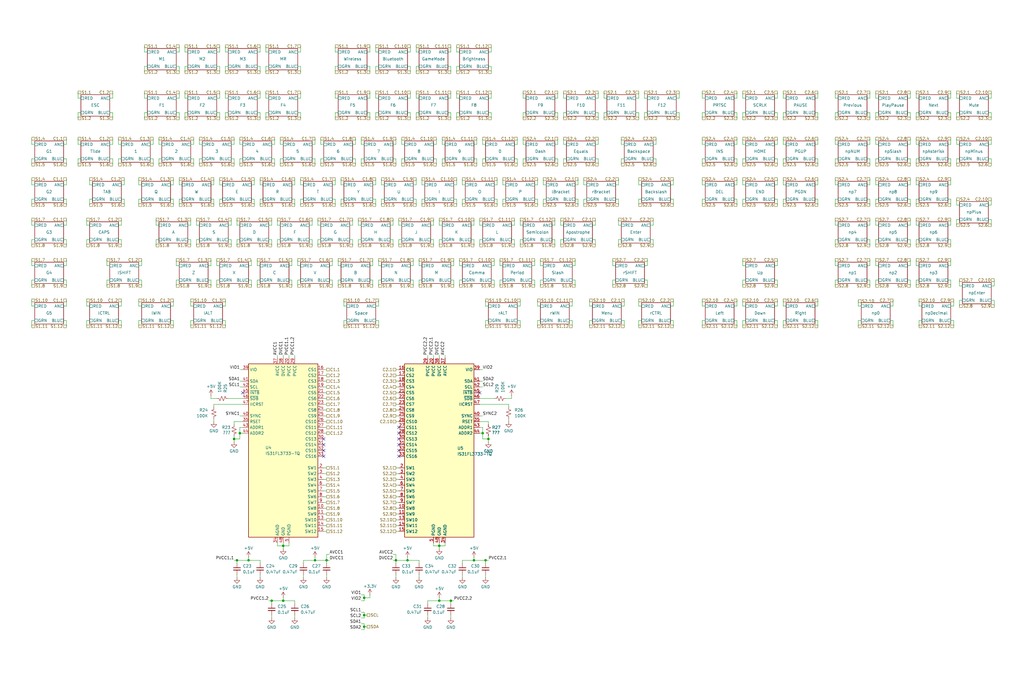
<source format=kicad_sch>
(kicad_sch (version 20250114) (generator "eeschema") (generator_version "9.0")
  (paper "User" 450 300)
  (junction (at 160.02 275.59))
  (junction (at 160.02 270.51))
  (junction (at 208.28 246.38))
  (junction (at 173.99 246.38))
  (junction (at 104.14 246.38))
  (junction (at 160.02 262.89))
  (junction (at 193.04 240.03))
  (junction (at 179.07 246.38))
  (junction (at 198.12 264.16))
  (junction (at 214.63 193.04))
  (junction (at 143.51 246.38))
  (junction (at 119.38 264.16))
  (junction (at 138.43 246.38))
  (junction (at 124.46 264.16))
  (junction (at 213.36 246.38))
  (junction (at 109.22 246.38))
  (junction (at 193.04 264.16))
  (junction (at 212.09 190.5))
  (junction (at 105.41 190.5))
  (junction (at 102.87 193.04))
  (junction (at 124.46 240.03))
  (no_connect (at 175.26 195.58))
  (no_connect (at 142.24 200.66))
  (no_connect (at 175.26 198.12))
  (no_connect (at 142.24 198.12))
  (no_connect (at 142.24 193.04))
  (no_connect (at 106.68 172.72))
  (no_connect (at 175.26 187.96))
  (no_connect (at 142.24 195.58))
  (no_connect (at 175.26 190.5))
  (no_connect (at 175.26 193.04))
  (no_connect (at 175.26 200.66))
  (no_connect (at 210.82 172.72))
  (wire (pts (xy 252.73 81.28) (xy 254 81.28)))
  (wire (pts (xy 386.08 105.41) (xy 384.81 105.41)))
  (wire (pts (xy 224.79 99.06) (xy 226.06 99.06)))
  (wire (pts (xy 139.7 105.41) (xy 139.7 107.95)))
  (wire (pts (xy 175.26 165.1) (xy 173.99 165.1)))
  (wire (pts (xy 359.41 49.53) (xy 359.41 52.07)))
  (wire (pts (xy 102.87 193.04) (xy 102.87 194.31)))
  (wire (pts (xy 152.4 134.62) (xy 151.13 134.62)))
  (wire (pts (xy 201.93 22.86) (xy 200.66 22.86)))
  (wire (pts (xy 129.54 81.28) (xy 129.54 78.74)))
  (wire (pts (xy 175.26 233.68) (xy 173.99 233.68)))
  (wire (pts (xy 435.61 63.5) (xy 435.61 60.96)))
  (wire (pts (xy 109.22 245.11) (xy 109.22 246.38)))
  (wire (pts (xy 358.14 134.62) (xy 359.41 134.62)))
  (wire (pts (xy 105.41 182.88) (xy 106.68 182.88)))
  (wire (pts (xy 326.39 134.62) (xy 326.39 132.08)))
  (wire (pts (xy 215.9 123.19) (xy 217.17 123.19)))
  (wire (pts (xy 158.75 261.62) (xy 160.02 261.62)))
  (wire (pts (xy 62.23 140.97) (xy 60.96 140.97)))
  (wire (pts (xy 115.57 87.63) (xy 114.3 87.63)))
  (wire (pts (xy 381 87.63) (xy 382.27 87.63)))
  (wire (pts (xy 231.14 63.5) (xy 229.87 63.5)))
  (wire (pts (xy 367.03 87.63) (xy 367.03 90.17)))
  (wire (pts (xy 144.78 243.84) (xy 143.51 243.84)))
  (wire (pts (xy 123.19 105.41) (xy 121.92 105.41)))
  (wire (pts (xy 377.19 140.97) (xy 377.19 143.51)))
  (wire (pts (xy 326.39 43.18) (xy 326.39 40.64)))
  (wire (pts (xy 402.59 69.85) (xy 402.59 72.39)))
  (wire (pts (xy 124.46 264.16) (xy 129.54 264.16)))
  (wire (pts (xy 52.07 63.5) (xy 52.07 60.96)))
  (wire (pts (xy 102.87 191.77) (xy 102.87 193.04)))
  (wire (pts (xy 193.04 264.16) (xy 187.96 264.16)))
  (wire (pts (xy 175.26 105.41) (xy 175.26 107.95)))
  (wire (pts (xy 341.63 81.28) (xy 341.63 78.74)))
  (wire (pts (xy 323.85 69.85) (xy 323.85 72.39)))
  (wire (pts (xy 251.46 140.97) (xy 251.46 143.51)))
  (wire (pts (xy 175.26 99.06) (xy 175.26 96.52)))
  (wire (pts (xy 419.1 134.62) (xy 419.1 132.08)))
  (wire (pts (xy 143.51 246.38) (xy 143.51 247.65)))
  (wire (pts (xy 27.94 123.19) (xy 29.21 123.19)))
  (wire (pts (xy 234.95 81.28) (xy 236.22 81.28)))
  (wire (pts (xy 29.21 69.85) (xy 29.21 72.39)))
  (wire (pts (xy 74.93 140.97) (xy 76.2 140.97)))
  (wire (pts (xy 69.85 69.85) (xy 69.85 72.39)))
  (wire (pts (xy 124.46 63.5) (xy 123.19 63.5)))
  (wire (pts (xy 198.12 264.16) (xy 193.04 264.16)))
  (wire (pts (xy 288.29 69.85) (xy 288.29 72.39)))
  (wire (pts (xy 123.19 63.5) (xy 123.19 60.96)))
  (wire (pts (xy 148.59 123.19) (xy 148.59 125.73)))
  (wire (pts (xy 132.08 87.63) (xy 132.08 90.17)))
  (wire (pts (xy 15.24 87.63) (xy 13.97 87.63)))
  (wire (pts (xy 212.09 182.88) (xy 210.82 182.88)))
  (wire (pts (xy 322.58 140.97) (xy 323.85 140.97)))
  (wire (pts (xy 402.59 63.5) (xy 402.59 60.96)))
  (wire (pts (xy 175.26 208.28) (xy 173.99 208.28)))
  (wire (pts (xy 382.27 63.5) (xy 382.27 60.96)))
  (wire (pts (xy 248.92 49.53) (xy 247.65 49.53)))
  (wire (pts (xy 327.66 63.5) (xy 326.39 63.5)))
  (wire (pts (xy 359.41 63.5) (xy 359.41 60.96)))
  (wire (pts (xy 142.24 187.96) (xy 143.51 187.96)))
  (wire (pts (xy 213.36 246.38) (xy 213.36 247.65)))
  (wire (pts (xy 80.01 87.63) (xy 78.74 87.63)))
  (wire (pts (xy 251.46 116.84) (xy 252.73 116.84)))
  (wire (pts (xy 222.25 87.63) (xy 220.98 87.63)))
  (wire (pts (xy 113.03 116.84) (xy 113.03 114.3)))
  (wire (pts (xy 198.12 49.53) (xy 198.12 52.07)))
  (wire (pts (xy 190.5 63.5) (xy 191.77 63.5)))
  (wire (pts (xy 99.06 134.62) (xy 99.06 132.08)))
  (wire (pts (xy 308.61 69.85) (xy 308.61 72.39)))
  (wire (pts (xy 121.92 99.06) (xy 121.92 96.52)))
  (wire (pts (xy 327.66 140.97) (xy 326.39 140.97)))
  (wire (pts (xy 251.46 123.19) (xy 252.73 123.19)))
  (wire (pts (xy 195.58 238.76) (xy 195.58 240.03)))
  (wire (pts (xy 39.37 81.28) (xy 39.37 78.74)))
  (wire (pts (xy 416.56 49.53) (xy 417.83 49.53)))
  (wire (pts (xy 132.08 22.86) (xy 132.08 20.32)))
  (wire (pts (xy 48.26 116.84) (xy 46.99 116.84)))
  (wire (pts (xy 237.49 140.97) (xy 236.22 140.97)))
  (wire (pts (xy 105.41 162.56) (xy 106.68 162.56)))
  (wire (pts (xy 82.55 49.53) (xy 81.28 49.53)))
  (wire (pts (xy 392.43 134.62) (xy 392.43 132.08)))
  (wire (pts (xy 322.58 49.53) (xy 323.85 49.53)))
  (wire (pts (xy 228.6 99.06) (xy 228.6 96.52)))
  (wire (pts (xy 403.86 123.19) (xy 402.59 123.19)))
  (wire (pts (xy 381 116.84) (xy 382.27 116.84)))
  (wire (pts (xy 214.63 49.53) (xy 215.9 49.53)))
  (wire (pts (xy 323.85 63.5) (xy 323.85 60.96)))
  (wire (pts (xy 160.02 275.59) (xy 161.29 275.59)))
  (wire (pts (xy 142.24 165.1) (xy 143.51 165.1)))
  (wire (pts (xy 184.15 43.18) (xy 182.88 43.18)))
  (wire (pts (xy 38.1 134.62) (xy 38.1 132.08)))
  (wire (pts (xy 203.2 116.84) (xy 201.93 116.84)))
  (wire (pts (xy 184.15 49.53) (xy 182.88 49.53)))
  (wire (pts (xy 165.1 29.21) (xy 165.1 31.75)))
  (wire (pts (xy 180.34 116.84) (xy 181.61 116.84)))
  (wire (pts (xy 273.05 99.06) (xy 271.78 99.06)))
  (wire (pts (xy 113.03 29.21) (xy 114.3 29.21)))
  (wire (pts (xy 400.05 99.06) (xy 400.05 96.52)))
  (wire (pts (xy 92.71 81.28) (xy 93.98 81.28)))
  (wire (pts (xy 252.73 87.63) (xy 254 87.63)))
  (wire (pts (xy 161.29 29.21) (xy 162.56 29.21)))
  (wire (pts (xy 132.08 29.21) (xy 132.08 31.75)))
  (wire (pts (xy 400.05 63.5) (xy 400.05 60.96)))
  (wire (pts (xy 421.64 63.5) (xy 420.37 63.5)))
  (wire (pts (xy 368.3 81.28) (xy 367.03 81.28)))
  (wire (pts (xy 166.37 22.86) (xy 165.1 22.86)))
  (wire (pts (xy 384.81 63.5) (xy 384.81 60.96)))
  (wire (pts (xy 15.24 140.97) (xy 13.97 140.97)))
  (wire (pts (xy 417.83 105.41) (xy 417.83 107.95)))
  (wire (pts (xy 182.88 49.53) (xy 182.88 52.07)))
  (wire (pts (xy 218.44 81.28) (xy 218.44 78.74)))
  (wire (pts (xy 114.3 246.38) (xy 114.3 247.65)))
  (wire (pts (xy 281.94 140.97) (xy 280.67 140.97)))
  (wire (pts (xy 64.77 43.18) (xy 63.5 43.18)))
  (wire (pts (xy 157.48 99.06) (xy 157.48 96.52)))
  (wire (pts (xy 87.63 69.85) (xy 87.63 72.39)))
  (wire (pts (xy 105.41 105.41) (xy 104.14 105.41)))
  (wire (pts (xy 189.23 105.41) (xy 190.5 105.41)))
  (wire (pts (xy 100.33 175.26) (xy 106.68 175.26)))
  (wire (pts (xy 229.87 69.85) (xy 229.87 72.39)))
  (wire (pts (xy 384.81 43.18) (xy 384.81 40.64)))
  (wire (pts (xy 68.58 99.06) (xy 68.58 96.52)))
  (wire (pts (xy 138.43 245.11) (xy 138.43 246.38)))
  (wire (pts (xy 215.9 116.84) (xy 217.17 116.84)))
  (wire (pts (xy 175.26 220.98) (xy 173.99 220.98)))
  (wire (pts (xy 127 116.84) (xy 128.27 116.84)))
  (wire (pts (xy 287.02 63.5) (xy 288.29 63.5)))
  (wire (pts (xy 400.05 105.41) (xy 400.05 107.95)))
  (wire (pts (xy 247.65 43.18) (xy 247.65 40.64)))
  (wire (pts (xy 162.56 49.53) (xy 162.56 52.07)))
  (wire (pts (xy 129.54 264.16) (xy 129.54 265.43)))
  (wire (pts (xy 269.24 123.19) (xy 269.24 125.73)))
  (wire (pts (xy 262.89 69.85) (xy 262.89 72.39)))
  (wire (pts (xy 367.03 123.19) (xy 367.03 125.73)))
  (wire (pts (xy 176.53 99.06) (xy 175.26 99.06)))
  (wire (pts (xy 340.36 43.18) (xy 341.63 43.18)))
  (wire (pts (xy 166.37 116.84) (xy 166.37 114.3)))
  (wire (pts (xy 200.66 87.63) (xy 200.66 90.17)))
  (wire (pts (xy 162.56 29.21) (xy 162.56 31.75)))
  (wire (pts (xy 147.32 22.86) (xy 147.32 20.32)))
  (wire (pts (xy 201.93 43.18) (xy 200.66 43.18)))
  (wire (pts (xy 266.7 49.53) (xy 265.43 49.53)))
  (wire (pts (xy 48.26 49.53) (xy 49.53 49.53)))
  (wire (pts (xy 38.1 99.06) (xy 38.1 96.52)))
  (wire (pts (xy 186.69 87.63) (xy 185.42 87.63)))
  (wire (pts (xy 323.85 87.63) (xy 323.85 90.17)))
  (wire (pts (xy 242.57 105.41) (xy 243.84 105.41)))
  (wire (pts (xy 403.86 140.97) (xy 403.86 143.51)))
  (wire (pts (xy 381 81.28) (xy 382.27 81.28)))
  (wire (pts (xy 422.91 132.08) (xy 421.64 132.08)))
  (wire (pts (xy 252.73 123.19) (xy 252.73 125.73)))
  (wire (pts (xy 29.21 123.19) (xy 29.21 125.73)))
  (wire (pts (xy 180.34 43.18) (xy 180.34 40.64)))
  (wire (pts (xy 91.44 116.84) (xy 92.71 116.84)))
  (wire (pts (xy 262.89 63.5) (xy 262.89 60.96)))
  (wire (pts (xy 384.81 99.06) (xy 384.81 96.52)))
  (wire (pts (xy 138.43 63.5) (xy 138.43 60.96)))
  (wire (pts (xy 417.83 63.5) (xy 417.83 60.96)))
  (wire (pts (xy 344.17 49.53) (xy 344.17 52.07)))
  (wire (pts (xy 434.34 43.18) (xy 435.61 43.18)))
  (wire (pts (xy 434.34 96.52) (xy 435.61 96.52)))
  (wire (pts (xy 201.93 116.84) (xy 201.93 114.3)))
  (wire (pts (xy 162.56 123.19) (xy 163.83 123.19)))
  (wire (pts (xy 251.46 134.62) (xy 251.46 132.08)))
  (wire (pts (xy 106.68 69.85) (xy 105.41 69.85)))
  (wire (pts (xy 53.34 134.62) (xy 53.34 132.08)))
  (wire (pts (xy 422.91 125.73) (xy 421.64 125.73)))
  (wire (pts (xy 114.3 43.18) (xy 114.3 40.64)))
  (wire (pts (xy 168.91 81.28) (xy 167.64 81.28)))
  (wire (pts (xy 29.21 87.63) (xy 29.21 90.17)))
  (wire (pts (xy 29.21 99.06) (xy 29.21 96.52)))
  (wire (pts (xy 110.49 81.28) (xy 111.76 81.28)))
  (wire (pts (xy 114.3 49.53) (xy 114.3 52.07)))
  (wire (pts (xy 74.93 87.63) (xy 76.2 87.63)))
  (wire (pts (xy 101.6 63.5) (xy 102.87 63.5)))
  (wire (pts (xy 180.34 49.53) (xy 180.34 52.07)))
  (wire (pts (xy 167.64 81.28) (xy 167.64 78.74)))
  (wire (pts (xy 146.05 123.19) (xy 146.05 125.73)))
  (wire (pts (xy 142.24 213.36) (xy 143.51 213.36)))
  (wire (pts (xy 284.48 123.19) (xy 284.48 125.73)))
  (wire (pts (xy 198.12 22.86) (xy 198.12 20.32)))
  (wire (pts (xy 341.63 140.97) (xy 341.63 143.51)))
  (wire (pts (xy 420.37 43.18) (xy 420.37 40.64)))
  (wire (pts (xy 104.14 246.38) (xy 109.22 246.38)))
  (wire (pts (xy 201.93 123.19) (xy 201.93 125.73)))
  (wire (pts (xy 142.24 233.68) (xy 143.51 233.68)))
  (wire (pts (xy 146.05 81.28) (xy 147.32 81.28)))
  (wire (pts (xy 345.44 43.18) (xy 344.17 43.18)))
  (wire (pts (xy 78.74 29.21) (xy 78.74 31.75)))
  (wire (pts (xy 137.16 69.85) (xy 138.43 69.85)))
  (wire (pts (xy 214.63 185.42) (xy 214.63 186.69)))
  (wire (pts (xy 358.14 63.5) (xy 359.41 63.5)))
  (wire (pts (xy 53.34 99.06) (xy 53.34 96.52)))
  (wire (pts (xy 309.88 49.53) (xy 308.61 49.53)))
  (wire (pts (xy 220.98 116.84) (xy 219.71 116.84)))
  (wire (pts (xy 13.97 105.41) (xy 13.97 107.95)))
  (wire (pts (xy 130.81 22.86) (xy 132.08 22.86)))
  (wire (pts (xy 173.99 243.84) (xy 173.99 246.38)))
  (wire (pts (xy 340.36 49.53) (xy 341.63 49.53)))
  (wire (pts (xy 436.88 132.08) (xy 436.88 134.62)))
  (wire (pts (xy 416.56 123.19) (xy 417.83 123.19)))
  (wire (pts (xy 109.22 123.19) (xy 110.49 123.19)))
  (wire (pts (xy 96.52 49.53) (xy 96.52 52.07)))
  (wire (pts (xy 156.21 69.85) (xy 156.21 72.39)))
  (wire (pts (xy 100.33 105.41) (xy 101.6 105.41)))
  (wire (pts (xy 421.64 49.53) (xy 420.37 49.53)))
  (wire (pts (xy 213.36 252.73) (xy 213.36 254)))
  (wire (pts (xy 13.97 123.19) (xy 13.97 125.73)))
  (wire (pts (xy 179.07 246.38) (xy 184.15 246.38)))
  (wire (pts (xy 345.44 134.62) (xy 344.17 134.62)))
  (wire (pts (xy 160.02 262.89) (xy 160.02 264.16)))
  (wire (pts (xy 400.05 69.85) (xy 400.05 72.39)))
  (wire (pts (xy 340.36 134.62) (xy 341.63 134.62)))
  (wire (pts (xy 154.94 63.5) (xy 156.21 63.5)))
  (wire (pts (xy 190.5 69.85) (xy 191.77 69.85)))
  (wire (pts (xy 118.11 105.41) (xy 119.38 105.41)))
  (wire (pts (xy 118.11 43.18) (xy 116.84 43.18)))
  (wire (pts (xy 86.36 105.41) (xy 86.36 107.95)))
  (wire (pts (xy 69.85 99.06) (xy 68.58 99.06)))
  (wire (pts (xy 138.43 69.85) (xy 138.43 72.39)))
  (wire (pts (xy 62.23 134.62) (xy 60.96 134.62)))
  (wire (pts (xy 340.36 69.85) (xy 341.63 69.85)))
  (wire (pts (xy 113.03 43.18) (xy 114.3 43.18)))
  (wire (pts (xy 435.61 69.85) (xy 435.61 72.39)))
  (wire (pts (xy 194.31 105.41) (xy 193.04 105.41)))
  (wire (pts (xy 146.05 116.84) (xy 146.05 114.3)))
  (wire (pts (xy 172.72 105.41) (xy 172.72 107.95)))
  (wire (pts (xy 403.86 134.62) (xy 403.86 132.08)))
  (wire (pts (xy 298.45 43.18) (xy 298.45 40.64)))
  (wire (pts (xy 203.2 87.63) (xy 203.2 90.17)))
  (wire (pts (xy 27.94 116.84) (xy 29.21 116.84)))
  (wire (pts (xy 93.98 81.28) (xy 93.98 78.74)))
  (wire (pts (xy 172.72 63.5) (xy 173.99 63.5)))
  (wire (pts (xy 194.31 99.06) (xy 193.04 99.06)))
  (wire (pts (xy 95.25 49.53) (xy 96.52 49.53)))
  (wire (pts (xy 93.98 179.07) (xy 93.98 177.8)))
  (wire (pts (xy 66.04 69.85) (xy 67.31 69.85)))
  (wire (pts (xy 130.81 43.18) (xy 132.08 43.18)))
  (wire (pts (xy 368.3 99.06) (xy 367.03 99.06)))
  (wire (pts (xy 417.83 43.18) (xy 417.83 40.64)))
  (wire (pts (xy 421.64 90.17) (xy 420.37 90.17)))
  (wire (pts (xy 340.36 116.84) (xy 341.63 116.84)))
  (wire (pts (xy 62.23 123.19) (xy 62.23 125.73)))
  (wire (pts (xy 195.58 69.85) (xy 194.31 69.85)))
  (wire (pts (xy 190.5 238.76) (xy 190.5 240.03)))
  (wire (pts (xy 80.01 81.28) (xy 78.74 81.28)))
  (wire (pts (xy 367.03 105.41) (xy 367.03 107.95)))
  (wire (pts (xy 416.56 116.84) (xy 417.83 116.84)))
  (wire (pts (xy 417.83 134.62) (xy 419.1 134.62)))
  (wire (pts (xy 81.28 22.86) (xy 81.28 20.32)))
  (wire (pts (xy 78.74 116.84) (xy 77.47 116.84)))
  (wire (pts (xy 217.17 123.19) (xy 217.17 125.73)))
  (wire (pts (xy 95.25 116.84) (xy 95.25 114.3)))
  (wire (pts (xy 229.87 63.5) (xy 229.87 60.96)))
  (wire (pts (xy 344.17 63.5) (xy 344.17 60.96)))
  (wire (pts (xy 85.09 63.5) (xy 85.09 60.96)))
  (wire (pts (xy 257.81 81.28) (xy 256.54 81.28)))
  (wire (pts (xy 398.78 99.06) (xy 400.05 99.06)))
  (wire (pts (xy 77.47 49.53) (xy 78.74 49.53)))
  (wire (pts (xy 402.59 123.19) (xy 402.59 125.73)))
  (wire (pts (xy 60.96 116.84) (xy 62.23 116.84)))
  (wire (pts (xy 104.14 252.73) (xy 104.14 254)))
  (wire (pts (xy 101.6 99.06) (xy 101.6 96.52)))
  (wire (pts (xy 386.08 123.19) (xy 384.81 123.19)))
  (wire (pts (xy 344.17 43.18) (xy 344.17 40.64)))
  (wire (pts (xy 15.24 123.19) (xy 13.97 123.19)))
  (wire (pts (xy 247.65 105.41) (xy 246.38 105.41)))
  (wire (pts (xy 270.51 87.63) (xy 271.78 87.63)))
  (wire (pts (xy 199.39 264.16) (xy 198.12 264.16)))
  (wire (pts (xy 184.15 252.73) (xy 184.15 254)))
  (wire (pts (xy 403.86 63.5) (xy 402.59 63.5)))
  (wire (pts (xy 227.33 63.5) (xy 227.33 60.96)))
  (wire (pts (xy 39.37 105.41) (xy 38.1 105.41)))
  (wire (pts (xy 48.26 123.19) (xy 46.99 123.19)))
  (wire (pts (xy 118.11 29.21) (xy 116.84 29.21)))
  (wire (pts (xy 176.53 69.85) (xy 176.53 72.39)))
  (wire (pts (xy 93.98 87.63) (xy 93.98 90.17)))
  (wire (pts (xy 238.76 87.63) (xy 238.76 90.17)))
  (wire (pts (xy 137.16 99.06) (xy 137.16 96.52)))
  (wire (pts (xy 46.99 116.84) (xy 46.99 114.3)))
  (wire (pts (xy 308.61 87.63) (xy 308.61 90.17)))
  (wire (pts (xy 52.07 99.06) (xy 53.34 99.06)))
  (wire (pts (xy 175.26 215.9) (xy 173.99 215.9)))
  (wire (pts (xy 148.59 43.18) (xy 147.32 43.18)))
  (wire (pts (xy 215.9 29.21) (xy 215.9 31.75)))
  (wire (pts (xy 200.66 49.53) (xy 200.66 52.07)))
  (wire (pts (xy 121.92 238.76) (xy 121.92 240.03)))
  (wire (pts (xy 78.74 43.18) (xy 78.74 40.64)))
  (wire (pts (xy 106.68 63.5) (xy 105.41 63.5)))
  (wire (pts (xy 227.33 140.97) (xy 228.6 140.97)))
  (wire (pts (xy 97.79 134.62) (xy 99.06 134.62)))
  (wire (pts (xy 283.21 116.84) (xy 284.48 116.84)))
  (wire (pts (xy 13.97 99.06) (xy 13.97 96.52)))
  (wire (pts (xy 157.48 105.41) (xy 157.48 107.95)))
  (wire (pts (xy 119.38 69.85) (xy 120.65 69.85)))
  (wire (pts (xy 77.47 116.84) (xy 77.47 114.3)))
  (wire (pts (xy 158.75 69.85) (xy 158.75 72.39)))
  (wire (pts (xy 160.02 63.5) (xy 158.75 63.5)))
  (wire (pts (xy 104.14 246.38) (xy 104.14 247.65)))
  (wire (pts (xy 69.85 63.5) (xy 69.85 60.96)))
  (wire (pts (xy 130.81 49.53) (xy 132.08 49.53)))
  (wire (pts (xy 382.27 81.28) (xy 382.27 78.74)))
  (wire (pts (xy 308.61 43.18) (xy 308.61 40.64)))
  (wire (pts (xy 167.64 116.84) (xy 166.37 116.84)))
  (wire (pts (xy 236.22 87.63) (xy 236.22 90.17)))
  (wire (pts (xy 199.39 81.28) (xy 200.66 81.28)))
  (wire (pts (xy 129.54 156.21) (xy 129.54 157.48)))
  (wire (pts (xy 114.3 252.73) (xy 114.3 254)))
  (wire (pts (xy 163.83 81.28) (xy 165.1 81.28)))
  (wire (pts (xy 435.61 90.17) (xy 435.61 87.63)))
  (wire (pts (xy 234.95 123.19) (xy 234.95 125.73)))
  (wire (pts (xy 285.75 105.41) (xy 287.02 105.41)))
  (wire (pts (xy 142.24 63.5) (xy 140.97 63.5)))
  (wire (pts (xy 274.32 140.97) (xy 274.32 143.51)))
  (wire (pts (xy 213.36 246.38) (xy 208.28 246.38)))
  (wire (pts (xy 323.85 81.28) (xy 323.85 78.74)))
  (wire (pts (xy 227.33 69.85) (xy 227.33 72.39)))
  (wire (pts (xy 78.74 87.63) (xy 78.74 90.17)))
  (wire (pts (xy 152.4 140.97) (xy 151.13 140.97)))
  (wire (pts (xy 284.48 116.84) (xy 284.48 114.3)))
  (wire (pts (xy 210.82 187.96) (xy 212.09 187.96)))
  (wire (pts (xy 88.9 63.5) (xy 87.63 63.5)))
  (wire (pts (xy 402.59 87.63) (xy 402.59 90.17)))
  (wire (pts (xy 246.38 99.06) (xy 246.38 96.52)))
  (wire (pts (xy 240.03 87.63) (xy 238.76 87.63)))
  (wire (pts (xy 15.24 134.62) (xy 13.97 134.62)))
  (wire (pts (xy 118.11 49.53) (xy 116.84 49.53)))
  (wire (pts (xy 53.34 69.85) (xy 52.07 69.85)))
  (wire (pts (xy 208.28 245.11) (xy 208.28 246.38)))
  (wire (pts (xy 148.59 116.84) (xy 148.59 114.3)))
  (wire (pts (xy 226.06 69.85) (xy 227.33 69.85)))
  (wire (pts (xy 119.38 105.41) (xy 119.38 107.95)))
  (wire (pts (xy 121.92 105.41) (xy 121.92 107.95)))
  (wire (pts (xy 386.08 43.18) (xy 384.81 43.18)))
  (wire (pts (xy 148.59 49.53) (xy 147.32 49.53)))
  (wire (pts (xy 327.66 116.84) (xy 326.39 116.84)))
  (wire (pts (xy 119.38 270.51) (xy 119.38 271.78)))
  (wire (pts (xy 326.39 81.28) (xy 326.39 78.74)))
  (wire (pts (xy 184.15 123.19) (xy 184.15 125.73)))
  (wire (pts (xy 101.6 69.85) (xy 102.87 69.85)))
  (wire (pts (xy 193.04 156.21) (xy 193.04 157.48)))
  (wire (pts (xy 208.28 246.38) (xy 203.2 246.38)))
  (wire (pts (xy 341.63 134.62) (xy 341.63 132.08)))
  (wire (pts (xy 104.14 99.06) (xy 104.14 96.52)))
  (wire (pts (xy 212.09 162.56) (xy 210.82 162.56)))
  (wire (pts (xy 82.55 22.86) (xy 81.28 22.86)))
  (wire (pts (xy 96.52 116.84) (xy 95.25 116.84)))
  (wire (pts (xy 96.52 43.18) (xy 96.52 40.64)))
  (wire (pts (xy 130.81 29.21) (xy 132.08 29.21)))
  (wire (pts (xy 63.5 43.18) (xy 63.5 40.64)))
  (wire (pts (xy 323.85 43.18) (xy 323.85 40.64)))
  (wire (pts (xy 175.26 177.8) (xy 173.99 177.8)))
  (wire (pts (xy 121.92 156.21) (xy 121.92 157.48)))
  (wire (pts (xy 165.1 22.86) (xy 165.1 20.32)))
  (wire (pts (xy 434.34 69.85) (xy 435.61 69.85)))
  (wire (pts (xy 237.49 134.62) (xy 236.22 134.62)))
  (wire (pts (xy 119.38 63.5) (xy 120.65 63.5)))
  (wire (pts (xy 386.08 99.06) (xy 384.81 99.06)))
  (wire (pts (xy 52.07 105.41) (xy 53.34 105.41)))
  (wire (pts (xy 421.64 125.73) (xy 421.64 123.19)))
  (wire (pts (xy 142.24 210.82) (xy 143.51 210.82)))
  (wire (pts (xy 345.44 87.63) (xy 344.17 87.63)))
  (wire (pts (xy 242.57 99.06) (xy 243.84 99.06)))
  (wire (pts (xy 287.02 99.06) (xy 287.02 96.52)))
  (wire (pts (xy 195.58 156.21) (xy 195.58 157.48)))
  (wire (pts (xy 60.96 123.19) (xy 62.23 123.19)))
  (wire (pts (xy 298.45 49.53) (xy 298.45 52.07)))
  (wire (pts (xy 165.1 134.62) (xy 166.37 134.62)))
  (wire (pts (xy 87.63 105.41) (xy 86.36 105.41)))
  (wire (pts (xy 295.91 140.97) (xy 295.91 143.51)))
  (wire (pts (xy 217.17 87.63) (xy 218.44 87.63)))
  (wire (pts (xy 128.27 87.63) (xy 129.54 87.63)))
  (wire (pts (xy 119.38 264.16) (xy 119.38 265.43)))
  (wire (pts (xy 91.44 123.19) (xy 92.71 123.19)))
  (wire (pts (xy 182.88 81.28) (xy 182.88 78.74)))
  (wire (pts (xy 175.26 205.74) (xy 173.99 205.74)))
  (wire (pts (xy 142.24 218.44) (xy 143.51 218.44)))
  (wire (pts (xy 386.08 49.53) (xy 384.81 49.53)))
  (wire (pts (xy 102.87 185.42) (xy 102.87 186.69)))
  (wire (pts (xy 140.97 99.06) (xy 139.7 99.06)))
  (wire (pts (xy 234.95 116.84) (xy 234.95 114.3)))
  (wire (pts (xy 368.3 43.18) (xy 367.03 43.18)))
  (wire (pts (xy 279.4 43.18) (xy 280.67 43.18)))
  (wire (pts (xy 280.67 140.97) (xy 280.67 143.51)))
  (wire (pts (xy 270.51 116.84) (xy 269.24 116.84)))
  (wire (pts (xy 209.55 69.85) (xy 209.55 72.39)))
  (wire (pts (xy 160.02 262.89) (xy 162.56 262.89)))
  (wire (pts (xy 128.27 81.28) (xy 129.54 81.28)))
  (wire (pts (xy 266.7 43.18) (xy 265.43 43.18)))
  (wire (pts (xy 181.61 123.19) (xy 181.61 125.73)))
  (wire (pts (xy 358.14 87.63) (xy 359.41 87.63)))
  (wire (pts (xy 97.79 81.28) (xy 96.52 81.28)))
  (wire (pts (xy 382.27 49.53) (xy 382.27 52.07)))
  (wire (pts (xy 224.79 173.99) (xy 224.79 175.26)))
  (wire (pts (xy 210.82 99.06) (xy 210.82 96.52)))
  (wire (pts (xy 82.55 43.18) (xy 81.28 43.18)))
  (wire (pts (xy 121.92 240.03) (xy 124.46 240.03)))
  (wire (pts (xy 186.69 81.28) (xy 185.42 81.28)))
  (wire (pts (xy 105.41 69.85) (xy 105.41 72.39)))
  (wire (pts (xy 64.77 22.86) (xy 63.5 22.86)))
  (wire (pts (xy 76.2 81.28) (xy 76.2 78.74)))
  (wire (pts (xy 196.85 43.18) (xy 198.12 43.18)))
  (wire (pts (xy 322.58 63.5) (xy 323.85 63.5)))
  (wire (pts (xy 326.39 140.97) (xy 326.39 143.51)))
  (wire (pts (xy 203.2 246.38) (xy 203.2 247.65)))
  (wire (pts (xy 190.5 105.41) (xy 190.5 107.95)))
  (wire (pts (xy 254 87.63) (xy 254 90.17)))
  (wire (pts (xy 102.87 69.85) (xy 102.87 72.39)))
  (wire (pts (xy 173.99 63.5) (xy 173.99 60.96)))
  (wire (pts (xy 345.44 81.28) (xy 344.17 81.28)))
  (wire (pts (xy 29.21 116.84) (xy 29.21 114.3)))
  (wire (pts (xy 217.17 116.84) (xy 217.17 114.3)))
  (wire (pts (xy 129.54 270.51) (xy 129.54 271.78)))
  (wire (pts (xy 115.57 81.28) (xy 114.3 81.28)))
  (wire (pts (xy 83.82 134.62) (xy 83.82 132.08)))
  (wire (pts (xy 132.08 43.18) (xy 132.08 40.64)))
  (wire (pts (xy 238.76 123.19) (xy 237.49 123.19)))
  (wire (pts (xy 168.91 87.63) (xy 167.64 87.63)))
  (wire (pts (xy 142.24 182.88) (xy 143.51 182.88)))
  (wire (pts (xy 201.93 29.21) (xy 200.66 29.21)))
  (wire (pts (xy 400.05 116.84) (xy 400.05 114.3)))
  (wire (pts (xy 142.24 228.6) (xy 143.51 228.6)))
  (wire (pts (xy 40.64 87.63) (xy 39.37 87.63)))
  (wire (pts (xy 417.83 116.84) (xy 417.83 114.3)))
  (wire (pts (xy 27.94 87.63) (xy 29.21 87.63)))
  (wire (pts (xy 398.78 87.63) (xy 400.05 87.63)))
  (wire (pts (xy 133.35 252.73) (xy 133.35 254)))
  (wire (pts (xy 416.56 81.28) (xy 417.83 81.28)))
  (wire (pts (xy 35.56 63.5) (xy 34.29 63.5)))
  (wire (pts (xy 377.19 134.62) (xy 377.19 132.08)))
  (wire (pts (xy 160.02 261.62) (xy 160.02 262.89)))
  (wire (pts (xy 151.13 140.97) (xy 151.13 143.51)))
  (wire (pts (xy 93.98 184.15) (xy 93.98 185.42)))
  (wire (pts (xy 345.44 49.53) (xy 344.17 49.53)))
  (wire (pts (xy 54.61 87.63) (xy 54.61 90.17)))
  (wire (pts (xy 182.88 87.63) (xy 182.88 90.17)))
  (wire (pts (xy 120.65 69.85) (xy 120.65 72.39)))
  (wire (pts (xy 283.21 49.53) (xy 283.21 52.07)))
  (wire (pts (xy 309.88 87.63) (xy 308.61 87.63)))
  (wire (pts (xy 341.63 123.19) (xy 341.63 125.73)))
  (wire (pts (xy 173.99 69.85) (xy 173.99 72.39)))
  (wire (pts (xy 105.41 63.5) (xy 105.41 60.96)))
  (wire (pts (xy 193.04 240.03) (xy 193.04 241.3)))
  (wire (pts (xy 198.12 116.84) (xy 199.39 116.84)))
  (wire (pts (xy 124.46 69.85) (xy 123.19 69.85)))
  (wire (pts (xy 198.12 264.16) (xy 198.12 265.43)))
  (wire (pts (xy 106.68 187.96) (xy 105.41 187.96)))
  (wire (pts (xy 158.75 274.32) (xy 160.02 274.32)))
  (wire (pts (xy 384.81 81.28) (xy 384.81 78.74)))
  (wire (pts (xy 175.26 180.34) (xy 173.99 180.34)))
  (wire (pts (xy 199.39 123.19) (xy 199.39 125.73)))
  (wire (pts (xy 173.99 246.38) (xy 179.07 246.38)))
  (wire (pts (xy 243.84 105.41) (xy 243.84 107.95)))
  (wire (pts (xy 358.14 140.97) (xy 359.41 140.97)))
  (wire (pts (xy 78.74 123.19) (xy 77.47 123.19)))
  (wire (pts (xy 71.12 63.5) (xy 69.85 63.5)))
  (wire (pts (xy 74.93 81.28) (xy 76.2 81.28)))
  (wire (pts (xy 326.39 123.19) (xy 326.39 125.73)))
  (wire (pts (xy 175.26 231.14) (xy 173.99 231.14)))
  (wire (pts (xy 381 63.5) (xy 382.27 63.5)))
  (wire (pts (xy 322.58 43.18) (xy 323.85 43.18)))
  (wire (pts (xy 151.13 81.28) (xy 149.86 81.28)))
  (wire (pts (xy 96.52 87.63) (xy 96.52 90.17)))
  (wire (pts (xy 340.36 123.19) (xy 341.63 123.19)))
  (wire (pts (xy 96.52 81.28) (xy 96.52 78.74)))
  (wire (pts (xy 210.82 105.41) (xy 210.82 107.95)))
  (wire (pts (xy 236.22 140.97) (xy 236.22 143.51)))
  (wire (pts (xy 60.96 81.28) (xy 60.96 78.74)))
  (wire (pts (xy 114.3 81.28) (xy 114.3 78.74)))
  (wire (pts (xy 284.48 43.18) (xy 283.21 43.18)))
  (wire (pts (xy 246.38 105.41) (xy 246.38 107.95)))
  (wire (pts (xy 344.17 87.63) (xy 344.17 90.17)))
  (wire (pts (xy 196.85 22.86) (xy 198.12 22.86)))
  (wire (pts (xy 421.64 69.85) (xy 420.37 69.85)))
  (wire (pts (xy 236.22 81.28) (xy 236.22 78.74)))
  (wire (pts (xy 280.67 134.62) (xy 280.67 132.08)))
  (wire (pts (xy 417.83 123.19) (xy 417.83 125.73)))
  (wire (pts (xy 420.37 49.53) (xy 420.37 52.07)))
  (wire (pts (xy 270.51 81.28) (xy 271.78 81.28)))
  (wire (pts (xy 83.82 63.5) (xy 85.09 63.5)))
  (wire (pts (xy 176.53 105.41) (xy 175.26 105.41)))
  (wire (pts (xy 142.24 190.5) (xy 143.51 190.5)))
  (wire (pts (xy 236.22 134.62) (xy 236.22 132.08)))
  (wire (pts (xy 171.45 105.41) (xy 172.72 105.41)))
  (wire (pts (xy 193.04 238.76) (xy 193.04 240.03)))
  (wire (pts (xy 181.61 116.84) (xy 181.61 114.3)))
  (wire (pts (xy 27.94 63.5) (xy 29.21 63.5)))
  (wire (pts (xy 435.61 96.52) (xy 435.61 99.06)))
  (wire (pts (xy 88.9 69.85) (xy 87.63 69.85)))
  (wire (pts (xy 27.94 69.85) (xy 29.21 69.85)))
  (wire (pts (xy 132.08 116.84) (xy 130.81 116.84)))
  (wire (pts (xy 416.56 43.18) (xy 417.83 43.18)))
  (wire (pts (xy 184.15 246.38) (xy 184.15 247.65)))
  (wire (pts (xy 213.36 69.85) (xy 212.09 69.85)))
  (wire (pts (xy 381 49.53) (xy 382.27 49.53)))
  (wire (pts (xy 367.03 43.18) (xy 367.03 40.64)))
  (wire (pts (xy 116.84 22.86) (xy 116.84 20.32)))
  (wire (pts (xy 417.83 81.28) (xy 417.83 78.74)))
  (wire (pts (xy 175.26 162.56) (xy 173.99 162.56)))
  (wire (pts (xy 273.05 140.97) (xy 274.32 140.97)))
  (wire (pts (xy 184.15 116.84) (xy 184.15 114.3)))
  (wire (pts (xy 160.02 271.78) (xy 160.02 270.51)))
  (wire (pts (xy 378.46 140.97) (xy 377.19 140.97)))
  (wire (pts (xy 386.08 63.5) (xy 384.81 63.5)))
  (wire (pts (xy 29.21 81.28) (xy 29.21 78.74)))
  (wire (pts (xy 38.1 105.41) (xy 38.1 107.95)))
  (wire (pts (xy 229.87 43.18) (xy 229.87 40.64)))
  (wire (pts (xy 309.88 43.18) (xy 308.61 43.18)))
  (wire (pts (xy 144.78 246.38) (xy 143.51 246.38)))
  (wire (pts (xy 195.58 63.5) (xy 194.31 63.5)))
  (wire (pts (xy 142.24 215.9) (xy 143.51 215.9)))
  (wire (pts (xy 295.91 81.28) (xy 295.91 78.74)))
  (wire (pts (xy 402.59 49.53) (xy 402.59 52.07)))
  (wire (pts (xy 368.3 49.53) (xy 367.03 49.53)))
  (wire (pts (xy 417.83 140.97) (xy 419.1 140.97)))
  (wire (pts (xy 71.12 69.85) (xy 69.85 69.85)))
  (wire (pts (xy 323.85 49.53) (xy 323.85 52.07)))
  (wire (pts (xy 344.17 81.28) (xy 344.17 78.74)))
  (wire (pts (xy 49.53 43.18) (xy 49.53 40.64)))
  (wire (pts (xy 359.41 69.85) (xy 359.41 72.39)))
  (wire (pts (xy 99.06 140.97) (xy 99.06 143.51)))
  (wire (pts (xy 124.46 262.89) (xy 124.46 264.16)))
  (wire (pts (xy 261.62 63.5) (xy 262.89 63.5)))
  (wire (pts (xy 53.34 105.41) (xy 53.34 107.95)))
  (wire (pts (xy 113.03 123.19) (xy 113.03 125.73)))
  (wire (pts (xy 435.61 49.53) (xy 435.61 52.07)))
  (wire (pts (xy 113.03 22.86) (xy 114.3 22.86)))
  (wire (pts (xy 82.55 99.06) (xy 83.82 99.06)))
  (wire (pts (xy 402.59 81.28) (xy 402.59 78.74)))
  (wire (pts (xy 200.66 81.28) (xy 200.66 78.74)))
  (wire (pts (xy 243.84 69.85) (xy 245.11 69.85)))
  (wire (pts (xy 398.78 81.28) (xy 400.05 81.28)))
  (wire (pts (xy 27.94 140.97) (xy 29.21 140.97)))
  (wire (pts (xy 190.5 99.06) (xy 190.5 96.52)))
  (wire (pts (xy 260.35 140.97) (xy 259.08 140.97)))
  (wire (pts (xy 384.81 69.85) (xy 384.81 72.39)))
  (wire (pts (xy 15.24 99.06) (xy 13.97 99.06)))
  (wire (pts (xy 96.52 123.19) (xy 95.25 123.19)))
  (wire (pts (xy 203.2 252.73) (xy 203.2 254)))
  (wire (pts (xy 77.47 29.21) (xy 78.74 29.21)))
  (wire (pts (xy 158.75 63.5) (xy 158.75 60.96)))
  (wire (pts (xy 309.88 69.85) (xy 308.61 69.85)))
  (wire (pts (xy 403.86 49.53) (xy 402.59 49.53)))
  (wire (pts (xy 147.32 81.28) (xy 147.32 78.74)))
  (wire (pts (xy 142.24 220.98) (xy 143.51 220.98)))
  (wire (pts (xy 294.64 81.28) (xy 295.91 81.28)))
  (wire (pts (xy 340.36 81.28) (xy 341.63 81.28)))
  (wire (pts (xy 259.08 140.97) (xy 259.08 143.51)))
  (wire (pts (xy 62.23 81.28) (xy 60.96 81.28)))
  (wire (pts (xy 161.29 22.86) (xy 162.56 22.86)))
  (wire (pts (xy 27.94 99.06) (xy 29.21 99.06)))
  (wire (pts (xy 214.63 22.86) (xy 215.9 22.86)))
  (wire (pts (xy 214.63 140.97) (xy 213.36 140.97)))
  (wire (pts (xy 166.37 43.18) (xy 165.1 43.18)))
  (wire (pts (xy 52.07 69.85) (xy 52.07 72.39)))
  (wire (pts (xy 109.22 246.38) (xy 114.3 246.38)))
  (wire (pts (xy 326.39 49.53) (xy 326.39 52.07)))
  (wire (pts (xy 421.64 132.08) (xy 421.64 134.62)))
  (wire (pts (xy 149.86 116.84) (xy 148.59 116.84)))
  (wire (pts (xy 260.35 99.06) (xy 261.62 99.06)))
  (wire (pts (xy 367.03 63.5) (xy 367.03 60.96)))
  (wire (pts (xy 13.97 140.97) (xy 13.97 143.51)))
  (wire (pts (xy 118.11 22.86) (xy 116.84 22.86)))
  (wire (pts (xy 124.46 240.03) (xy 127 240.03)))
  (wire (pts (xy 194.31 69.85) (xy 194.31 72.39)))
  (wire (pts (xy 142.24 177.8) (xy 143.51 177.8)))
  (wire (pts (xy 213.36 134.62) (xy 213.36 132.08)))
  (wire (pts (xy 78.74 49.53) (xy 78.74 52.07)))
  (wire (pts (xy 162.56 43.18) (xy 162.56 40.64)))
  (wire (pts (xy 419.1 140.97) (xy 419.1 143.51)))
  (wire (pts (xy 146.05 87.63) (xy 147.32 87.63)))
  (wire (pts (xy 274.32 134.62) (xy 274.32 132.08)))
  (wire (pts (xy 212.09 190.5) (xy 210.82 190.5)))
  (wire (pts (xy 100.33 43.18) (xy 99.06 43.18)))
  (wire (pts (xy 100.33 29.21) (xy 99.06 29.21)))
  (wire (pts (xy 86.36 99.06) (xy 86.36 96.52)))
  (wire (pts (xy 382.27 99.06) (xy 382.27 96.52)))
  (wire (pts (xy 273.05 134.62) (xy 274.32 134.62)))
  (wire (pts (xy 220.98 123.19) (xy 219.71 123.19)))
  (wire (pts (xy 135.89 105.41) (xy 137.16 105.41)))
  (wire (pts (xy 48.26 63.5) (xy 49.53 63.5)))
  (wire (pts (xy 77.47 22.86) (xy 78.74 22.86)))
  (wire (pts (xy 118.11 264.16) (xy 119.38 264.16)))
  (wire (pts (xy 402.59 43.18) (xy 402.59 40.64)))
  (wire (pts (xy 99.06 43.18) (xy 99.06 40.64)))
  (wire (pts (xy 114.3 22.86) (xy 114.3 20.32)))
  (wire (pts (xy 171.45 99.06) (xy 172.72 99.06)))
  (wire (pts (xy 180.34 29.21) (xy 180.34 31.75)))
  (wire (pts (xy 179.07 245.11) (xy 179.07 246.38)))
  (wire (pts (xy 382.27 69.85) (xy 382.27 72.39)))
  (wire (pts (xy 382.27 87.63) (xy 382.27 90.17)))
  (wire (pts (xy 78.74 22.86) (xy 78.74 20.32)))
  (wire (pts (xy 214.63 191.77) (xy 214.63 193.04)))
  (wire (pts (xy 69.85 105.41) (xy 68.58 105.41)))
  (wire (pts (xy 95.25 175.26) (xy 92.71 175.26)))
  (wire (pts (xy 402.59 99.06) (xy 402.59 96.52)))
  (wire (pts (xy 142.24 69.85) (xy 140.97 69.85)))
  (wire (pts (xy 83.82 105.41) (xy 83.82 107.95)))
  (wire (pts (xy 212.09 63.5) (xy 212.09 60.96)))
  (wire (pts (xy 309.88 140.97) (xy 308.61 140.97)))
  (wire (pts (xy 185.42 123.19) (xy 184.15 123.19)))
  (wire (pts (xy 110.49 116.84) (xy 110.49 114.3)))
  (wire (pts (xy 29.21 63.5) (xy 29.21 60.96)))
  (wire (pts (xy 420.37 90.17) (xy 420.37 87.63)))
  (wire (pts (xy 247.65 49.53) (xy 247.65 52.07)))
  (wire (pts (xy 405.13 140.97) (xy 403.86 140.97)))
  (wire (pts (xy 38.1 140.97) (xy 38.1 143.51)))
  (wire (pts (xy 29.21 134.62) (xy 29.21 132.08)))
  (wire (pts (xy 400.05 87.63) (xy 400.05 90.17)))
  (wire (pts (xy 256.54 87.63) (xy 256.54 90.17)))
  (wire (pts (xy 247.65 69.85) (xy 247.65 72.39)))
  (wire (pts (xy 382.27 123.19) (xy 382.27 125.73)))
  (wire (pts (xy 190.5 156.21) (xy 190.5 157.48)))
  (wire (pts (xy 231.14 69.85) (xy 229.87 69.85)))
  (wire (pts (xy 237.49 116.84) (xy 237.49 114.3)))
  (wire (pts (xy 48.26 69.85) (xy 49.53 69.85)))
  (wire (pts (xy 245.11 63.5) (xy 245.11 60.96)))
  (wire (pts (xy 308.61 140.97) (xy 308.61 143.51)))
  (wire (pts (xy 359.41 87.63) (xy 359.41 90.17)))
  (wire (pts (xy 196.85 29.21) (xy 198.12 29.21)))
  (wire (pts (xy 161.29 43.18) (xy 162.56 43.18)))
  (wire (pts (xy 214.63 246.38) (xy 213.36 246.38)))
  (wire (pts (xy 378.46 134.62) (xy 377.19 134.62)))
  (wire (pts (xy 163.83 123.19) (xy 163.83 125.73)))
  (wire (pts (xy 215.9 22.86) (xy 215.9 20.32)))
  (wire (pts (xy 233.68 123.19) (xy 234.95 123.19)))
  (wire (pts (xy 287.02 105.41) (xy 287.02 107.95)))
  (wire (pts (xy 76.2 87.63) (xy 76.2 90.17)))
  (wire (pts (xy 172.72 69.85) (xy 173.99 69.85)))
  (wire (pts (xy 285.75 99.06) (xy 287.02 99.06)))
  (wire (pts (xy 308.61 134.62) (xy 308.61 132.08)))
  (wire (pts (xy 403.86 69.85) (xy 402.59 69.85)))
  (wire (pts (xy 212.09 193.04) (xy 214.63 193.04)))
  (wire (pts (xy 398.78 69.85) (xy 400.05 69.85)))
  (wire (pts (xy 248.92 43.18) (xy 247.65 43.18)))
  (wire (pts (xy 309.88 134.62) (xy 308.61 134.62)))
  (wire (pts (xy 184.15 29.21) (xy 182.88 29.21)))
  (wire (pts (xy 257.81 87.63) (xy 256.54 87.63)))
  (wire (pts (xy 180.34 22.86) (xy 180.34 20.32)))
  (wire (pts (xy 359.41 81.28) (xy 359.41 78.74)))
  (wire (pts (xy 420.37 96.52) (xy 420.37 99.06)))
  (wire (pts (xy 142.24 208.28) (xy 143.51 208.28)))
  (wire (pts (xy 124.46 156.21) (xy 124.46 157.48)))
  (wire (pts (xy 386.08 69.85) (xy 384.81 69.85)))
  (wire (pts (xy 341.63 116.84) (xy 341.63 114.3)))
  (wire (pts (xy 212.09 170.18) (xy 210.82 170.18)))
  (wire (pts (xy 49.53 49.53) (xy 49.53 52.07)))
  (wire (pts (xy 113.03 49.53) (xy 114.3 49.53)))
  (wire (pts (xy 114.3 116.84) (xy 113.03 116.84)))
  (wire (pts (xy 182.88 29.21) (xy 182.88 31.75)))
  (wire (pts (xy 151.13 87.63) (xy 149.86 87.63)))
  (wire (pts (xy 341.63 49.53) (xy 341.63 52.07)))
  (wire (pts (xy 179.07 43.18) (xy 180.34 43.18)))
  (wire (pts (xy 175.26 213.36) (xy 173.99 213.36)))
  (wire (pts (xy 200.66 43.18) (xy 200.66 40.64)))
  (wire (pts (xy 322.58 81.28) (xy 323.85 81.28)))
  (wire (pts (xy 416.56 87.63) (xy 417.83 87.63)))
  (wire (pts (xy 403.86 81.28) (xy 402.59 81.28)))
  (wire (pts (xy 403.86 116.84) (xy 402.59 116.84)))
  (wire (pts (xy 226.06 105.41) (xy 226.06 107.95)))
  (wire (pts (xy 74.93 134.62) (xy 76.2 134.62)))
  (wire (pts (xy 95.25 22.86) (xy 96.52 22.86)))
  (wire (pts (xy 162.56 261.62) (xy 162.56 262.89)))
  (wire (pts (xy 13.97 116.84) (xy 13.97 114.3)))
  (wire (pts (xy 398.78 63.5) (xy 400.05 63.5)))
  (wire (pts (xy 359.41 134.62) (xy 359.41 132.08)))
  (wire (pts (xy 327.66 81.28) (xy 326.39 81.28)))
  (wire (pts (xy 158.75 105.41) (xy 157.48 105.41)))
  (wire (pts (xy 62.23 116.84) (xy 62.23 114.3)))
  (wire (pts (xy 281.94 81.28) (xy 280.67 81.28)))
  (wire (pts (xy 344.17 140.97) (xy 344.17 143.51)))
  (wire (pts (xy 219.71 123.19) (xy 219.71 125.73)))
  (wire (pts (xy 95.25 43.18) (xy 96.52 43.18)))
  (wire (pts (xy 248.92 63.5) (xy 247.65 63.5)))
  (wire (pts (xy 435.61 43.18) (xy 435.61 40.64)))
  (wire (pts (xy 151.13 134.62) (xy 151.13 132.08)))
  (wire (pts (xy 129.54 87.63) (xy 129.54 90.17)))
  (wire (pts (xy 153.67 105.41) (xy 154.94 105.41)))
  (wire (pts (xy 208.28 63.5) (xy 209.55 63.5)))
  (wire (pts (xy 341.63 63.5) (xy 341.63 60.96)))
  (wire (pts (xy 63.5 49.53) (xy 63.5 52.07)))
  (wire (pts (xy 180.34 123.19) (xy 181.61 123.19)))
  (wire (pts (xy 64.77 29.21) (xy 63.5 29.21)))
  (wire (pts (xy 116.84 29.21) (xy 116.84 31.75)))
  (wire (pts (xy 81.28 29.21) (xy 81.28 31.75)))
  (wire (pts (xy 34.29 69.85) (xy 34.29 72.39)))
  (wire (pts (xy 39.37 140.97) (xy 38.1 140.97)))
  (wire (pts (xy 403.86 43.18) (xy 402.59 43.18)))
  (wire (pts (xy 222.25 175.26) (xy 224.79 175.26)))
  (wire (pts (xy 142.24 231.14) (xy 143.51 231.14)))
  (wire (pts (xy 52.07 134.62) (xy 53.34 134.62)))
  (wire (pts (xy 163.83 87.63) (xy 165.1 87.63)))
  (wire (pts (xy 95.25 29.21) (xy 96.52 29.21)))
  (wire (pts (xy 175.26 210.82) (xy 173.99 210.82)))
  (wire (pts (xy 252.73 116.84) (xy 252.73 114.3)))
  (wire (pts (xy 140.97 105.41) (xy 139.7 105.41)))
  (wire (pts (xy 233.68 116.84) (xy 234.95 116.84)))
  (wire (pts (xy 212.09 99.06) (xy 210.82 99.06)))
  (wire (pts (xy 261.62 105.41) (xy 261.62 107.95)))
  (wire (pts (xy 281.94 134.62) (xy 280.67 134.62)))
  (wire (pts (xy 223.52 184.15) (xy 223.52 185.42)))
  (wire (pts (xy 105.41 170.18) (xy 106.68 170.18)))
  (wire (pts (xy 368.3 123.19) (xy 367.03 123.19)))
  (wire (pts (xy 105.41 187.96) (xy 105.41 190.5)))
  (wire (pts (xy 27.94 105.41) (xy 29.21 105.41)))
  (wire (pts (xy 111.76 87.63) (xy 111.76 90.17)))
  (wire (pts (xy 119.38 264.16) (xy 124.46 264.16)))
  (wire (pts (xy 110.49 87.63) (xy 111.76 87.63)))
  (wire (pts (xy 193.04 99.06) (xy 193.04 96.52)))
  (wire (pts (xy 326.39 63.5) (xy 326.39 60.96)))
  (wire (pts (xy 381 43.18) (xy 382.27 43.18)))
  (wire (pts (xy 193.04 105.41) (xy 193.04 107.95)))
  (wire (pts (xy 358.14 43.18) (xy 359.41 43.18)))
  (wire (pts (xy 40.64 81.28) (xy 39.37 81.28)))
  (wire (pts (xy 160.02 69.85) (xy 158.75 69.85)))
  (wire (pts (xy 130.81 123.19) (xy 130.81 125.73)))
  (wire (pts (xy 238.76 81.28) (xy 238.76 78.74)))
  (wire (pts (xy 434.34 90.17) (xy 435.61 90.17)))
  (wire (pts (xy 158.75 276.86) (xy 160.02 276.86)))
  (wire (pts (xy 208.28 105.41) (xy 208.28 107.95)))
  (wire (pts (xy 77.47 123.19) (xy 77.47 125.73)))
  (wire (pts (xy 344.17 134.62) (xy 344.17 132.08)))
  (wire (pts (xy 29.21 105.41) (xy 29.21 107.95)))
  (wire (pts (xy 259.08 134.62) (xy 259.08 132.08)))
  (wire (pts (xy 391.16 140.97) (xy 392.43 140.97)))
  (wire (pts (xy 83.82 140.97) (xy 83.82 143.51)))
  (wire (pts (xy 327.66 69.85) (xy 326.39 69.85)))
  (wire (pts (xy 398.78 49.53) (xy 400.05 49.53)))
  (wire (pts (xy 27.94 134.62) (xy 29.21 134.62)))
  (wire (pts (xy 142.24 180.34) (xy 143.51 180.34)))
  (wire (pts (xy 382.27 43.18) (xy 382.27 40.64)))
  (wire (pts (xy 420.37 63.5) (xy 420.37 60.96)))
  (wire (pts (xy 54.61 81.28) (xy 54.61 78.74)))
  (wire (pts (xy 101.6 105.41) (xy 101.6 107.95)))
  (wire (pts (xy 184.15 22.86) (xy 182.88 22.86)))
  (wire (pts (xy 160.02 270.51) (xy 161.29 270.51)))
  (wire (pts (xy 64.77 49.53) (xy 63.5 49.53)))
  (wire (pts (xy 262.89 49.53) (xy 262.89 52.07)))
  (wire (pts (xy 127 156.21) (xy 127 157.48)))
  (wire (pts (xy 199.39 116.84) (xy 199.39 114.3)))
  (wire (pts (xy 158.75 99.06) (xy 157.48 99.06)))
  (wire (pts (xy 165.1 81.28) (xy 165.1 78.74)))
  (wire (pts (xy 102.87 63.5) (xy 102.87 60.96)))
  (wire (pts (xy 228.6 134.62) (xy 228.6 132.08)))
  (wire (pts (xy 185.42 87.63) (xy 185.42 90.17)))
  (wire (pts (xy 327.66 123.19) (xy 326.39 123.19)))
  (wire (pts (xy 181.61 81.28) (xy 182.88 81.28)))
  (wire (pts (xy 212.09 167.64) (xy 210.82 167.64)))
  (wire (pts (xy 326.39 87.63) (xy 326.39 90.17)))
  (wire (pts (xy 280.67 49.53) (xy 280.67 52.07)))
  (wire (pts (xy 144.78 123.19) (xy 146.05 123.19)))
  (wire (pts (xy 223.52 177.8) (xy 210.82 177.8)))
  (wire (pts (xy 203.2 81.28) (xy 203.2 78.74)))
  (wire (pts (xy 260.35 105.41) (xy 261.62 105.41)))
  (wire (pts (xy 53.34 140.97) (xy 53.34 143.51)))
  (wire (pts (xy 13.97 134.62) (xy 13.97 132.08)))
  (wire (pts (xy 142.24 167.64) (xy 143.51 167.64)))
  (wire (pts (xy 85.09 134.62) (xy 83.82 134.62)))
  (wire (pts (xy 128.27 123.19) (xy 128.27 125.73)))
  (wire (pts (xy 120.65 63.5) (xy 120.65 60.96)))
  (wire (pts (xy 217.17 175.26) (xy 210.82 175.26)))
  (wire (pts (xy 173.99 246.38) (xy 173.99 247.65)))
  (wire (pts (xy 256.54 81.28) (xy 256.54 78.74)))
  (wire (pts (xy 281.94 87.63) (xy 280.67 87.63)))
  (wire (pts (xy 204.47 87.63) (xy 203.2 87.63)))
  (wire (pts (xy 245.11 43.18) (xy 245.11 40.64)))
  (wire (pts (xy 165.1 140.97) (xy 166.37 140.97)))
  (wire (pts (xy 322.58 87.63) (xy 323.85 87.63)))
  (wire (pts (xy 368.3 87.63) (xy 367.03 87.63)))
  (wire (pts (xy 327.66 87.63) (xy 326.39 87.63)))
  (wire (pts (xy 105.41 190.5) (xy 105.41 193.04)))
  (wire (pts (xy 212.09 187.96) (xy 212.09 190.5)))
  (wire (pts (xy 182.88 22.86) (xy 182.88 20.32)))
  (wire (pts (xy 214.63 29.21) (xy 215.9 29.21)))
  (wire (pts (xy 189.23 99.06) (xy 190.5 99.06)))
  (wire (pts (xy 13.97 69.85) (xy 13.97 72.39)))
  (wire (pts (xy 147.32 49.53) (xy 147.32 52.07)))
  (wire (pts (xy 167.64 87.63) (xy 167.64 90.17)))
  (wire (pts (xy 196.85 49.53) (xy 198.12 49.53)))
  (wire (pts (xy 243.84 63.5) (xy 245.11 63.5)))
  (wire (pts (xy 92.71 116.84) (xy 92.71 114.3)))
  (wire (pts (xy 166.37 49.53) (xy 165.1 49.53)))
  (wire (pts (xy 175.26 228.6) (xy 173.99 228.6)))
  (wire (pts (xy 368.3 116.84) (xy 367.03 116.84)))
  (wire (pts (xy 323.85 134.62) (xy 323.85 132.08)))
  (wire (pts (xy 35.56 43.18) (xy 34.29 43.18)))
  (wire (pts (xy 273.05 105.41) (xy 271.78 105.41)))
  (wire (pts (xy 142.24 205.74) (xy 143.51 205.74)))
  (wire (pts (xy 384.81 87.63) (xy 384.81 90.17)))
  (wire (pts (xy 247.65 63.5) (xy 247.65 60.96)))
  (wire (pts (xy 46.99 123.19) (xy 46.99 125.73)))
  (wire (pts (xy 386.08 116.84) (xy 384.81 116.84)))
  (wire (pts (xy 109.22 116.84) (xy 110.49 116.84)))
  (wire (pts (xy 68.58 105.41) (xy 68.58 107.95)))
  (wire (pts (xy 358.14 49.53) (xy 359.41 49.53)))
  (wire (pts (xy 273.05 69.85) (xy 273.05 72.39)))
  (wire (pts (xy 345.44 69.85) (xy 344.17 69.85)))
  (wire (pts (xy 261.62 99.06) (xy 261.62 96.52)))
  (wire (pts (xy 198.12 270.51) (xy 198.12 271.78)))
  (wire (pts (xy 13.97 81.28) (xy 13.97 78.74)))
  (wire (pts (xy 76.2 140.97) (xy 76.2 143.51)))
  (wire (pts (xy 137.16 63.5) (xy 138.43 63.5)))
  (wire (pts (xy 105.41 167.64) (xy 106.68 167.64)))
  (wire (pts (xy 327.66 43.18) (xy 326.39 43.18)))
  (wire (pts (xy 368.3 63.5) (xy 367.03 63.5)))
  (wire (pts (xy 243.84 43.18) (xy 245.11 43.18)))
  (wire (pts (xy 191.77 69.85) (xy 191.77 72.39)))
  (wire (pts (xy 95.25 123.19) (xy 95.25 125.73)))
  (wire (pts (xy 175.26 172.72) (xy 173.99 172.72)))
  (wire (pts (xy 175.26 218.44) (xy 173.99 218.44)))
  (wire (pts (xy 60.96 140.97) (xy 60.96 143.51)))
  (wire (pts (xy 105.41 190.5) (xy 106.68 190.5)))
  (wire (pts (xy 345.44 140.97) (xy 344.17 140.97)))
  (wire (pts (xy 100.33 99.06) (xy 101.6 99.06)))
  (wire (pts (xy 381 69.85) (xy 382.27 69.85)))
  (wire (pts (xy 53.34 81.28) (xy 54.61 81.28)))
  (wire (pts (xy 105.41 99.06) (xy 104.14 99.06)))
  (wire (pts (xy 137.16 105.41) (xy 137.16 107.95)))
  (wire (pts (xy 279.4 49.53) (xy 280.67 49.53)))
  (wire (pts (xy 234.95 87.63) (xy 236.22 87.63)))
  (wire (pts (xy 382.27 116.84) (xy 382.27 114.3)))
  (wire (pts (xy 181.61 87.63) (xy 182.88 87.63)))
  (wire (pts (xy 85.09 69.85) (xy 85.09 72.39)))
  (wire (pts (xy 209.55 63.5) (xy 209.55 60.96)))
  (wire (pts (xy 15.24 116.84) (xy 13.97 116.84)))
  (wire (pts (xy 271.78 87.63) (xy 271.78 90.17)))
  (wire (pts (xy 386.08 81.28) (xy 384.81 81.28)))
  (wire (pts (xy 133.35 81.28) (xy 132.08 81.28)))
  (wire (pts (xy 391.16 134.62) (xy 392.43 134.62)))
  (wire (pts (xy 148.59 22.86) (xy 147.32 22.86)))
  (wire (pts (xy 96.52 22.86) (xy 96.52 20.32)))
  (wire (pts (xy 104.14 105.41) (xy 104.14 107.95)))
  (wire (pts (xy 283.21 123.19) (xy 284.48 123.19)))
  (wire (pts (xy 400.05 43.18) (xy 400.05 40.64)))
  (wire (pts (xy 212.09 105.41) (xy 210.82 105.41)))
  (wire (pts (xy 358.14 81.28) (xy 359.41 81.28)))
  (wire (pts (xy 187.96 156.21) (xy 187.96 157.48)))
  (wire (pts (xy 163.83 116.84) (xy 163.83 114.3)))
  (wire (pts (xy 254 81.28) (xy 254 78.74)))
  (wire (pts (xy 39.37 134.62) (xy 38.1 134.62)))
  (wire (pts (xy 400.05 81.28) (xy 400.05 78.74)))
  (wire (pts (xy 52.07 140.97) (xy 53.34 140.97)))
  (wire (pts (xy 271.78 99.06) (xy 271.78 96.52)))
  (wire (pts (xy 398.78 116.84) (xy 400.05 116.84)))
  (wire (pts (xy 35.56 49.53) (xy 34.29 49.53)))
  (wire (pts (xy 214.63 193.04) (xy 214.63 194.31)))
  (wire (pts (xy 297.18 43.18) (xy 298.45 43.18)))
  (wire (pts (xy 187.96 264.16) (xy 187.96 265.43)))
  (wire (pts (xy 243.84 49.53) (xy 245.11 49.53)))
  (wire (pts (xy 143.51 243.84) (xy 143.51 246.38)))
  (wire (pts (xy 147.32 43.18) (xy 147.32 40.64)))
  (wire (pts (xy 200.66 22.86) (xy 200.66 20.32)))
  (wire (pts (xy 67.31 69.85) (xy 67.31 72.39)))
  (wire (pts (xy 240.03 81.28) (xy 238.76 81.28)))
  (wire (pts (xy 359.41 140.97) (xy 359.41 143.51)))
  (wire (pts (xy 49.53 63.5) (xy 49.53 60.96)))
  (wire (pts (xy 271.78 105.41) (xy 271.78 107.95)))
  (wire (pts (xy 176.53 63.5) (xy 176.53 60.96)))
  (wire (pts (xy 27.94 81.28) (xy 29.21 81.28)))
  (wire (pts (xy 15.24 63.5) (xy 13.97 63.5)))
  (wire (pts (xy 116.84 43.18) (xy 116.84 40.64)))
  (wire (pts (xy 436.88 125.73) (xy 436.88 123.19)))
  (wire (pts (xy 287.02 69.85) (xy 288.29 69.85)))
  (wire (pts (xy 187.96 270.51) (xy 187.96 271.78)))
  (wire (pts (xy 384.81 123.19) (xy 384.81 125.73)))
  (wire (pts (xy 212.09 69.85) (xy 212.09 72.39)))
  (wire (pts (xy 132.08 81.28) (xy 132.08 78.74)))
  (wire (pts (xy 228.6 140.97) (xy 228.6 143.51)))
  (wire (pts (xy 208.28 99.06) (xy 208.28 96.52)))
  (wire (pts (xy 245.11 69.85) (xy 245.11 72.39)))
  (wire (pts (xy 358.14 69.85) (xy 359.41 69.85)))
  (wire (pts (xy 417.83 87.63) (xy 417.83 90.17)))
  (wire (pts (xy 224.79 105.41) (xy 226.06 105.41)))
  (wire (pts (xy 63.5 29.21) (xy 63.5 31.75)))
  (wire (pts (xy 403.86 87.63) (xy 402.59 87.63)))
  (wire (pts (xy 368.3 105.41) (xy 367.03 105.41)))
  (wire (pts (xy 166.37 140.97) (xy 166.37 143.51)))
  (wire (pts (xy 284.48 49.53) (xy 283.21 49.53)))
  (wire (pts (xy 386.08 87.63) (xy 384.81 87.63)))
  (wire (pts (xy 175.26 182.88) (xy 173.99 182.88)))
  (wire (pts (xy 191.77 63.5) (xy 191.77 60.96)))
  (wire (pts (xy 123.19 69.85) (xy 123.19 72.39)))
  (wire (pts (xy 417.83 49.53) (xy 417.83 52.07)))
  (wire (pts (xy 116.84 49.53) (xy 116.84 52.07)))
  (wire (pts (xy 203.2 123.19) (xy 201.93 123.19)))
  (wire (pts (xy 49.53 69.85) (xy 49.53 72.39)))
  (wire (pts (xy 93.98 177.8) (xy 106.68 177.8)))
  (wire (pts (xy 62.23 87.63) (xy 60.96 87.63)))
  (wire (pts (xy 143.51 246.38) (xy 138.43 246.38)))
  (wire (pts (xy 294.64 140.97) (xy 295.91 140.97)))
  (wire (pts (xy 13.97 63.5) (xy 13.97 60.96)))
  (wire (pts (xy 200.66 29.21) (xy 200.66 31.75)))
  (wire (pts (xy 341.63 87.63) (xy 341.63 90.17)))
  (wire (pts (xy 114.3 87.63) (xy 114.3 90.17)))
  (wire (pts (xy 417.83 99.06) (xy 417.83 96.52)))
  (wire (pts (xy 175.26 223.52) (xy 173.99 223.52)))
  (wire (pts (xy 139.7 99.06) (xy 139.7 96.52)))
  (wire (pts (xy 130.81 116.84) (xy 130.81 114.3)))
  (wire (pts (xy 398.78 123.19) (xy 400.05 123.19)))
  (wire (pts (xy 149.86 123.19) (xy 148.59 123.19)))
  (wire (pts (xy 166.37 29.21) (xy 165.1 29.21)))
  (wire (pts (xy 149.86 81.28) (xy 149.86 78.74)))
  (wire (pts (xy 283.21 43.18) (xy 283.21 40.64)))
  (wire (pts (xy 175.26 170.18) (xy 173.99 170.18)))
  (wire (pts (xy 295.91 134.62) (xy 295.91 132.08)))
  (wire (pts (xy 99.06 49.53) (xy 99.06 52.07)))
  (wire (pts (xy 193.04 240.03) (xy 190.5 240.03)))
  (wire (pts (xy 82.55 29.21) (xy 81.28 29.21)))
  (wire (pts (xy 398.78 105.41) (xy 400.05 105.41)))
  (wire (pts (xy 219.71 116.84) (xy 219.71 114.3)))
  (wire (pts (xy 160.02 276.86) (xy 160.02 275.59)))
  (wire (pts (xy 327.66 134.62) (xy 326.39 134.62)))
  (wire (pts (xy 142.24 185.42) (xy 143.51 185.42)))
  (wire (pts (xy 15.24 105.41) (xy 13.97 105.41)))
  (wire (pts (xy 63.5 22.86) (xy 63.5 20.32)))
  (wire (pts (xy 29.21 140.97) (xy 29.21 143.51)))
  (wire (pts (xy 326.39 69.85) (xy 326.39 72.39)))
  (wire (pts (xy 215.9 43.18) (xy 215.9 40.64)))
  (wire (pts (xy 87.63 99.06) (xy 86.36 99.06)))
  (wire (pts (xy 384.81 49.53) (xy 384.81 52.07)))
  (wire (pts (xy 154.94 69.85) (xy 156.21 69.85)))
  (wire (pts (xy 212.09 190.5) (xy 212.09 193.04)))
  (wire (pts (xy 165.1 43.18) (xy 165.1 40.64)))
  (wire (pts (xy 309.88 63.5) (xy 308.61 63.5)))
  (wire (pts (xy 261.62 49.53) (xy 262.89 49.53)))
  (wire (pts (xy 142.24 175.26) (xy 143.51 175.26)))
  (wire (pts (xy 35.56 69.85) (xy 34.29 69.85)))
  (wire (pts (xy 140.97 69.85) (xy 140.97 72.39)))
  (wire (pts (xy 402.59 116.84) (xy 402.59 114.3)))
  (wire (pts (xy 207.01 105.41) (xy 208.28 105.41)))
  (wire (pts (xy 147.32 29.21) (xy 147.32 31.75)))
  (wire (pts (xy 208.28 69.85) (xy 209.55 69.85)))
  (wire (pts (xy 167.64 123.19) (xy 166.37 123.19)))
  (wire (pts (xy 204.47 81.28) (xy 203.2 81.28)))
  (wire (pts (xy 214.63 134.62) (xy 213.36 134.62)))
  (wire (pts (xy 118.11 99.06) (xy 119.38 99.06)))
  (wire (pts (xy 403.86 99.06) (xy 402.59 99.06)))
  (wire (pts (xy 326.39 116.84) (xy 326.39 114.3)))
  (wire (pts (xy 102.87 246.38) (xy 104.14 246.38)))
  (wire (pts (xy 182.88 43.18) (xy 182.88 40.64)))
  (wire (pts (xy 165.1 49.53) (xy 165.1 52.07)))
  (wire (pts (xy 144.78 116.84) (xy 146.05 116.84)))
  (wire (pts (xy 207.01 99.06) (xy 208.28 99.06)))
  (wire (pts (xy 142.24 162.56) (xy 143.51 162.56)))
  (wire (pts (xy 280.67 87.63) (xy 280.67 90.17)))
  (wire (pts (xy 368.3 69.85) (xy 367.03 69.85)))
  (wire (pts (xy 99.06 22.86) (xy 99.06 20.32)))
  (wire (pts (xy 220.98 87.63) (xy 220.98 90.17)))
  (wire (pts (xy 105.41 193.04) (xy 102.87 193.04)))
  (wire (pts (xy 248.92 69.85) (xy 247.65 69.85)))
  (wire (pts (xy 417.83 69.85) (xy 417.83 72.39)))
  (wire (pts (xy 274.32 63.5) (xy 273.05 63.5)))
  (wire (pts (xy 308.61 49.53) (xy 308.61 52.07)))
  (wire (pts (xy 231.14 43.18) (xy 229.87 43.18)))
  (wire (pts (xy 39.37 99.06) (xy 38.1 99.06)))
  (wire (pts (xy 165.1 87.63) (xy 165.1 90.17)))
  (wire (pts (xy 127 238.76) (xy 127 240.03)))
  (wire (pts (xy 132.08 123.19) (xy 130.81 123.19)))
  (wire (pts (xy 92.71 173.99) (xy 92.71 175.26)))
  (wire (pts (xy 99.06 29.21) (xy 99.06 31.75)))
  (wire (pts (xy 175.26 185.42) (xy 173.99 185.42)))
  (wire (pts (xy 175.26 167.64) (xy 173.99 167.64)))
  (wire (pts (xy 160.02 274.32) (xy 160.02 275.59)))
  (wire (pts (xy 270.51 123.19) (xy 269.24 123.19)))
  (wire (pts (xy 421.64 43.18) (xy 420.37 43.18)))
  (wire (pts (xy 403.86 105.41) (xy 402.59 105.41)))
  (wire (pts (xy 81.28 43.18) (xy 81.28 40.64)))
  (wire (pts (xy 153.67 99.06) (xy 154.94 99.06)))
  (wire (pts (xy 76.2 134.62) (xy 76.2 132.08)))
  (wire (pts (xy 402.59 105.41) (xy 402.59 107.95)))
  (wire (pts (xy 13.97 87.63) (xy 13.97 90.17)))
  (wire (pts (xy 179.07 29.21) (xy 180.34 29.21)))
  (wire (pts (xy 53.34 87.63) (xy 54.61 87.63)))
  (wire (pts (xy 34.29 43.18) (xy 34.29 40.64)))
  (wire (pts (xy 288.29 63.5) (xy 288.29 60.96)))
  (wire (pts (xy 82.55 105.41) (xy 83.82 105.41)))
  (wire (pts (xy 261.62 69.85) (xy 262.89 69.85)))
  (wire (pts (xy 340.36 63.5) (xy 341.63 63.5)))
  (wire (pts (xy 421.64 96.52) (xy 420.37 96.52)))
  (wire (pts (xy 172.72 243.84) (xy 173.99 243.84)))
  (wire (pts (xy 15.24 69.85) (xy 13.97 69.85)))
  (wire (pts (xy 229.87 99.06) (xy 228.6 99.06)))
  (wire (pts (xy 166.37 134.62) (xy 166.37 132.08)))
  (wire (pts (xy 265.43 49.53) (xy 265.43 52.07)))
  (wire (pts (xy 309.88 81.28) (xy 308.61 81.28)))
  (wire (pts (xy 143.51 252.73) (xy 143.51 254)))
  (wire (pts (xy 405.13 134.62) (xy 403.86 134.62)))
  (wire (pts (xy 220.98 81.28) (xy 220.98 78.74)))
  (wire (pts (xy 198.12 29.21) (xy 198.12 31.75)))
  (wire (pts (xy 226.06 63.5) (xy 227.33 63.5)))
  (wire (pts (xy 218.44 87.63) (xy 218.44 90.17)))
  (wire (pts (xy 132.08 49.53) (xy 132.08 52.07)))
  (wire (pts (xy 384.81 105.41) (xy 384.81 107.95)))
  (wire (pts (xy 67.31 63.5) (xy 67.31 60.96)))
  (wire (pts (xy 39.37 87.63) (xy 39.37 90.17)))
  (wire (pts (xy 34.29 63.5) (xy 34.29 60.96)))
  (wire (pts (xy 175.26 226.06) (xy 173.99 226.06)))
  (wire (pts (xy 323.85 140.97) (xy 323.85 143.51)))
  (wire (pts (xy 215.9 49.53) (xy 215.9 52.07)))
  (wire (pts (xy 367.03 49.53) (xy 367.03 52.07)))
  (wire (pts (xy 154.94 105.41) (xy 154.94 107.95)))
  (wire (pts (xy 214.63 43.18) (xy 215.9 43.18)))
  (wire (pts (xy 229.87 49.53) (xy 229.87 52.07)))
  (wire (pts (xy 179.07 22.86) (xy 180.34 22.86)))
  (wire (pts (xy 341.63 69.85) (xy 341.63 72.39)))
  (wire (pts (xy 172.72 99.06) (xy 172.72 96.52)))
  (wire (pts (xy 83.82 99.06) (xy 83.82 96.52)))
  (wire (pts (xy 367.03 99.06) (xy 367.03 96.52)))
  (wire (pts (xy 327.66 49.53) (xy 326.39 49.53)))
  (wire (pts (xy 345.44 63.5) (xy 344.17 63.5)))
  (wire (pts (xy 294.64 87.63) (xy 295.91 87.63)))
  (wire (pts (xy 416.56 99.06) (xy 417.83 99.06)))
  (wire (pts (xy 185.42 81.28) (xy 185.42 78.74)))
  (wire (pts (xy 160.02 269.24) (xy 160.02 270.51)))
  (wire (pts (xy 227.33 134.62) (xy 228.6 134.62)))
  (wire (pts (xy 214.63 185.42) (xy 210.82 185.42)))
  (wire (pts (xy 158.75 271.78) (xy 160.02 271.78)))
  (wire (pts (xy 223.52 179.07) (xy 223.52 177.8)))
  (wire (pts (xy 158.75 264.16) (xy 160.02 264.16)))
  (wire (pts (xy 128.27 116.84) (xy 128.27 114.3)))
  (wire (pts (xy 435.61 132.08) (xy 436.88 132.08)))
  (wire (pts (xy 53.34 63.5) (xy 52.07 63.5)))
  (wire (pts (xy 78.74 81.28) (xy 78.74 78.74)))
  (wire (pts (xy 100.33 49.53) (xy 99.06 49.53)))
  (wire (pts (xy 228.6 105.41) (xy 228.6 107.95)))
  (wire (pts (xy 133.35 87.63) (xy 132.08 87.63)))
  (wire (pts (xy 124.46 238.76) (xy 124.46 240.03)))
  (wire (pts (xy 193.04 262.89) (xy 193.04 264.16)))
  (wire (pts (xy 294.64 134.62) (xy 295.91 134.62)))
  (wire (pts (xy 322.58 69.85) (xy 323.85 69.85)))
  (wire (pts (xy 434.34 49.53) (xy 435.61 49.53)))
  (wire (pts (xy 92.71 123.19) (xy 92.71 125.73)))
  (wire (pts (xy 185.42 116.84) (xy 184.15 116.84)))
  (wire (pts (xy 162.56 22.86) (xy 162.56 20.32)))
  (wire (pts (xy 226.06 99.06) (xy 226.06 96.52)))
  (wire (pts (xy 100.33 22.86) (xy 99.06 22.86)))
  (wire (pts (xy 97.79 140.97) (xy 99.06 140.97)))
  (wire (pts (xy 154.94 99.06) (xy 154.94 96.52)))
  (wire (pts (xy 195.58 240.03) (xy 193.04 240.03)))
  (wire (pts (xy 400.05 123.19) (xy 400.05 125.73)))
  (wire (pts (xy 179.07 49.53) (xy 180.34 49.53)))
  (wire (pts (xy 367.03 116.84) (xy 367.03 114.3)))
  (wire (pts (xy 381 123.19) (xy 382.27 123.19)))
  (wire (pts (xy 96.52 29.21) (xy 96.52 31.75)))
  (wire (pts (xy 308.61 63.5) (xy 308.61 60.96)))
  (wire (pts (xy 245.11 49.53) (xy 245.11 52.07)))
  (wire (pts (xy 158.75 269.24) (xy 160.02 269.24)))
  (wire (pts (xy 161.29 49.53) (xy 162.56 49.53)))
  (wire (pts (xy 435.61 125.73) (xy 436.88 125.73)))
  (wire (pts (xy 142.24 223.52) (xy 143.51 223.52)))
  (wire (pts (xy 280.67 81.28) (xy 280.67 78.74)))
  (wire (pts (xy 123.19 99.06) (xy 121.92 99.06)))
  (wire (pts (xy 262.89 43.18) (xy 262.89 40.64)))
  (wire (pts (xy 247.65 99.06) (xy 246.38 99.06)))
  (wire (pts (xy 199.39 87.63) (xy 200.66 87.63)))
  (wire (pts (xy 133.35 246.38) (xy 133.35 247.65)))
  (wire (pts (xy 416.56 105.41) (xy 417.83 105.41)))
  (wire (pts (xy 110.49 123.19) (xy 110.49 125.73)))
  (wire (pts (xy 34.29 49.53) (xy 34.29 52.07)))
  (wire (pts (xy 138.43 246.38) (xy 133.35 246.38)))
  (wire (pts (xy 60.96 134.62) (xy 60.96 132.08)))
  (wire (pts (xy 261.62 43.18) (xy 262.89 43.18)))
  (wire (pts (xy 222.25 81.28) (xy 220.98 81.28)))
  (wire (pts (xy 273.05 63.5) (xy 273.05 60.96)))
  (wire (pts (xy 77.47 43.18) (xy 78.74 43.18)))
  (wire (pts (xy 308.61 81.28) (xy 308.61 78.74)))
  (wire (pts (xy 420.37 69.85) (xy 420.37 72.39)))
  (wire (pts (xy 177.8 63.5) (xy 176.53 63.5)))
  (wire (pts (xy 135.89 99.06) (xy 137.16 99.06)))
  (wire (pts (xy 213.36 140.97) (xy 213.36 143.51)))
  (wire (pts (xy 147.32 87.63) (xy 147.32 90.17)))
  (wire (pts (xy 280.67 43.18) (xy 280.67 40.64)))
  (wire (pts (xy 142.24 170.18) (xy 143.51 170.18)))
  (wire (pts (xy 172.72 246.38) (xy 173.99 246.38)))
  (wire (pts (xy 340.36 87.63) (xy 341.63 87.63)))
  (wire (pts (xy 119.38 99.06) (xy 119.38 96.52)))
  (wire (pts (xy 265.43 43.18) (xy 265.43 40.64)))
  (wire (pts (xy 344.17 69.85) (xy 344.17 72.39)))
  (wire (pts (xy 85.09 140.97) (xy 83.82 140.97)))
  (wire (pts (xy 148.59 29.21) (xy 147.32 29.21)))
  (wire (pts (xy 398.78 43.18) (xy 400.05 43.18)))
  (wire (pts (xy 341.63 43.18) (xy 341.63 40.64)))
  (wire (pts (xy 177.8 69.85) (xy 176.53 69.85)))
  (wire (pts (xy 271.78 81.28) (xy 271.78 78.74)))
  (wire (pts (xy 322.58 134.62) (xy 323.85 134.62)))
  (wire (pts (xy 238.76 116.84) (xy 237.49 116.84)))
  (wire (pts (xy 102.87 185.42) (xy 106.68 185.42)))
  (wire (pts (xy 260.35 134.62) (xy 259.08 134.62)))
  (wire (pts (xy 295.91 87.63) (xy 295.91 90.17)))
  (wire (pts (xy 127 123.19) (xy 128.27 123.19)))
  (wire (pts (xy 48.26 43.18) (xy 49.53 43.18)))
  (wire (pts (xy 382.27 105.41) (xy 382.27 107.95)))
  (wire (pts (xy 274.32 69.85) (xy 273.05 69.85)))
  (wire (pts (xy 231.14 49.53) (xy 229.87 49.53)))
  (wire (pts (xy 173.99 252.73) (xy 173.99 254)))
  (wire (pts (xy 392.43 140.97) (xy 392.43 143.51)))
  (wire (pts (xy 142.24 172.72) (xy 143.51 172.72)))
  (wire (pts (xy 194.31 63.5) (xy 194.31 60.96)))
  (wire (pts (xy 140.97 63.5) (xy 140.97 60.96)))
  (wire (pts (xy 60.96 87.63) (xy 60.96 90.17)))
  (wire (pts (xy 198.12 43.18) (xy 198.12 40.64)))
  (wire (pts (xy 87.63 63.5) (xy 87.63 60.96)))
  (wire (pts (xy 243.84 99.06) (xy 243.84 96.52)))
  (wire (pts (xy 359.41 43.18) (xy 359.41 40.64)))
  (wire (pts (xy 81.28 49.53) (xy 81.28 52.07)))
  (wire (pts (xy 381 105.41) (xy 382.27 105.41)))
  (wire (pts (xy 297.18 49.53) (xy 298.45 49.53)))
  (wire (pts (xy 229.87 105.41) (xy 228.6 105.41)))
  (wire (pts (xy 114.3 123.19) (xy 113.03 123.19)))
  (wire (pts (xy 213.36 63.5) (xy 212.09 63.5)))
  (wire (pts (xy 367.03 69.85) (xy 367.03 72.39)))
  (wire (pts (xy 111.76 81.28) (xy 111.76 78.74)))
  (wire (pts (xy 114.3 29.21) (xy 114.3 31.75)))
  (wire (pts (xy 237.49 123.19) (xy 237.49 125.73)))
  (wire (pts (xy 175.26 175.26) (xy 173.99 175.26)))
  (wire (pts (xy 250.19 134.62) (xy 251.46 134.62)))
  (wire (pts (xy 142.24 226.06) (xy 143.51 226.06)))
  (wire (pts (xy 416.56 69.85) (xy 417.83 69.85)))
  (wire (pts (xy 250.19 140.97) (xy 251.46 140.97)))
  (wire (pts (xy 381 99.06) (xy 382.27 99.06)))
  (wire (pts (xy 198.12 123.19) (xy 199.39 123.19)))
  (wire (pts (xy 416.56 63.5) (xy 417.83 63.5)))
  (wire (pts (xy 66.04 63.5) (xy 67.31 63.5)))
  (wire (pts (xy 166.37 123.19) (xy 166.37 125.73)))
  (wire (pts (xy 400.05 49.53) (xy 400.05 52.07)))
  (wire (pts (xy 201.93 49.53) (xy 200.66 49.53)))
  (wire (pts (xy 149.86 87.63) (xy 149.86 90.17)))
  (wire (pts (xy 367.03 81.28) (xy 367.03 78.74)))
  (wire (pts (xy 340.36 140.97) (xy 341.63 140.97)))
  (wire (pts (xy 92.71 87.63) (xy 93.98 87.63)))
  (wire (pts (xy 269.24 116.84) (xy 269.24 114.3)))
  (wire (pts (xy 83.82 69.85) (xy 85.09 69.85)))
  (wire (pts (xy 124.46 240.03) (xy 124.46 241.3)))
  (wire (pts (xy 15.24 81.28) (xy 13.97 81.28)))
  (wire (pts (xy 384.81 116.84) (xy 384.81 114.3)))
  (wire (pts (xy 156.21 63.5) (xy 156.21 60.96)))
  (wire (pts (xy 162.56 116.84) (xy 163.83 116.84)))
  (wire (pts (xy 97.79 87.63) (xy 96.52 87.63)))
  (wire (pts (xy 217.17 81.28) (xy 218.44 81.28)))
  (wire (pts (xy 434.34 63.5) (xy 435.61 63.5)))
  (label "DVCC2" (at 193.04 156.21 90))
  (label "SYNC1" (at 105.41 182.88 180))
  (label "SDA2" (at 158.75 276.86 180))
  (label "SCL1" (at 105.41 170.18 180))
  (label "PVCC1.1" (at 102.87 246.38 180))
  (label "PVCC1.2" (at 118.11 264.16 180))
  (label "PVCC2.1" (at 214.63 246.38 0))
  (label "DVCC2" (at 172.72 246.38 180))
  (label "SDA2" (at 212.09 167.64 0))
  (label "AVCC2" (at 195.58 156.21 90))
  (label "VIO1" (at 105.41 162.56 180))
  (label "VIO2" (at 158.75 264.16 180))
  (label "DVCC1" (at 144.78 246.38 0))
  (label "SCL2" (at 158.75 271.78 180))
  (label "PVCC1.1" (at 127 156.21 90))
  (label "SDA1" (at 105.41 167.64 180))
  (label "PVCC1.2" (at 129.54 156.21 90))
  (label "SYNC2" (at 212.09 182.88 0))
  (label "PVCC2.2" (at 187.96 156.21 90))
  (label "AVCC2" (at 172.72 243.84 180))
  (label "PVCC2.1" (at 190.5 156.21 90))
  (label "AVCC1" (at 121.92 156.21 90))
  (label "SDA1" (at 158.75 274.32 180))
  (label "VIO1" (at 158.75 261.62 180))
  (label "VIO2" (at 212.09 162.56 0))
  (label "SCL2" (at 212.09 170.18 0))
  (label "PVCC2.2" (at 199.39 264.16 0))
  (label "SCL1" (at 158.75 269.24 180))
  (label "AVCC1" (at 144.78 243.84 0))
  (label "DVCC1" (at 124.46 156.21 90))
  (hierarchical_label "C1.2" (shape passive) (at 49.53 40.64 180))
  (hierarchical_label "C2.6" (shape passive) (at 359.41 60.96 180))
  (hierarchical_label "S1.8" (shape passive) (at 13.97 107.95 0))
  (hierarchical_label "C1.4" (shape passive) (at 78.74 20.32 180))
  (hierarchical_label "S2.7" (shape passive) (at 384.81 96.52 0))
  (hierarchical_label "S1.2" (shape passive) (at 200.66 52.07 0))
  (hierarchical_label "C2.9" (shape passive) (at 417.83 60.96 180))
  (hierarchical_label "S1.12" (shape passive) (at 53.34 143.51 180))
  (hierarchical_label "C1.11" (shape passive) (at 209.55 60.96 180))
  (hierarchical_label "S2.4" (shape passive) (at 402.59 78.74 0))
  (hierarchical_label "C2.9" (shape passive) (at 173.99 182.88 180))
  (hierarchical_label "S1.2" (shape passive) (at 81.28 31.75 0))
  (hierarchical_label "S2.2" (shape passive) (at 173.99 208.28 180))
  (hierarchical_label "C1.4" (shape passive) (at 78.74 40.64 180))
  (hierarchical_label "C2.7" (shape passive) (at 382.27 96.52 180))
  (hierarchical_label "S1.6" (shape passive) (at 54.61 90.17 180))
  (hierarchical_label "S1.4" (shape passive) (at 52.07 60.96 0))
  (hierarchical_label "S1.1" (shape passive) (at 200.66 20.32 0))
  (hierarchical_label "C1.3" (shape passive) (at 67.31 60.96 180))
  (hierarchical_label "S1.9" (shape passive) (at 101.6 107.95 180))
  (hierarchical_label "S1.7" (shape passive) (at 219.71 114.3 0))
  (hierarchical_label "C2.8" (shape passive) (at 400.05 40.64 180))
  (hierarchical_label "S1.4" (shape passive) (at 69.85 60.96 0))
  (hierarchical_label "S1.9" (shape passive) (at 190.5 107.95 180))
  (hierarchical_label "C2.2" (shape passive) (at 295.91 132.08 180))
  (hierarchical_label "S1.6" (shape passive) (at 165.1 90.17 180))
  (hierarchical_label "S1.8" (shape passive) (at 77.47 125.73 0))
  (hierarchical_label "S2.4" (shape passive) (at 273.05 60.96 0))
  (hierarchical_label "SDA" (shape passive) (at 161.29 275.59 0))
  (hierarchical_label "S2.5" (shape passive) (at 344.17 90.17 0))
  (hierarchical_label "S2.6" (shape passive) (at 400.05 90.17 180))
  (hierarchical_label "S1.4" (shape passive) (at 13.97 60.96 0))
  (hierarchical_label "S2.3" (shape passive) (at 359.41 52.07 180))
  (hierarchical_label "S2.9" (shape passive) (at 287.02 107.95 180))
  (hierarchical_label "S2.5" (shape passive) (at 280.67 90.17 0))
  (hierarchical_label "C1.7" (shape passive) (at 143.51 177.8 0))
  (hierarchical_label "C2.8" (shape passive) (at 400.05 114.3 180))
  (hierarchical_label "S2.7" (shape passive) (at 402.59 96.52 0))
  (hierarchical_label "S1.3" (shape passive) (at 215.9 52.07 180))
  (hierarchical_label "S1.1" (shape passive) (at 165.1 40.64 0))
  (hierarchical_label "S1.10" (shape passive) (at 60.96 132.08 0))
  (hierarchical_label "S1.6" (shape passive) (at 102.87 72.39 180))
  (hierarchical_label "S2.8" (shape passive) (at 271.78 107.95 0))
  (hierarchical_label "S1.1" (shape passive) (at 182.88 40.64 0))
  (hierarchical_label "S1.6" (shape passive) (at 191.77 72.39 180))
  (hierarchical_label "S1.1" (shape passive) (at 182.88 20.32 0))
  (hierarchical_label "S1.7" (shape passive) (at 166.37 114.3 0))
  (hierarchical_label "S1.12" (shape passive) (at 143.51 233.68 0))
  (hierarchical_label "S1.6" (shape passive) (at 29.21 90.17 180))
  (hierarchical_label "S2.9" (shape passive) (at 417.83 125.73 180))
  (hierarchical_label "S2.11" (shape passive) (at 344.17 143.51 0))
  (hierarchical_label "S2.2" (shape passive) (at 326.39 52.07 0))
  (hierarchical_label "S2.2" (shape passive) (at 265.43 52.07 0))
  (hierarchical_label "S1.2" (shape passive) (at 182.88 31.75 0))
  (hierarchical_label "S2.9" (shape passive) (at 400.05 107.95 180))
  (hierarchical_label "S1.3" (shape passive) (at 198.12 52.07 180))
  (hierarchical_label "C2.9" (shape passive) (at 417.83 114.3 180))
  (hierarchical_label "S1.8" (shape passive) (at 104.14 107.95 0))
  (hierarchical_label "S1.6" (shape passive) (at 227.33 72.39 180))
  (hierarchical_label "S1.9" (shape passive) (at 143.51 226.06 0))
  (hierarchical_label "S2.1" (shape passive) (at 344.17 40.64 0))
  (hierarchical_label "S2.6" (shape passive) (at 288.29 72.39 180))
  (hierarchical_label "S2.11" (shape passive) (at 259.08 143.51 0))
  (hierarchical_label "C1.9" (shape passive) (at 162.56 20.32 180))
  (hierarchical_label "S2.11" (shape passive) (at 173.99 231.14 180))
  (hierarchical_label "S2.8" (shape passive) (at 421.64 134.62 0))
  (hierarchical_label "S1.5" (shape passive) (at 52.07 72.39 0))
  (hierarchical_label "S1.6" (shape passive) (at 209.55 72.39 180))
  (hierarchical_label "S1.3" (shape passive) (at 180.34 52.07 180))
  (hierarchical_label "S2.7" (shape passive) (at 326.39 114.3 0))
  (hierarchical_label "S1.2" (shape passive) (at 147.32 52.07 0))
  (hierarchical_label "C2.5" (shape passive) (at 341.63 132.08 180))
  (hierarchical_label "S1.1" (shape passive) (at 81.28 20.32 0))
  (hierarchical_label "S2.4" (shape passive) (at 367.03 78.74 0))
  (hierarchical_label "S2.4" (shape passive) (at 238.76 78.74 0))
  (hierarchical_label "S1.6" (shape passive) (at 200.66 90.17 180))
  (hierarchical_label "S2.5" (shape passive) (at 344.17 72.39 0))
  (hierarchical_label "C2.3" (shape passive) (at 298.45 40.64 180))
  (hierarchical_label "S2.9" (shape passive) (at 261.62 107.95 180))
  (hierarchical_label "C2.10" (shape passive) (at 173.99 185.42 180))
  (hierarchical_label "C2.3" (shape passive) (at 288.29 60.96 180))
  (hierarchical_label "S2.3" (shape passive) (at 382.27 52.07 180))
  (hierarchical_label "S1.1" (shape passive) (at 99.06 20.32 0))
  (hierarchical_label "S1.10" (shape passive) (at 143.51 228.6 0))
  (hierarchical_label "S1.2" (shape passive) (at 116.84 52.07 0))
  (hierarchical_label "C1.10" (shape passive) (at 228.6 132.08 180))
  (hierarchical_label "S2.6" (shape passive) (at 271.78 90.17 180))
  (hierarchical_label "C2.3" (shape passive) (at 295.91 78.74 180))
  (hierarchical_label "S1.9" (shape passive) (at 181.61 125.73 180))
  (hierarchical_label "S1.8" (shape passive) (at 95.25 125.73 0))
  (hierarchical_label "C2.8" (shape passive) (at 173.99 180.34 180))
  (hierarchical_label "S1.1" (shape passive) (at 143.51 205.74 0))
  (hierarchical_label "C1.9" (shape passive) (at 162.56 40.64 180))
  (hierarchical_label "C1.11" (shape passive) (at 226.06 96.52 180))
  (hierarchical_label "S1.12" (shape passive) (at 76.2 143.51 180))
  (hierarchical_label "S2.10" (shape passive) (at 308.61 132.08 0))
  (hierarchical_label "S2.1" (shape passive) (at 283.21 40.64 0))
  (hierarchical_label "C1.7" (shape passive) (at 163.83 114.3 180))
  (hierarchical_label "S1.7" (shape passive) (at 95.25 114.3 0))
  (hierarchical_label "S1.5" (shape passive) (at 96.52 90.17 0))
  (hierarchical_label "C1.11" (shape passive) (at 143.51 187.96 0))
  (hierarchical_label "C1.11" (shape passive) (at 198.12 40.64 180))
  (hierarchical_label "C2.8" (shape passive) (at 400.05 78.74 180))
  (hierarchical_label "S1.9" (shape passive) (at 199.39 125.73 180))
  (hierarchical_label "C2.9" (shape passive) (at 419.1 132.08 180))
  (hierarchical_label "C2.8" (shape passive) (at 400.05 60.96 180))
  (hierarchical_label "S2.12" (shape passive) (at 419.1 143.51 180))
  (hierarchical_label "S1.5" (shape passive) (at 158.75 72.39 0))
  (hierarchical_label "C2.7" (shape passive) (at 382.27 60.96 180))
  (hierarchical_label "C1.8" (shape passive) (at 172.72 96.52 180))
  (hierarchical_label "C2.3" (shape passive) (at 280.67 40.64 180))
  (hierarchical_label "S1.5" (shape passive) (at 78.74 90.17 0))
  (hierarchical_label "S1.7" (shape passive) (at 130.81 114.3 0))
  (hierarchical_label "S2.6" (shape passive) (at 435.61 72.39 180))
  (hierarchical_label "S1.2" (shape passive) (at 116.84 31.75 0))
  (hierarchical_label "C2.2" (shape passive) (at 284.48 114.3 180))
  (hierarchical_label "S1.10" (shape passive) (at 13.97 132.08 0))
  (hierarchical_label "S1.6" (shape passive) (at 143.51 218.44 0))
  (hierarchical_label "S2.5" (shape passive) (at 384.81 72.39 0))
  (hierarchical_label "S2.6" (shape passive) (at 359.41 72.39 180))
  (hierarchical_label "S2.9" (shape passive) (at 436.88 134.62 180))
  (hierarchical_label "S1.6" (shape passive) (at 76.2 90.17 180))
  (hierarchical_label "C2.6" (shape passive) (at 359.41 132.08 180))
  (hierarchical_label "S1.11" (shape passive) (at 83.82 143.51 0))
  (hierarchical_label "S2.10" (shape passive) (at 403.86 132.08 0))
  (hierarchical_label "S1.4" (shape passive) (at 143.51 213.36 0))
  (hierarchical_label "S2.8" (shape passive) (at 384.81 107.95 0))
  (hierarchical_label "C1.6" (shape passive) (at 143.51 175.26 0))
  (hierarchical_label "S2.6" (shape passive) (at 245.11 72.39 180))
  (hierarchical_label "C1.1" (shape passive) (at 29.21 114.3 180))
  (hierarchical_label "S2.7" (shape passive) (at 367.03 96.52 0))
  (hierarchical_label "S1.6" (shape passive) (at 120.65 72.39 180))
  (hierarchical_label "S1.7" (shape passive) (at 38.1 96.52 0))
  (hierarchical_label "C1.10" (shape passive) (at 208.28 96.52 180))
  (hierarchical_label "S1.12" (shape passive) (at 251.46 143.51 180))
  (hierarchical_label "S2.3" (shape passive) (at 245.11 52.07 180))
  (hierarchical_label "S1.8" (shape passive) (at 184.15 125.73 0))
  (hierarchical_label "S1.5" (shape passive) (at 13.97 72.39 0))
  (hierarchical_label "S2.5" (shape passive) (at 173.99 215.9 180))
  (hierarchical_label "S1.8" (shape passive) (at 86.36 107.95 0))
  (hierarchical_label "C1.10" (shape passive) (at 143.51 185.42 0))
  (hierarchical_label "S1.2" (shape passive) (at 34.29 52.07 0))
  (hierarchical_label "S1.5" (shape passive) (at 105.41 72.39 0))
  (hierarchical_label "C2.2" (shape passive) (at 271.78 78.74 180))
  (hierarchical_label "S1.7" (shape passive) (at 175.26 96.52 0))
  (hierarchical_label "S2.5" (shape passive) (at 308.61 90.17 0))
  (hierarchical_label "S2.3" (shape passive) (at 173.99 210.82 180))
  (hierarchical_label "S2.6" (shape passive) (at 341.63 90.17 180))
  (hierarchical_label "C2.2" (shape passive) (at 262.89 60.96 180))
  (hierarchical_label "S1.4" (shape passive) (at 87.63 60.96 0))
  (hierarchical_label "C1.4" (shape passive) (at 110.1724 114.3 180))
  (hierarchical_label "S2.9" (shape passive) (at 382.27 125.73 180))
  (hierarchical_label "C2.1" (shape passive) (at 274.32 132.08 180))
  (hierarchical_label "C1.9" (shape passive) (at 143.51 182.88 0))
  (hierarchical_label "S2.7" (shape passive) (at 402.59 114.3 0))
  (hierarchical_label "S1.6" (shape passive) (at 218.44 90.17 180))
  (hierarchical_label "S1.9" (shape passive) (at 234.95 125.73 180))
  (hierarchical_label "S2.5" (shape passive) (at 308.61 72.39 0))
  (hierarchical_label "C1.7" (shape passive) (at 147.32 78.74 180))
  (hierarchical_label "S2.7" (shape passive) (at 271.78 96.52 0))
  (hierarchical_label "S1.2" (shape passive) (at 182.88 52.07 0))
  (hierarchical_label "S1.8" (shape passive) (at 228.6 107.95 0))
  (hierarchical_label "C1.2" (shape passive) (at 62.23 114.3 180))
  (hierarchical_label "S1.5" (shape passive) (at 167.64 90.17 0))
  (hierarchical_label "S1.4" (shape passive) (at 78.74 78.74 0))
  (hierarchical_label "S1.12" (shape passive) (at 228.6 143.51 180))
  (hierarchical_label "S1.10" (shape passive) (at 38.1 132.08 0))
  (hierarchical_label "S1.6" (shape passive) (at 173.99 72.39 180))
  (hierarchical_label "S1.9" (shape passive) (at 137.16 107.95 180))
  (hierarchical_label "S1.5" (shape passive) (at 132.08 90.17 0))
  (hierarchical_label "S2.8" (shape passive) (at 367.03 125.73 0))
  (hierarchical_label "S2.4" (shape passive) (at 344.17 60.96 0))
  (hierarchical_label "S1.8" (shape passive) (at 68.58 107.95 0))
  (hierarchical_label "S1.9" (shape passive) (at 128.27 125.73 180))
  (hierarchical_label "S1.10" (shape passive) (at 236.22 132.08 0))
  (hierarchical_label "S1.4" (shape passive) (at 203.2 78.74 0))
  (hierarchical_label "C1.11" (shape passive) (at 234.95 114.3 180))
  (hierarchical_label "S2.6" (shape passive) (at 173.99 218.44 180))
  (hierarchical_label "S1.3" (shape passive) (at 132.08 52.07 180))
  (hierarchical_label "S1.6" (shape passive) (at 93.98 90.17 180))
  (hierarchical_label "S2.4" (shape passive) (at 402.59 60.96 0))
  (hierarchical_label "S1.4" (shape passive) (at 39.37 78.74 0))
  (hierarchical_label "S1.3" (shape passive) (at 180.34 31.75 180))
  (hierarchical_label "S1.11" (shape passive) (at 236.22 143.51 0))
  (hierarchical_label "S2.12" (shape passive) (at 274.32 143.51 180))
  (hierarchical_label "S1.1" (shape passive) (at 116.84 40.64 0))
  (hierarchical_label "S1.6" (shape passive) (at 156.21 72.39 180))
  (hierarchical_label "S1.12" (shape passive) (at 99.06 143.51 180))
  (hierarchical_label "S2.6" (shape passive) (at 262.89 72.39 180))
  (hierarchical_label "C2.1" (shape passive) (at 254 78.74 180))
  (hierarchical_label "S1.6" (shape passive) (at 67.31 72.39 180))
  (hierarchical_label "S1.9" (shape passive) (at 110.49 125.73 180))
  (hierarchical_label "S1.5" (shape passive) (at 212.09 72.39 0))
  (hierarchical_label "S1.4" (shape passive) (at 212.09 60.96 0))
  (hierarchical_label "S1.8" (shape passive) (at 193.04 107.95 0))
  (hierarchical_label "S2.2" (shape passive) (at 402.59 52.07 0))
  (hierarchical_label "C1.6" (shape passive) (at 146.05 114.3 180))
  (hierarchical_label "S2.8" (shape passive) (at 402.59 125.73 0))
  (hierarchical_label "C2.3" (shape passive) (at 173.99 167.64 180))
  (hierarchical_label "S1.2" (shape passive) (at 99.06 52.07 0))
  (hierarchical_label "S2.6" (shape passive) (at 400.05 72.39 180))
  (hierarchical_label "S1.4" (shape passive) (at 167.64 78.74 0))
  (hierarchical_label "S2.2" (shape passive) (at 344.17 52.07 0))
  (hierarchical_label "C2.4" (shape passive) (at 173.99 170.18 180))
  (hierarchical_label "S2.12" (shape passive) (at 341.63 143.51 180))
  (hierarchical_label "C1.5" (shape passive) (at 96.52 40.64 180))
  (hierarchical_label "C2.10" (shape passive) (at 435.61 87.63 180))
  (hierarchical_label "S1.2" (shape passive) (at 143.51 208.28 0))
  (hierarchical_label "S2.7" (shape passive) (at 269.24 114.3 0))
  (hierarchical_label "S1.1" (shape passive) (at 81.28 40.64 0))
  (hierarchical_label "S2.5" (shape passive) (at 229.87 72.39 0))
  (hierarchical_label "S1.5" (shape passive) (at 220.98 90.17 0))
  (hierarchical_label "C2.2" (shape passive) (at 287.02 96.52 180))
  (hierarchical_label "S1.3" (shape passive) (at 96.52 31.75 180))
  (hierarchical_label "S2.4" (shape passive) (at 344.17 78.74 0))
  (hierarchical_label "S1.8" (shape passive) (at 130.81 125.73 0))
  (hierarchical_label "S1.4" (shape passive) (at 105.41 60.96 0))
  (hierarchical_label "S1.2" (shape passive) (at 165.1 31.75 0))
  (hierarchical_label "S2.9" (shape passive) (at 341.63 125.73 180))
  (hierarchical_label "S2.5" (shape passive) (at 238.76 90.17 0))
  (hierarchical_label "S1.9" (shape passive) (at 146.05 125.73 180))
  (hierarchical_label "S2.5" (shape passive) (at 384.81 90.17 0))
  (hierarchical_label "C1.2" (shape passive) (at 143.51 165.1 0))
  (hierarchical_label "S1.8" (shape passive) (at 113.03 125.73 0))
  (hierarchical_label "S1.4" (shape passive) (at 149.86 78.74 0))
  (hierarchical_label "C1.1" (shape passive) (at 29.21 132.08 180))
  (hierarchical_label "S2.5" (shape passive) (at 402.59 72.39 0))
  (hierarchical_label "S2.4" (shape passive) (at 384.81 60.96 0))
  (hierarchical_label "S1.9" (shape passive) (at 163.83 125.73 180))
  (hierarchical_label "S2.6" (shape passive) (at 254 90.17 180))
  (hierarchical_label "S2.10" (shape passive) (at 326.39 132.08 0))
  (hierarchical_label "C1.11" (shape passive) (at 198.12 20.32 180))
  (hierarchical_label "S2.4" (shape passive) (at 326.39 78.74 0))
  (hierarchical_label "C1.9" (shape passive) (at 190.5 96.52 180))
  (hierarchical_label "S2.1" (shape passive) (at 402.59 40.64 0))
  (hierarchical_label "S2.3" (shape passive) (at 341.63 52.07 180))
  (hierarchical_label "S1.7" (shape passive) (at 237.49 114.3 0))
  (hierarchical_label "C1.12" (shape passive) (at 143.51 190.5 0))
  (hierarchical_label "C2.5" (shape passive) (at 341.63 60.96 180))
  (hierarchical_label "S1.6" (shape passive) (at 49.53 72.39 180))
  (hierarchical_label "S1.9" (shape passive) (at 243.84 107.95 180))
  (hierarchical_label "S2.6" (shape passive) (at 417.83 90.17 180))
  (hierarchical_label "S1.7" (shape passive) (at 113.03 114.3 0))
  (hierarchical_label "C1.9" (shape passive) (at 173.99 60.96 180))
  (hierarchical_label "S2.10" (shape passive) (at 344.17 132.08 0))
  (hierarchical_label "C2.5" (shape passive) (at 173.99 172.72 180))
  (hierarchical_label "S1.6" (shape passive) (at 29.21 72.39 180))
  (hierarchical_label "S1.2" (shape passive) (at 63.5 52.07 0))
  (hierarchical_label "S2.6" (shape passive) (at 382.27 90.17 180))
  (hierarchical_label "C1.3" (shape passive) (at 76.2 78.74 180))
  (hierarchical_label "C1.6" (shape passive) (at 114.3 40.64 180))
  (hierarchical_label "S1.9" (shape passive) (at 92.71 125.73 180))
  (hierarchical_label "S2.3" (shape passive) (at 400.05 52.07 180))
  (hierarchical_label "S1.4" (shape passive) (at 60.96 78.74 0))
  (hierarchical_label "C1.1" (shape passive) (at 29.21 78.74 180))
  (hierarchical_label "S2.12" (shape passive) (at 323.85 143.51 180))
  (hierarchical_label "S1.1" (shape passive) (at 200.66 40.64 0))
  (hierarchical_label "C2.7" (shape passive) (at 382.27 114.3 180))
  (hierarchical_label "S2.4" (shape passive) (at 229.87 60.96 0))
  (hierarchical_label "S1.3" (shape passive) (at 198.12 31.75 180))
  (hierarchical_label "C2.9" (shape passive) (at 417.83 40.64 180))
  (hierarchical_label "S1.10" (shape passive) (at 213.36 132.08 0))
  (hierarchical_label "S1.7" (shape passive) (at 13.97 114.3 0))
  (hierarchical_label "S1.9" (shape passive) (at 83.82 107.95 180))
  (hierarchical_label "S2.2" (shape passive) (at 229.87 52.07 0))
  (hierarchical_label "S2.3" (shape passive) (at 280.67 52.07 180))
  (hierarchical_label "S2.6" (shape passive) (at 359.41 90.17 180))
  (hierarchical_label "S2.4" (shape passive) (at 256.54 78.74 0))
  (hierarchical_label "C1.6" (shape passive) (at 129.54 78.74 180))
  (hierarchical_label "C1.4" (shape passive) (at 93.98 78.74 180))
  (hierarchical_label "S1.4" (shape passive) (at 123.19 60.96 0))
  (hierarchical_label "S1.7" (shape passive) (at 13.97 96.52 0))
  (hierarchical_label "S2.11" (shape passive) (at 403.86 143.51 0))
  (hierarchical_label "S2.4" (shape passive) (at 308.61 60.96 0))
  (hierarchical_label "S1.4" (shape passive) (at 34.29 60.96 0))
  (hierarchical_label "C1.5" (shape passive) (at 128.27 114.3 180))
  (hierarchical_label "S1.9" (shape passive) (at 208.28 107.95 180))
  (hierarchical_label "S1.9" (shape passive) (at 226.06 107.95 180))
  (hierarchical_label "S2.5" (shape passive) (at 273.05 72.39 0))
  (hierarchical_label "S2.8" (shape passive) (at 173.99 223.52 180))
  (hierarchical_label "S1.8" (shape passive) (at 13.97 125.73 0))
  (hierarchical_label "S2.7" (shape passive) (at 421.64 123.19 0))
  (hierarchical_label "S1.8" (shape passive) (at 166.37 125.73 0))
  (hierarchical_label "S2.11" (shape passive) (at 280.67 143.51 0))
  (hierarchical_label "S2.3" (shape passive) (at 323.85 52.07 180))
  (hierarchical_label "C1.8" (shape passive) (at 181.61 114.3 180))
  (hierarchical_label "S2.11" (shape passive) (at 308.61 143.51 0))
  (hierarchical_label "S1.8" (shape passive) (at 175.26 107.95 0))
  (hierarchical_label "S2.6" (shape passive) (at 323.85 72.39 180))
  (hierarchical_label "C1.4" (shape passive) (at 143.51 170.18 0))
  (hierarchical_label "S1.10" (shape passive) (at 151.13 132.08 0))
  (hierarchical_label "S1.8" (shape passive) (at 210.82 107.95 0))
  (hierarchical_label "S2.7" (shape passive) (at 384.81 114.3 0))
  (hierarchical_label "C1.12" (shape passive) (at 215.9 40.64 180))
  (hierarchical_label "S1.8" (shape passive) (at 46.99 125.73 0))
  (hierarchical_label "S1.5" (shape passive) (at 203.2 90.17 0))
  (hierarchical_label "S1.4" (shape passive) (at 114.3 78.74 0))
  (hierarchical_label "S1.4" (shape passive) (at 13.97 78.74 0))
  (hierarchical_label "C1.1" (shape passive) (at 29.21 60.96 180))
  (hierarchical_label "C1.4" (shape passive) (at 85.09 60.96 180))
  (hierarchical_label "C1.8" (shape passive) (at 165.1 78.74 180))
  (hierarchical_label "S1.1" (shape passive) (at 99.06 40.64 0))
  (hierarchical_label "S2.5" (shape passive) (at 326.39 90.17 0))
  (hierarchical_label "C2.2" (shape passive) (at 173.99 165.1 180))
  (hierarchical_label "S2.8" (shape passive) (at 269.24 125.73 0))
  (hierarchical_label "S1.1" (shape passive) (at 34.29 40.64 0))
  (hierarchical_label "S1.4" (shape passive) (at 158.75 60.96 0))
  (hierarchical_label "C1.2" (shape passive) (at 53.34 96.52 180))
  (hierarchical_label "C2.1" (shape passive) (at 245.11 40.64 180))
  (hierarchical_label "C1.12" (shape passive) (at 227.33 60.96 180))
  (hierarchical_label "S1.8" (shape passive) (at 121.92 107.95 0))
  (hierarchical_label "C1.6" (shape passive) (at 137.16 96.52 180))
  (hierarchical_label "S1.9" (shape passive) (at 154.94 107.95 180))
  (hierarchical_label "C1.7" (shape passive) (at 166.37 132.08 180))
  (hierarchical_label "C1.10" (shape passive) (at 180.34 40.64 180))
  (hierarchical_label "S2.5" (shape passive) (at 367.03 90.17 0))
  (hierarchical_label "S2.2" (shape passive) (at 384.81 52.07 0))
  (hierarchical_label "S2.5" (shape passive) (at 402.59 90.17 0))
  (hierarchical_label "S2.3" (shape passive) (at 262.89 52.07 180))
  (hierarchical_label "S1.3" (shape passive) (at 162.56 52.07 180))
  (hierarchical_label "S2.2" (shape passive) (at 283.21 52.07 0))
  (hierarchical_label "S1.4" (shape passive) (at 176.53 60.96 0))
  (hierarchical_label "S1.9" (shape passive) (at 53.34 107.95 180))
  (hierarchical_label "C2.6" (shape passive) (at 173.99 175.26 180))
  (hierarchical_label "S2.10" (shape passive) (at 259.08 132.08 0))
  (hierarchical_label "S1.4" (shape passive) (at 185.42 78.74 0))
  (hierarchical_label "S2.4" (shape passive) (at 420.37 60.96 0))
  (hierarchical_label "S2.1" (shape passive) (at 308.61 40.64 0))
  (hierarchical_label "S1.11" (shape passive) (at 60.96 143.51 0))
  (hierarchical_label "C1.2" (shape passive) (at 54.61 78.74 180))
  (hierarchical_label "S2.6" (shape passive) (at 341.63 72.39 180))
  (hierarchical_label "S1.10" (shape passive) (at 83.82 132.08 0))
  (hierarchical_label "S2.10" (shape passive) (at 377.19 132.4302 0))
  (hierarchical_label "S1.3" (shape passive) (at 162.56 31.75 180))
  (hierarchical_label "C1.11" (shape passive) (at 251.46 132.08 180))
  (hierarchical_label "S2.4" (shape passive) (at 420.37 87.63 0))
  (hierarchical_label "S1.4" (shape passive) (at 132.08 78.74 0))
  (hierarchical_label "S1.5" (shape passive) (at 39.37 90.17 0))
  (hierarchical_label "S2.8" (shape passive) (at 246.38 107.95 0))
  (hierarchical_label "S1.7" (shape passive) (at 121.92 96.52 0))
  (hierarchical_label "S1.2" (shape passive) (at 81.28 52.07 0))
  (hierarchical_label "S2.4" (shape passive) (at 308.61 78.74 0))
  (hierarchical_label "S1.7" (shape passive) (at 228.6 96.52 0))
  (hierarchical_label "S1.8" (shape passive) (at 237.49 125.73 0))
  (hierarchical_label "S2.4" (shape passive) (at 247.65 60.96 0))
  (hierarchical_label "S1.6" (shape passive) (at 182.88 90.17 180))
  (hierarchical_label "S1.12" (shape passive) (at 29.21 143.51 180))
  (hierarchical_label "S1.2" (shape passive) (at 200.66 31.75 0))
  (hierarchical_label "S1.5" (shape passive) (at 87.63 72.39 0))
  (hierarchical_label "S1.7" (shape passive) (at 148.59 114.3 0))
  (hierarchical_label "C1.7" (shape passive) (at 138.43 60.96 180))
  (hierarchical_label "S1.7" (shape passive) (at 143.51 220.98 0))
  (hierarchical_label "C1.3" (shape passive) (at 83.82 96.52 180))
  (hierarchical_label "S1.8" (shape passive) (at 38.1 107.95 0))
  (hierarchical_label "S1.3" (shape passive) (at 78.74 31.75 180))
  (hierarchical_label "S1.1" (shape passive) (at 63.5 40.64 0))
  (hierarchical_label "S2.9" (shape passive) (at 173.99 226.06 180))
  (hierarchical_label "C1.10" (shape passive) (at 191.77 60.96 180))
  (hierarchical_label "C2.10" (shape passive) (at 435.61 40.64 180))
  (hierarchical_label "S2.8" (shape passive) (at 384.81 125.73 0))
  (hierarchical_label "S2.4" (shape passive) (at 326.39 60.96 0))
  (hierarchical_label "C2.9" (shape passive) (at 417.83 96.52 180))
  (hierarchical_label "C1.7" (shape passive) (at 132.08 40.64 180))
  (hierarchical_label "C1.11" (shape passive) (at 218.44 78.74 180))
  (hierarchical_label "S1.5" (shape passive) (at 13.97 90.17 0))
  (hierarchical_label "S1.1" (shape passive) (at 116.84 20.32 0))
  (hierarchical_label "S1.3" (shape passive) (at 114.3 31.75 180))
  (hierarchical_label "S2.3" (shape passive) (at 417.83 52.07 180))
  (hierarchical_label "S1.5" (shape passive) (at 60.96 90.17 0))
  (hierarchical_label "S1.3" (shape passive) (at 114.3 52.07 180))
  (hierarchical_label "S1.5" (shape passive) (at 185.42 90.17 0))
  (hierarchical_label "S1.7" (shape passive) (at 157.48 96.52 0))
  (hierarchical_label "C2.4" (shape passive) (at 323.85 60.96 180))
  (hierarchical_label "S1.2" (shape passive) (at 99.06 31.75 0))
  (hierarchical_label "C2.1" (shape passive) (at 261.62 96.52 180))
  (hierarchical_label "C1.5" (shape passive) (at 111.76 78.74 180))
  (hierarchical_label "C2.9" (shape passive) (at 417.83 78.74 180))
  (hierarchical_label "S1.8" (shape passive) (at 201.93 125.73 0))
  (hierarchical_label "S1.3" (shape passive) (at 215.9 31.75 180))
  (hierarchical_label "S2.5" (shape passive) (at 247.65 72.39 0))
  (hierarchical_label "C2.5" (shape passive) (at 341.63 78.74 180))
  (hierarchical_label "S1.9" (shape passive) (at 29.21 125.73 180))
  (hierarchical_label "S2.1" (shape passive) (at 420.37 40.64 0))
  (hierarchical_label "S1.4" (shape passive) (at 140.97 60.96 0))
  (hierarchical_label "S2.6" (shape passive) (at 417.83 72.39 180))
  (hierarchical_label "S1.3" (shape passive) (at 132.08 31.75 180))
  (hierarchical_label "S2.5" (shape passive) (at 420.37 99.06 0))
  (hierarchical_label "S1.8" (shape passive) (at 148.59 125.73 0))
  (hierarchical_label "S2.1" (shape passive) (at 384.81 40.64 0))
  (hierarchical_label "S1.12" (shape passive) (at 166.37 143.51 180))
  (hierarchical_label "C2.4" (shape passive) (at 323.85 78.74 180))
  (hierarchical_label "S1.5" (shape passive) (at 194.31 72.39 0))
  (hierarchical_label "S1.11" (shape passive) (at 213.36 143.51 0))
  (hierarchical_label "S1.1" (shape passive) (at 147.32 20.32 0))
  (hierarchical_label "C1.4" (shape passive) (at 101.6 96.52 180))
  (hierarchical_label "S1.3" (shape passive) (at 49.53 52.07 180))
  (hierarchical_label "C2.10" (shape passive) (at 436.88 123.19 180))
  (hierarchical_label "S2.1" (shape passive) (at 247.65 40.64 0))
  (hierarchical_label "C1.5" (shape passive) (at 96.52 20.32 180))
  (hierarchical_label "S1.9" (shape passive) (at 172.72 107.95 180))
  (hierarchical_label "S1.7" (shape passive) (at 201.93 114.3 0))
  (hierarchical_label "S2.12" (shape passive) (at 359.41 143.51 180))
  (hierarchical_label "C2.8" (shape passive) (at 400.05 96.52 180))
  (hierarchical_label "C1.6" (shape passive) (at 114.3 20.32 180))
  (hierarchical_label "S2.2" (shape passive) (at 420.37 52.07 0))
  (hierarchical_label "S2.6" (shape passive) (at 295.91 90.17 180))
  (hierarchical_label "S2.4" (shape passive) (at 280.67 78.74 0))
  (hierarchical_label "S1.9" (shape passive) (at 62.23 125.73 180))
  (hierarchical_label "S1.9" (shape passive) (at 119.38 107.95 180))
  (hierarchical_label "S2.4" (shape passive) (at 384.81 78.74 0))
  (hierarchical_label "S1.3" (shape passive) (at 143.51 210.82 0))
  (hierarchical_label "C1.5" (shape passive) (at 119.38 96.52 180))
  (hierarchical_label "C2.5" (shape passive) (at 341.63 114.3 180))
  (hierarchical_label "C1.2" (shape passive) (at 53.34 132.08 180))
  (hierarchical_label "C2.7" (shape passive) (at 392.43 132.08 180))
  (hierarchical_label "S1.4" (shape passive) (at 96.52 78.74 0))
  (hierarchical_label "C2.2" (shape passive) (at 262.89 40.64 180))
  (hierarchical_label "S1.4" (shape passive) (at 220.98 78.74 0))
  (hierarchical_label "C1.12" (shape passive) (at 236.22 78.74 180))
  (hierarchical_label "S1.9" (shape passive) (at 217.17 125.73 180))
  (hierarchical_label "S2.5" (shape passive) (at 420.37 72.39 0))
  (hierarchical_label "C1.5" (shape passive) (at 143.51 172.72 0))
  (hierarchical_label "S1.2" (shape passive) (at 147.32 31.75 0))
  (hierarchical_label "S2.2" (shape passive) (at 367.03 52.07 0))
  (hierarchical_label "S2.2" (shape passive) (at 247.65 52.07 0))
  (hierarchical_label "S2.7" (shape passive) (at 246.38 96.52 0))
  (hierarchical_label "S1.8" (shape passive) (at 143.51 223.52 0))
  (hierarchical_label "S2.5" (shape passive) (at 367.03 72.39 0))
  (hierarchical_label "S1.6" (shape passive) (at 129.54 90.17 180))
  (hierarchical_label "S1.5" (shape passive) (at 143.51 215.9 0))
  (hierarchical_label "S2.1" (shape passive) (at 326.39 40.64 0))
  (hierarchical_label "C1.3" (shape passive) (at 92.71 114.3 180))
  (hierarchical_label "C1.12" (shape passive) (at 243.84 96.52 180))
  (hierarchical_label "S2.9" (shape passive) (at 417.83 107.95 180))
  (hierarchical_label "C1.3" (shape passive) (at 143.51 167.64 0))
  (hierarchical_label "S2.12" (shape passive) (at 173.99 233.68 180))
  (hierarchical_label "S2.9" (shape passive) (at 382.27 107.95 180))
  (hierarchical_label "S2.1" (shape passive) (at 265.43 40.64 0))
  (hierarchical_label "S1.11" (shape passive) (at 151.13 143.51 0))
  (hierarchical_label "S1.7" (shape passive) (at 86.36 96.52 0))
  (hierarchical_label "C1.1" (shape passive) (at 29.21 96.52 180))
  (hierarchical_label "S2.9" (shape passive) (at 284.48 125.73 180))
  (hierarchical_label "S2.12" (shape passive) (at 392.43 143.51 180))
  (hierarchical_label "C2.1" (shape passive) (at 173.99 162.56 180))
  (hierarchical_label "S2.7" (shape passive) (at 367.03 114.3 0))
  (hierarchical_label "S1.6" (shape passive) (at 111.76 90.17 180))
  (hierarchical_label "C1.9" (shape passive) (at 199.39 114.3 180))
  (hierarchical_label "C1.1" (shape passive) (at 143.51 162.56 0))
  (hierarchical_label "C2.7" (shape passive) (at 382.27 40.64 180))
  (hierarchical_label "S2.1" (shape passive) (at 229.87 40.64 0))
  (hierarchical_label "S1.5" (shape passive) (at 149.86 90.17 0))
  (hierarchical_label "S1.7" (shape passive) (at 139.7 96.52 0))
  (hierarchical_label "C1.8" (shape passive) (at 156.21 60.96 180))
  (hierarchical_label "S2.11" (shape passive) (at 326.39 143.51 0))
  (hierarchical_label "C1.6" (shape passive) (at 120.65 60.96 180))
  (hierarchical_label "S2.4" (shape passive) (at 173.99 213.36 180))
  (hierarchical_label "S1.6" (shape passive) (at 85.09 72.39 180))
  (hierarchical_label "S2.12" (shape passive) (at 295.91 143.51 180))
  (hierarchical_label "S1.8" (shape passive) (at 219.71 125.73 0))
  (hierarchical_label "C2.7" (shape passive) (at 173.99 177.8 180))
  (hierarchical_label "S2.6" (shape passive) (at 435.61 99.06 180))
  (hierarchical_label "C2.1" (shape passive) (at 245.11 60.96 180))
  (hierarchical_label "S1.6" (shape passive) (at 138.43 72.39 180))
  (hierarchical_label "C2.7" (shape passive) (at 382.27 78.74 180))
  (hierarchical_label "S1.7" (shape passive) (at 193.04 96.52 0))
  (hierarchical_label "S2.4" (shape passive) (at 367.03 60.96 0))
  (hierarchical_label "C2.10" (shape passive) (at 435.61 60.96 180))
  (hierarchical_label "S2.9" (shape passive) (at 400.05 125.73 180))
  (hierarchical_label "C1.8" (shape passive) (at 143.51 180.34 0))
  (hierarchical_label "S1.4" (shape passive) (at 194.31 60.96 0))
  (hierarchical_label "S1.11" (shape passive) (at 38.1 143.51 0))
  (hierarchical_label "S2.6" (shape passive) (at 323.85 90.17 180))
  (hierarchical_label "S2.1" (shape passive) (at 173.99 205.74 180))
  (hierarchical_label "S2.1" (shape passive) (at 367.03 40.64 0))
  (hierarchical_label "S1.7" (shape passive) (at 184.15 114.3 0))
  (hierarchical_label "S2.8" (shape passive) (at 367.03 107.95 0))
  (hierarchical_label "S2.11" (shape passive) (at 377.19 143.51 0))
  (hierarchical_label "C1.5" (shape passive) (at 102.87 60.96 180))
  (hierarchical_label "S1.6" (shape passive) (at 147.32 90.17 180))
  (hierarchical_label "C2.4" (shape passive) (at 323.85 132.08 180))
  (hierarchical_label "S2.5" (shape passive) (at 326.39 72.39 0))
  (hierarchical_label "S1.5" (shape passive) (at 140.97 72.39 0))
  (hierarchical_label "C2.4" (shape passive) (at 323.85 40.64 180))
  (hierarchical_label "S1.1" (shape passive) (at 165.1 20.32 0))
  (hierarchical_label "S1.5" (shape passive) (at 114.3 90.17 0))
  (hierarchical_label "S2.10" (shape passive) (at 280.67 132.08 0))
  (hierarchical_label "S1.1" (shape passive) (at 63.5 20.32 0))
  (hierarchical_label "C2.5" (shape passive) (at 341.63 40.64 180))
  (hierarchical_label "S2.8" (shape passive) (at 326.39 125.73 0))
  (hierarchical_label "S1.5" (shape passive) (at 69.85 72.39 0))
  (hierarchical_label "C1.10" (shape passive) (at 217.17 114.3 180))
  (hierarchical_label "C1.2" (shape passive) (at 76.2 132.08 180))
  (hierarchical_label "S1.9" (shape passive) (at 29.21 107.95 180))
  (hierarchical_label "S2.7" (shape passive) (at 173.99 220.98 180))
  (hierarchical_label "S1.11" (shape passive) (at 143.51 231.14 0))
  (hierarchical_label "S1.8" (shape passive) (at 157.48 107.95 0))
  (hierarchical_label "S1.7" (shape passive) (at 46.99 114.3 0))
  (hierarchical_label "S1.5" (shape passive) (at 123.19 72.39 0))
  (hierarchical_label "C1.10" (shape passive) (at 180.34 20.32 180))
  (hierarchical_label "C1.12" (shape passive) (at 215.9 20.32 180))
  (hierarchical_label "C1.7" (shape passive) (at 132.08 20.32 180))
  (hierarchical_label "SCL" (shape passive) (at 161.29 270.51 0))
  (hierarchical_label "S2.8" (shape passive) (at 402.59 107.95 0))
  (hierarchical_label "S1.9" (shape passive) (at 252.73 125.73 180))
  (hierarchical_label "S2.10" (shape passive) (at 173.99 228.6 180))
  (hierarchical_label "C2.6" (shape passive) (at 359.41 78.74 180))
  (hierarchical_label "S2.5" (shape passive) (at 256.54 90.17 0))
  (hierarchical_label "S2.6" (shape passive) (at 382.27 72.39 180))
  (hierarchical_label "C1.7" (shape passive) (at 154.94 96.52 180))
  (hierarchical_label "C1.12" (shape passive) (at 252.73 114.3 180))
  (hierarchical_label "S1.3" (shape passive) (at 78.74 52.07 180))
  (hierarchical_label "S1.7" (shape passive) (at 210.82 96.52 0))
  (hierarchical_label "S2.2" (shape passive) (at 308.61 52.07 0))
  (hierarchical_label "S1.11" (shape passive) (at 13.97 143.51 0))
  (hierarchical_label "C1.2" (shape passive) (at 49.53 60.96 180))
  (hierarchical_label "S1.7" (shape passive) (at 68.58 96.52 0))
  (hierarchical_label "S1.2" (shape passive) (at 63.5 31.75 0))
  (hierarchical_label "C1.10" (shape passive) (at 200.66 78.74 180))
  (hierarchical_label "C1.9" (shape passive) (at 182.88 78.74 180))
  (hierarchical_label "S2.3" (shape passive) (at 298.45 52.07 180))
  (hierarchical_label "S1.5" (shape passive) (at 176.53 72.39 0))
  (hierarchical_label "S1.5" (shape passive) (at 34.29 72.39 0))
  (hierarchical_label "S1.7" (shape passive) (at 77.47 114.3 0))
  (hierarchical_label "S2.3" (shape passive) (at 435.61 52.07 180))
  (hierarchical_label "S1.1" (shape passive) (at 147.32 40.64 0))
  (hierarchical_label "S1.7" (shape passive) (at 104.14 96.52 0))
  (hierarchical_label "S1.6" (shape passive) (at 236.22 90.17 180))
  (hierarchical_label "C2.6" (shape passive) (at 359.41 40.64 180))
  (hierarchical_label "C1.3" (shape passive) (at 99.06 132.08 180))
  (hierarchical_label "S1.8" (shape passive) (at 139.7 107.95 0))
  (hierarchical_label "S1.2" (shape passive) (at 165.1 52.07 0))
  (hierarchical_label "S1.3" (shape passive) (at 96.52 52.07 180))
  (symbol (lib_id "Device:C_Small") (at 187.96 267.97 0) (mirror y) (unit 1)
    (property "Reference" "C31" (at 185.42 266.7062 0) (effects (justify left)))
    (property "Value" "0.47uF" (at 185.42 269.2462 0) (effects (justify left)))
    (property "Description" "Unpolarized capacitor, small symbol" (effects (hide yes)))
  )
  (symbol (lib_id "power:+5V") (at 208.28 245.11 0) (mirror y) (unit 1)
    (property "Reference" "#PWR064" (effects (hide yes)))
    (property "Value" "+5V" (at 208.28 241.046 0))
    (property "Description" "Power symbol creates a global label with name \"+5V\"" (effects (hide yes)))
  )
  (symbol (lib_id "power:GND") (at 213.36 254 0) (mirror y) (unit 1)
    (property "Reference" "#PWR060" (effects (hide yes)))
    (property "Value" "GND" (at 213.36 258.064 0))
    (property "Description" "Power symbol creates a global label with name \"GND\" , ground" (effects (hide yes)))
  )
  (symbol (lib_id "power:GND") (at 203.2 254 0) (mirror y) (unit 1)
    (property "Reference" "#PWR062" (effects (hide yes)))
    (property "Value" "GND" (at 203.2 258.064 0))
    (property "Description" "Power symbol creates a global label with name \"GND\" , ground" (effects (hide yes)))
  )
  (symbol (lib_id "power:GND") (at 104.14 254 0) (unit 1)
    (property "Reference" "#PWR047" (effects (hide yes)))
    (property "Value" "GND" (at 104.14 258.064 0))
    (property "Description" "Power symbol creates a global label with name \"GND\" , ground" (effects (hide yes)))
  )
  (symbol (lib_id "power:+3.3V") (at 162.56 261.62 0) (unit 1)
    (property "Reference" "#PWR054" (effects (hide yes)))
    (property "Value" "+3.3V" (at 162.56 257.81 0))
    (property "Description" "Power symbol creates a global label with name \"+3.3V\"" (effects (hide yes)))
  )
  (symbol (lib_id "power:+5V") (at 109.22 245.11 0) (unit 1)
    (property "Reference" "#PWR052" (effects (hide yes)))
    (property "Value" "+5V" (at 109.22 241.046 0))
    (property "Description" "Power symbol creates a global label with name \"+5V\"" (effects (hide yes)))
  )
  (symbol (lib_id "power:GND") (at 187.96 271.78 0) (mirror y) (unit 1)
    (property "Reference" "#PWR061" (effects (hide yes)))
    (property "Value" "GND" (at 187.96 275.844 0))
    (property "Description" "Power symbol creates a global label with name \"GND\" , ground" (effects (hide yes)))
  )
  (symbol (lib_id "power:GND") (at 223.52 185.42 0) (mirror y) (unit 1)
    (property "Reference" "#PWR056" (effects (hide yes)))
    (property "Value" "GND" (at 223.52 189.484 0))
    (property "Description" "Power symbol creates a global label with name \"GND\" , ground" (effects (hide yes)))
  )
  (symbol (lib_id "power:+5V") (at 224.79 173.99 0) (mirror y) (unit 1)
    (property "Reference" "#PWR068" (effects (hide yes)))
    (property "Value" "+5V" (at 224.79 169.926 0))
    (property "Description" "Power symbol creates a global label with name \"+5V\"" (effects (hide yes)))
  )
  (symbol (lib_id "power:GND") (at 143.51 254 0) (mirror y) (unit 1)
    (property "Reference" "#PWR049" (effects (hide yes)))
    (property "Value" "GND" (at 143.51 258.064 0))
    (property "Description" "Power symbol creates a global label with name \"GND\" , ground" (effects (hide yes)))
  )
  (symbol (lib_id "Device:R_Small_US") (at 102.87 189.23 0) (mirror y) (unit 1)
    (property "Reference" "R23" (at 101.346 187.96 0) (effects (justify left)))
    (property "Value" "???" (at 101.346 190.246 0) (effects (justify left)))
    (property "Description" "Resistor, small US symbol" (effects (hide yes)))
  )
  (symbol (lib_id "power:+5V") (at 124.46 262.89 0) (unit 1)
    (property "Reference" "#PWR050" (effects (hide yes)))
    (property "Value" "+5V" (at 124.46 258.826 0))
    (property "Description" "Power symbol creates a global label with name \"+5V\"" (effects (hide yes)))
  )
  (symbol (lib_id "power:GND") (at 102.87 194.31 0) (unit 1)
    (property "Reference" "#PWR043" (effects (hide yes)))
    (property "Value" "GND" (at 102.87 198.374 0))
    (property "Description" "Power symbol creates a global label with name \"GND\" , ground" (effects (hide yes)))
  )
  (symbol (lib_id "power:GND") (at 214.63 194.31 0) (mirror y) (unit 1)
    (property "Reference" "#PWR057" (effects (hide yes)))
    (property "Value" "GND" (at 214.63 198.374 0))
    (property "Description" "Power symbol creates a global label with name \"GND\" , ground" (effects (hide yes)))
  )
  (symbol (lib_id "Driver_LED:IS31FL3733-TQ") (at 193.04 198.12 0) (mirror y) (unit 1)
    (property "Reference" "U5" (at 200.914 197.104 0) (effects (justify right)))
    (property "Value" "IS31FL3733-TQ" (at 200.914 199.644 0) (effects (justify right)))
    (property "Footprint" "Package_QFP:TQFP-48-1EP_7x7mm_P0.5mm_EP5x5mm" (effects (hide yes)))
    (property "Datasheet" "http://www.issi.com/WW/pdf/IS31FL3733.pdf" (effects (hide yes)))
    (property "Description" "12x16 LED matrix driver with 8-bit PWM and breathing, TQFP-48" (effects (hide yes)))
  )
  (symbol (lib_id "power:GND") (at 114.3 254 0) (unit 1)
    (property "Reference" "#PWR048" (effects (hide yes)))
    (property "Value" "GND" (at 114.3 258.064 0))
    (property "Description" "Power symbol creates a global label with name \"GND\" , ground" (effects (hide yes)))
  )
  (symbol (lib_id "Device:C_Small") (at 213.36 250.19 0) (mirror y) (unit 1)
    (property "Reference" "C30" (at 210.82 248.9262 0) (effects (justify left)))
    (property "Value" "0.1uF" (at 210.82 251.4662 0) (effects (justify left)))
    (property "Description" "Unpolarized capacitor, small symbol" (effects (hide yes)))
  )
  (symbol (lib_id "power:GND") (at 124.46 241.3 0) (unit 1)
    (property "Reference" "#PWR042" (effects (hide yes)))
    (property "Value" "GND" (at 124.46 245.364 0))
    (property "Description" "Power symbol creates a global label with name \"GND\" , ground" (effects (hide yes)))
  )
  (symbol (lib_id "power:+5V") (at 138.43 245.11 0) (mirror y) (unit 1)
    (property "Reference" "#PWR053" (effects (hide yes)))
    (property "Value" "+5V" (at 138.43 241.046 0))
    (property "Description" "Power symbol creates a global label with name \"+5V\"" (effects (hide yes)))
  )
  (symbol (lib_id "power:+5V") (at 179.07 245.11 0) (unit 1)
    (property "Reference" "#PWR067" (effects (hide yes)))
    (property "Value" "+5V" (at 179.07 241.046 0))
    (property "Description" "Power symbol creates a global label with name \"+5V\"" (effects (hide yes)))
  )
  (symbol (lib_id "Device:C_Small") (at 114.3 250.19 0) (unit 1)
    (property "Reference" "C24" (at 116.84 248.9262 0) (effects (justify left)))
    (property "Value" "0.47uF" (at 116.84 251.4662 0) (effects (justify left)))
    (property "Description" "Unpolarized capacitor, small symbol" (effects (hide yes)))
  )
  (symbol (lib_id "power:GND") (at 198.12 271.78 0) (mirror y) (unit 1)
    (property "Reference" "#PWR059" (effects (hide yes)))
    (property "Value" "GND" (at 198.12 275.844 0))
    (property "Description" "Power symbol creates a global label with name \"GND\" , ground" (effects (hide yes)))
  )
  (symbol (lib_id "Device:C_Small") (at 203.2 250.19 0) (mirror y) (unit 1)
    (property "Reference" "C32" (at 200.66 248.9262 0) (effects (justify left)))
    (property "Value" "0.47uF" (at 200.66 251.4662 0) (effects (justify left)))
    (property "Description" "Unpolarized capacitor, small symbol" (effects (hide yes)))
  )
  (symbol (lib_id "power:GND") (at 93.98 185.42 0) (unit 1)
    (property "Reference" "#PWR044" (effects (hide yes)))
    (property "Value" "GND" (at 93.98 189.484 0))
    (property "Description" "Power symbol creates a global label with name \"GND\" , ground" (effects (hide yes)))
  )
  (symbol (lib_id "Device:R_Small_US") (at 214.63 189.23 0) (unit 1)
    (property "Reference" "R27" (at 216.154 187.96 0) (effects (justify left)))
    (property "Value" "???" (at 216.154 190.246 0) (effects (justify left)))
    (property "Description" "Resistor, small US symbol" (effects (hide yes)))
  )
  (symbol (lib_id "power:+5V") (at 193.04 262.89 0) (mirror y) (unit 1)
    (property "Reference" "#PWR063" (effects (hide yes)))
    (property "Value" "+5V" (at 193.04 258.826 0))
    (property "Description" "Power symbol creates a global label with name \"+5V\"" (effects (hide yes)))
  )
  (symbol (lib_id "Device:C_Small") (at 129.54 267.97 0) (unit 1)
    (property "Reference" "C26" (at 132.08 266.7062 0) (effects (justify left)))
    (property "Value" "0.47uF" (at 132.08 269.2462 0) (effects (justify left)))
    (property "Description" "Unpolarized capacitor, small symbol" (effects (hide yes)))
  )
  (symbol (lib_id "power:GND") (at 129.54 271.78 0) (unit 1)
    (property "Reference" "#PWR045" (effects (hide yes)))
    (property "Value" "GND" (at 129.54 275.844 0))
    (property "Description" "Power symbol creates a global label with name \"GND\" , ground" (effects (hide yes)))
  )
  (symbol (lib_id "Device:C_Small") (at 119.38 267.97 0) (unit 1)
    (property "Reference" "C25" (at 121.92 266.7062 0) (effects (justify left)))
    (property "Value" "0.1uF" (at 121.92 269.2462 0) (effects (justify left)))
    (property "Description" "Unpolarized capacitor, small symbol" (effects (hide yes)))
  )
  (symbol (lib_id "Device:C_Small") (at 198.12 267.97 0) (mirror y) (unit 1)
    (property "Reference" "C28" (at 195.58 266.7062 0) (effects (justify left)))
    (property "Value" "0.1uF" (at 195.58 269.2462 0) (effects (justify left)))
    (property "Description" "Unpolarized capacitor, small symbol" (effects (hide yes)))
  )
  (symbol (lib_id "power:GND") (at 184.15 254 0) (unit 1)
    (property "Reference" "#PWR066" (effects (hide yes)))
    (property "Value" "GND" (at 184.15 258.064 0))
    (property "Description" "Power symbol creates a global label with name \"GND\" , ground" (effects (hide yes)))
  )
  (symbol (lib_id "power:GND") (at 133.35 254 0) (mirror y) (unit 1)
    (property "Reference" "#PWR051" (effects (hide yes)))
    (property "Value" "GND" (at 133.35 258.064 0))
    (property "Description" "Power symbol creates a global label with name \"GND\" , ground" (effects (hide yes)))
  )
  (symbol (lib_id "Device:R_Small_US") (at 93.98 181.61 0) (mirror y) (unit 1)
    (property "Reference" "R24" (at 91.44 180.3399 0) (effects (justify left)))
    (property "Value" "100K" (at 91.44 182.8799 0) (effects (justify left)))
    (property "Description" "Resistor, small US symbol" (effects (hide yes)))
  )
  (symbol (lib_id "Driver_LED:IS31FL3733-TQ") (at 124.46 198.12 0) (unit 1)
    (property "Reference" "U4" (at 116.586 196.85 0) (effects (justify left)))
    (property "Value" "IS31FL3733-TQ" (at 116.586 199.39 0) (effects (justify left)))
    (property "Footprint" "Package_QFP:TQFP-48-1EP_7x7mm_P0.5mm_EP5x5mm" (effects (hide yes)))
    (property "Datasheet" "http://www.issi.com/WW/pdf/IS31FL3733.pdf" (effects (hide yes)))
    (property "Description" "12x16 LED matrix driver with 8-bit PWM and breathing, TQFP-48" (effects (hide yes)))
  )
  (symbol (lib_id "power:GND") (at 119.38 271.78 0) (unit 1)
    (property "Reference" "#PWR046" (effects (hide yes)))
    (property "Value" "GND" (at 119.38 275.844 0))
    (property "Description" "Power symbol creates a global label with name \"GND\" , ground" (effects (hide yes)))
  )
  (symbol (lib_id "power:GND") (at 193.04 241.3 0) (mirror y) (unit 1)
    (property "Reference" "#PWR058" (effects (hide yes)))
    (property "Value" "GND" (at 193.04 245.364 0))
    (property "Description" "Power symbol creates a global label with name \"GND\" , ground" (effects (hide yes)))
  )
  (symbol (lib_id "Device:C_Small") (at 173.99 250.19 0) (unit 1)
    (property "Reference" "C33" (at 176.53 248.9262 0) (effects (justify left)))
    (property "Value" "0.1uF" (at 176.53 251.4662 0) (effects (justify left)))
    (property "Description" "Unpolarized capacitor, small symbol" (effects (hide yes)))
  )
  (symbol (lib_id "Device:R_Small_US") (at 223.52 181.61 0) (unit 1)
    (property "Reference" "R26" (at 226.06 180.3399 0) (effects (justify left)))
    (property "Value" "100K" (at 226.06 182.8799 0) (effects (justify left)))
    (property "Description" "Resistor, small US symbol" (effects (hide yes)))
  )
  (symbol (lib_id "power:GND") (at 173.99 254 0) (unit 1)
    (property "Reference" "#PWR065" (effects (hide yes)))
    (property "Value" "GND" (at 173.99 258.064 0))
    (property "Description" "Power symbol creates a global label with name \"GND\" , ground" (effects (hide yes)))
  )
  (symbol (lib_id "Device:R_Small_US") (at 97.79 175.26 270) (mirror x) (unit 1)
    (property "Reference" "R25" (at 99.0601 172.72 0) (effects (justify left)))
    (property "Value" "100K" (at 96.5201 172.72 0) (effects (justify left)))
    (property "Description" "Resistor, small US symbol" (effects (hide yes)))
  )
  (symbol (lib_id "Device:C_Small") (at 143.51 250.19 0) (mirror y) (unit 1)
    (property "Reference" "C27" (at 140.97 248.9262 0) (effects (justify left)))
    (property "Value" "0.1uF" (at 140.97 251.4662 0) (effects (justify left)))
    (property "Description" "Unpolarized capacitor, small symbol" (effects (hide yes)))
  )
  (symbol (lib_id "Device:C_Small") (at 104.14 250.19 0) (unit 1)
    (property "Reference" "C23" (at 106.68 248.9262 0) (effects (justify left)))
    (property "Value" "0.1uF" (at 106.68 251.4662 0) (effects (justify left)))
    (property "Description" "Unpolarized capacitor, small symbol" (effects (hide yes)))
  )
  (symbol (lib_id "Device:C_Small") (at 133.35 250.19 0) (mirror y) (unit 1)
    (property "Reference" "C29" (at 130.81 248.9262 0) (effects (justify left)))
    (property "Value" "0.47uF" (at 130.81 251.4662 0) (effects (justify left)))
    (property "Description" "Unpolarized capacitor, small symbol" (effects (hide yes)))
  )
  (symbol (lib_id "Device:C_Small") (at 184.15 250.19 0) (unit 1)
    (property "Reference" "C34" (at 186.69 248.9262 0) (effects (justify left)))
    (property "Value" "0.47uF" (at 186.69 251.4662 0) (effects (justify left)))
    (property "Description" "Unpolarized capacitor, small symbol" (effects (hide yes)))
  )
  (symbol (lib_id "power:+5V") (at 92.71 173.99 0) (mirror y) (unit 1)
    (property "Reference" "#PWR055" (effects (hide yes)))
    (property "Value" "+5V" (at 92.71 169.926 0))
    (property "Description" "Power symbol creates a global label with name \"+5V\"" (effects (hide yes)))
  )
  (symbol (lib_id "Device:R_Small_US") (at 219.71 175.26 90) (unit 1)
    (property "Reference" "R29" (at 218.4399 172.72 0) (effects (justify left)))
    (property "Value" "100K" (at 220.9799 172.72 0) (effects (justify left)))
    (property "Description" "Resistor, small US symbol" (effects (hide yes)))
  )
  (sheet (at 260.35 133.096) (size 12.7 9.398) (stroke (width 0.1524))
    (property "Sheetname" "Menu" (at 266.7 138.43 0) (effects (justify bottom)))
    (property "Sheetfile" "rgb_led.kicad_sch" (effects (hide yes)))
    (pin "RED" passive (at 260.35 134.62 180))
    (pin "BLU" passive (at 273.05 140.97 0))
    (pin "GRN" passive (at 260.35 140.97 180))
    (pin "AN" passive (at 273.05 134.62 0))
  )
  (sheet (at 368.3 97.536) (size 12.7 9.398) (stroke (width 0.1524))
    (property "Sheetname" "np4" (at 374.65 102.87 0) (effects (justify bottom)))
    (property "Sheetfile" "rgb_led.kicad_sch" (effects (hide yes)))
    (pin "RED" passive (at 368.3 99.06 180))
    (pin "BLU" passive (at 381 105.41 0))
    (pin "GRN" passive (at 368.3 105.41 180))
    (pin "AN" passive (at 381 99.06 0))
  )
  (sheet (at 142.24 61.976) (size 12.7 9.398) (stroke (width 0.1524))
    (property "Sheetname" "6" (at 148.59 67.31 0) (effects (justify bottom)))
    (property "Sheetfile" "rgb_led.kicad_sch" (effects (hide yes)))
    (pin "RED" passive (at 142.24 63.5 180))
    (pin "BLU" passive (at 154.94 69.85 0))
    (pin "GRN" passive (at 142.24 69.85 180))
    (pin "AN" passive (at 154.94 63.5 0))
  )
  (sheet (at 220.98 115.316) (size 12.7 9.398) (stroke (width 0.1524))
    (property "Sheetname" "Period" (at 227.33 120.65 0) (effects (justify bottom)))
    (property "Sheetfile" "rgb_led.kicad_sch" (effects (hide yes)))
    (pin "RED" passive (at 220.98 116.84 180))
    (pin "BLU" passive (at 233.68 123.19 0))
    (pin "GRN" passive (at 220.98 123.19 180))
    (pin "AN" passive (at 233.68 116.84 0))
  )
  (sheet (at 213.36 61.976) (size 12.7 9.398) (stroke (width 0.1524))
    (property "Sheetname" "0" (at 219.71 67.31 0) (effects (justify bottom)))
    (property "Sheetfile" "rgb_led.kicad_sch" (effects (hide yes)))
    (pin "RED" passive (at 213.36 63.5 180))
    (pin "BLU" passive (at 226.06 69.85 0))
    (pin "GRN" passive (at 213.36 69.85 180))
    (pin "AN" passive (at 226.06 63.5 0))
  )
  (sheet (at 345.44 133.096) (size 12.7 9.398) (stroke (width 0.1524))
    (property "Sheetname" "Right" (at 351.79 138.43 0) (effects (justify bottom)))
    (property "Sheetfile" "rgb_led.kicad_sch" (effects (hide yes)))
    (pin "RED" passive (at 345.44 134.62 180))
    (pin "BLU" passive (at 358.14 140.97 0))
    (pin "GRN" passive (at 345.44 140.97 180))
    (pin "AN" passive (at 358.14 134.62 0))
  )
  (sheet (at 403.86 97.536) (size 12.7 9.398) (stroke (width 0.1524))
    (property "Sheetname" "np6" (at 410.21 102.87 0) (effects (justify bottom)))
    (property "Sheetfile" "rgb_led.kicad_sch" (effects (hide yes)))
    (pin "RED" passive (at 403.86 99.06 180))
    (pin "BLU" passive (at 416.56 105.41 0))
    (pin "GRN" passive (at 403.86 105.41 180))
    (pin "AN" passive (at 416.56 99.06 0))
  )
  (sheet (at 309.88 133.096) (size 12.7 9.398) (stroke (width 0.1524))
    (property "Sheetname" "Left" (at 316.23 138.43 0) (effects (justify bottom)))
    (property "Sheetfile" "rgb_led.kicad_sch" (effects (hide yes)))
    (pin "RED" passive (at 309.88 134.62 180))
    (pin "BLU" passive (at 322.58 140.97 0))
    (pin "GRN" passive (at 309.88 140.97 180))
    (pin "AN" passive (at 322.58 134.62 0))
  )
  (sheet (at 123.19 97.536) (size 12.7 9.398) (stroke (width 0.1524))
    (property "Sheetname" "F" (at 129.54 102.87 0) (effects (justify bottom)))
    (property "Sheetfile" "rgb_led.kicad_sch" (effects (hide yes)))
    (pin "RED" passive (at 123.19 99.06 180))
    (pin "BLU" passive (at 135.89 105.41 0))
    (pin "GRN" passive (at 123.19 105.41 180))
    (pin "AN" passive (at 135.89 99.06 0))
  )
  (sheet (at 100.33 21.336) (size 12.7 9.398) (stroke (width 0.1524))
    (property "Sheetname" "M3" (at 106.68 26.67 0) (effects (justify bottom)))
    (property "Sheetfile" "rgb_led.kicad_sch" (effects (hide yes)))
    (pin "RED" passive (at 100.33 22.86 180))
    (pin "BLU" passive (at 113.03 29.21 0))
    (pin "GRN" passive (at 100.33 29.21 180))
    (pin "AN" passive (at 113.03 22.86 0))
  )
  (sheet (at 105.41 97.536) (size 12.7 9.398) (stroke (width 0.1524))
    (property "Sheetname" "D" (at 111.76 102.87 0) (effects (justify bottom)))
    (property "Sheetfile" "rgb_led.kicad_sch" (effects (hide yes)))
    (pin "RED" passive (at 105.41 99.06 180))
    (pin "BLU" passive (at 118.11 105.41 0))
    (pin "GRN" passive (at 105.41 105.41 180))
    (pin "AN" passive (at 118.11 99.06 0))
  )
  (sheet (at 284.48 41.656) (size 12.7 9.398) (stroke (width 0.1524))
    (property "Sheetname" "F12" (at 290.83 46.99 0) (effects (justify bottom)))
    (property "Sheetfile" "rgb_led.kicad_sch" (effects (hide yes)))
    (pin "RED" passive (at 284.48 43.18 180))
    (pin "BLU" passive (at 297.18 49.53 0))
    (pin "GRN" passive (at 284.48 49.53 180))
    (pin "AN" passive (at 297.18 43.18 0))
  )
  (sheet (at 114.3 115.316) (size 12.7 9.398) (stroke (width 0.1524))
    (property "Sheetname" "C" (at 120.65 120.65 0) (effects (justify bottom)))
    (property "Sheetfile" "rgb_led.kicad_sch" (effects (hide yes)))
    (pin "RED" passive (at 114.3 116.84 180))
    (pin "BLU" passive (at 127 123.19 0))
    (pin "GRN" passive (at 114.3 123.19 180))
    (pin "AN" passive (at 127 116.84 0))
  )
  (sheet (at 106.68 61.976) (size 12.7 9.398) (stroke (width 0.1524))
    (property "Sheetname" "4" (at 113.03 67.31 0) (effects (justify bottom)))
    (property "Sheetfile" "rgb_led.kicad_sch" (effects (hide yes)))
    (pin "RED" passive (at 106.68 63.5 180))
    (pin "BLU" passive (at 119.38 69.85 0))
    (pin "GRN" passive (at 106.68 69.85 180))
    (pin "AN" passive (at 119.38 63.5 0))
  )
  (sheet (at 248.92 41.656) (size 12.7 9.398) (stroke (width 0.1524))
    (property "Sheetname" "F10" (at 255.27 46.99 0) (effects (justify bottom)))
    (property "Sheetfile" "rgb_led.kicad_sch" (effects (hide yes)))
    (pin "RED" passive (at 248.92 43.18 180))
    (pin "BLU" passive (at 261.62 49.53 0))
    (pin "GRN" passive (at 248.92 49.53 180))
    (pin "AN" passive (at 261.62 43.18 0))
  )
  (sheet (at 166.37 21.336) (size 12.7 9.398) (stroke (width 0.1524))
    (property "Sheetname" "Bluetooth" (at 172.72 26.67 0) (effects (justify bottom)))
    (property "Sheetfile" "rgb_led.kicad_sch" (effects (hide yes)))
    (pin "RED" passive (at 166.37 22.86 180))
    (pin "BLU" passive (at 179.07 29.21 0))
    (pin "GRN" passive (at 166.37 29.21 180))
    (pin "AN" passive (at 179.07 22.86 0))
  )
  (sheet (at 140.97 97.536) (size 12.7 9.398) (stroke (width 0.1524))
    (property "Sheetname" "G" (at 147.32 102.87 0) (effects (justify bottom)))
    (property "Sheetfile" "rgb_led.kicad_sch" (effects (hide yes)))
    (pin "RED" passive (at 140.97 99.06 180))
    (pin "BLU" passive (at 153.67 105.41 0))
    (pin "GRN" passive (at 140.97 105.41 180))
    (pin "AN" passive (at 153.67 99.06 0))
  )
  (sheet (at 309.88 61.976) (size 12.7 9.398) (stroke (width 0.1524))
    (property "Sheetname" "INS" (at 316.23 67.31 0) (effects (justify bottom)))
    (property "Sheetfile" "rgb_led.kicad_sch" (effects (hide yes)))
    (pin "RED" passive (at 309.88 63.5 180))
    (pin "BLU" passive (at 322.58 69.85 0))
    (pin "GRN" passive (at 309.88 69.85 180))
    (pin "AN" passive (at 322.58 63.5 0))
  )
  (sheet (at 82.55 41.656) (size 12.7 9.398) (stroke (width 0.1524))
    (property "Sheetname" "F2" (at 88.9 46.99 0) (effects (justify bottom)))
    (property "Sheetfile" "rgb_led.kicad_sch" (effects (hide yes)))
    (pin "RED" passive (at 82.55 43.18 180))
    (pin "BLU" passive (at 95.25 49.53 0))
    (pin "GRN" passive (at 82.55 49.53 180))
    (pin "AN" passive (at 95.25 43.18 0))
  )
  (sheet (at 327.66 133.096) (size 12.7 9.398) (stroke (width 0.1524))
    (property "Sheetname" "Down" (at 334.01 138.43 0) (effects (justify bottom)))
    (property "Sheetfile" "rgb_led.kicad_sch" (effects (hide yes)))
    (pin "RED" passive (at 327.66 134.62 180))
    (pin "BLU" passive (at 340.36 140.97 0))
    (pin "GRN" passive (at 327.66 140.97 180))
    (pin "AN" passive (at 340.36 134.62 0))
  )
  (sheet (at 96.52 115.316) (size 12.7 9.398) (stroke (width 0.1524))
    (property "Sheetname" "X" (at 102.87 120.65 0) (effects (justify bottom)))
    (property "Sheetfile" "rgb_led.kicad_sch" (effects (hide yes)))
    (pin "RED" passive (at 96.52 116.84 180))
    (pin "BLU" passive (at 109.22 123.19 0))
    (pin "GRN" passive (at 96.52 123.19 180))
    (pin "AN" passive (at 109.22 116.84 0))
  )
  (sheet (at 194.31 97.536) (size 12.7 9.398) (stroke (width 0.1524))
    (property "Sheetname" "K" (at 200.66 102.87 0) (effects (justify bottom)))
    (property "Sheetfile" "rgb_led.kicad_sch" (effects (hide yes)))
    (pin "RED" passive (at 194.31 99.06 180))
    (pin "BLU" passive (at 207.01 105.41 0))
    (pin "GRN" passive (at 194.31 105.41 180))
    (pin "AN" passive (at 207.01 99.06 0))
  )
  (sheet (at 53.34 61.976) (size 12.7 9.398) (stroke (width 0.1524))
    (property "Sheetname" "1" (at 59.69 67.31 0) (effects (justify bottom)))
    (property "Sheetfile" "rgb_led.kicad_sch" (effects (hide yes)))
    (pin "RED" passive (at 53.34 63.5 180))
    (pin "BLU" passive (at 66.04 69.85 0))
    (pin "GRN" passive (at 53.34 69.85 180))
    (pin "AN" passive (at 66.04 63.5 0))
  )
  (sheet (at 148.59 21.336) (size 12.7 9.398) (stroke (width 0.1524))
    (property "Sheetname" "Wireless" (at 154.94 26.67 0) (effects (justify bottom)))
    (property "Sheetfile" "rgb_led.kicad_sch" (effects (hide yes)))
    (pin "RED" passive (at 148.59 22.86 180))
    (pin "BLU" passive (at 161.29 29.21 0))
    (pin "GRN" passive (at 148.59 29.21 180))
    (pin "AN" passive (at 161.29 22.86 0))
  )
  (sheet (at 62.23 79.756) (size 12.7 9.398) (stroke (width 0.1524))
    (property "Sheetname" "Q" (at 68.58 85.09 0) (effects (justify bottom)))
    (property "Sheetfile" "rgb_led.kicad_sch" (effects (hide yes)))
    (pin "RED" passive (at 62.23 81.28 180))
    (pin "BLU" passive (at 74.93 87.63 0))
    (pin "GRN" passive (at 62.23 87.63 180))
    (pin "AN" passive (at 74.93 81.28 0))
  )
  (sheet (at 168.91 79.756) (size 12.7 9.398) (stroke (width 0.1524))
    (property "Sheetname" "U" (at 175.26 85.09 0) (effects (justify bottom)))
    (property "Sheetfile" "rgb_led.kicad_sch" (effects (hide yes)))
    (pin "RED" passive (at 168.91 81.28 180))
    (pin "BLU" passive (at 181.61 87.63 0))
    (pin "GRN" passive (at 168.91 87.63 180))
    (pin "AN" passive (at 181.61 81.28 0))
  )
  (sheet (at 421.64 88.646) (size 12.7 9.398) (stroke (width 0.1524))
    (property "Sheetname" "npPlus" (at 427.99 93.98 0) (effects (justify bottom)))
    (property "Sheetfile" "rgb_led.kicad_sch" (effects (hide yes)))
    (pin "RED" passive (at 421.64 90.17 180))
    (pin "BLU" passive (at 434.34 96.52 0))
    (pin "GRN" passive (at 421.64 96.52 180))
    (pin "AN" passive (at 434.34 90.17 0))
  )
  (sheet (at 62.23 133.096) (size 12.7 9.398) (stroke (width 0.1524))
    (property "Sheetname" "lWIN" (at 68.58 138.43 0) (effects (justify bottom)))
    (property "Sheetfile" "rgb_led.kicad_sch" (effects (hide yes)))
    (pin "RED" passive (at 62.23 134.62 180))
    (pin "BLU" passive (at 74.93 140.97 0))
    (pin "GRN" passive (at 62.23 140.97 180))
    (pin "AN" passive (at 74.93 134.62 0))
  )
  (sheet (at 151.13 79.756) (size 12.7 9.398) (stroke (width 0.1524))
    (property "Sheetname" "Y" (at 157.48 85.09 0) (effects (justify bottom)))
    (property "Sheetfile" "rgb_led.kicad_sch" (effects (hide yes)))
    (pin "RED" passive (at 151.13 81.28 180))
    (pin "BLU" passive (at 163.83 87.63 0))
    (pin "GRN" passive (at 151.13 87.63 180))
    (pin "AN" passive (at 163.83 81.28 0))
  )
  (sheet (at 133.35 79.756) (size 12.7 9.398) (stroke (width 0.1524))
    (property "Sheetname" "T" (at 139.7 85.09 0) (effects (justify bottom)))
    (property "Sheetfile" "rgb_led.kicad_sch" (effects (hide yes)))
    (pin "RED" passive (at 133.35 81.28 180))
    (pin "BLU" passive (at 146.05 87.63 0))
    (pin "GRN" passive (at 133.35 87.63 180))
    (pin "AN" passive (at 146.05 81.28 0))
  )
  (sheet (at 15.24 79.756) (size 12.7 9.398) (stroke (width 0.1524))
    (property "Sheetname" "G2" (at 21.59 85.09 0) (effects (justify bottom)))
    (property "Sheetfile" "rgb_led.kicad_sch" (effects (hide yes)))
    (pin "RED" passive (at 15.24 81.28 180))
    (pin "BLU" passive (at 27.94 87.63 0))
    (pin "GRN" passive (at 15.24 87.63 180))
    (pin "AN" passive (at 27.94 81.28 0))
  )
  (sheet (at 80.01 79.756) (size 12.7 9.398) (stroke (width 0.1524))
    (property "Sheetname" "W" (at 86.36 85.09 0) (effects (justify bottom)))
    (property "Sheetfile" "rgb_led.kicad_sch" (effects (hide yes)))
    (pin "RED" passive (at 80.01 81.28 180))
    (pin "BLU" passive (at 92.71 87.63 0))
    (pin "GRN" passive (at 80.01 87.63 180))
    (pin "AN" passive (at 92.71 81.28 0))
  )
  (sheet (at 35.56 41.656) (size 12.7 9.398) (stroke (width 0.1524))
    (property "Sheetname" "ESC" (at 41.91 46.99 0) (effects (justify bottom)))
    (property "Sheetfile" "rgb_led.kicad_sch" (effects (hide yes)))
    (pin "RED" passive (at 35.56 43.18 180))
    (pin "BLU" passive (at 48.26 49.53 0))
    (pin "GRN" passive (at 35.56 49.53 180))
    (pin "AN" passive (at 48.26 43.18 0))
  )
  (sheet (at 87.63 97.536) (size 12.7 9.398) (stroke (width 0.1524))
    (property "Sheetname" "S" (at 93.98 102.87 0) (effects (justify bottom)))
    (property "Sheetfile" "rgb_led.kicad_sch" (effects (hide yes)))
    (pin "RED" passive (at 87.63 99.06 180))
    (pin "BLU" passive (at 100.33 105.41 0))
    (pin "GRN" passive (at 87.63 105.41 180))
    (pin "AN" passive (at 100.33 99.06 0))
  )
  (sheet (at 421.64 41.656) (size 12.7 9.398) (stroke (width 0.1524))
    (property "Sheetname" "Mute" (at 427.99 46.99 0) (effects (justify bottom)))
    (property "Sheetfile" "rgb_led.kicad_sch" (effects (hide yes)))
    (pin "RED" passive (at 421.64 43.18 180))
    (pin "BLU" passive (at 434.34 49.53 0))
    (pin "GRN" passive (at 421.64 49.53 180))
    (pin "AN" passive (at 434.34 43.18 0))
  )
  (sheet (at 15.24 61.976) (size 12.7 9.398) (stroke (width 0.1524))
    (property "Sheetname" "G1" (at 21.59 67.31 0) (effects (justify bottom)))
    (property "Sheetfile" "rgb_led.kicad_sch" (effects (hide yes)))
    (pin "RED" passive (at 15.24 63.5 180))
    (pin "BLU" passive (at 27.94 69.85 0))
    (pin "GRN" passive (at 15.24 69.85 180))
    (pin "AN" passive (at 27.94 63.5 0))
  )
  (sheet (at 185.42 115.316) (size 12.7 9.398) (stroke (width 0.1524))
    (property "Sheetname" "M" (at 191.77 120.65 0) (effects (justify bottom)))
    (property "Sheetfile" "rgb_led.kicad_sch" (effects (hide yes)))
    (pin "RED" passive (at 185.42 116.84 180))
    (pin "BLU" passive (at 198.12 123.19 0))
    (pin "GRN" passive (at 185.42 123.19 180))
    (pin "AN" passive (at 198.12 116.84 0))
  )
  (sheet (at 39.37 133.096) (size 12.7 9.398) (stroke (width 0.1524))
    (property "Sheetname" "lCTRL" (at 45.72 138.43 0) (effects (justify bottom)))
    (property "Sheetfile" "rgb_led.kicad_sch" (effects (hide yes)))
    (pin "RED" passive (at 39.37 134.62 180))
    (pin "BLU" passive (at 52.07 140.97 0))
    (pin "GRN" passive (at 39.37 140.97 180))
    (pin "AN" passive (at 52.07 134.62 0))
  )
  (sheet (at 238.76 115.316) (size 12.7 9.398) (stroke (width 0.1524))
    (property "Sheetname" "Slash" (at 245.11 120.65 0) (effects (justify bottom)))
    (property "Sheetfile" "rgb_led.kicad_sch" (effects (hide yes)))
    (pin "RED" passive (at 238.76 116.84 180))
    (pin "BLU" passive (at 251.46 123.19 0))
    (pin "GRN" passive (at 238.76 123.19 180))
    (pin "AN" passive (at 251.46 116.84 0))
  )
  (sheet (at 386.08 97.536) (size 12.7 9.398) (stroke (width 0.1524))
    (property "Sheetname" "np5" (at 392.43 102.87 0) (effects (justify bottom)))
    (property "Sheetfile" "rgb_led.kicad_sch" (effects (hide yes)))
    (pin "RED" passive (at 386.08 99.06 180))
    (pin "BLU" passive (at 398.78 105.41 0))
    (pin "GRN" passive (at 386.08 105.41 180))
    (pin "AN" passive (at 398.78 99.06 0))
  )
  (sheet (at 240.03 79.756) (size 12.7 9.398) (stroke (width 0.1524))
    (property "Sheetname" "lBracket" (at 246.38 85.09 0) (effects (justify bottom)))
    (property "Sheetfile" "rgb_led.kicad_sch" (effects (hide yes)))
    (pin "RED" passive (at 240.03 81.28 180))
    (pin "BLU" passive (at 252.73 87.63 0))
    (pin "GRN" passive (at 240.03 87.63 180))
    (pin "AN" passive (at 252.73 81.28 0))
  )
  (sheet (at 327.66 79.756) (size 12.7 9.398) (stroke (width 0.1524))
    (property "Sheetname" "END" (at 334.01 85.09 0) (effects (justify bottom)))
    (property "Sheetfile" "rgb_led.kicad_sch" (effects (hide yes)))
    (pin "RED" passive (at 327.66 81.28 180))
    (pin "BLU" passive (at 340.36 87.63 0))
    (pin "GRN" passive (at 327.66 87.63 180))
    (pin "AN" passive (at 340.36 81.28 0))
  )
  (sheet (at 71.12 61.976) (size 12.7 9.398) (stroke (width 0.1524))
    (property "Sheetname" "2" (at 77.47 67.31 0) (effects (justify bottom)))
    (property "Sheetfile" "rgb_led.kicad_sch" (effects (hide yes)))
    (pin "RED" passive (at 71.12 63.5 180))
    (pin "BLU" passive (at 83.82 69.85 0))
    (pin "GRN" passive (at 71.12 69.85 180))
    (pin "AN" passive (at 83.82 63.5 0))
  )
  (sheet (at 88.9 61.976) (size 12.7 9.398) (stroke (width 0.1524))
    (property "Sheetname" "3" (at 95.25 67.31 0) (effects (justify bottom)))
    (property "Sheetfile" "rgb_led.kicad_sch" (effects (hide yes)))
    (pin "RED" passive (at 88.9 63.5 180))
    (pin "BLU" passive (at 101.6 69.85 0))
    (pin "GRN" passive (at 88.9 69.85 180))
    (pin "AN" passive (at 101.6 63.5 0))
  )
  (sheet (at 118.11 41.656) (size 12.7 9.398) (stroke (width 0.1524))
    (property "Sheetname" "F4" (at 124.46 46.99 0) (effects (justify bottom)))
    (property "Sheetfile" "rgb_led.kicad_sch" (effects (hide yes)))
    (pin "RED" passive (at 118.11 43.18 180))
    (pin "BLU" passive (at 130.81 49.53 0))
    (pin "GRN" passive (at 118.11 49.53 180))
    (pin "AN" passive (at 130.81 43.18 0))
  )
  (sheet (at 160.02 61.976) (size 12.7 9.398) (stroke (width 0.1524))
    (property "Sheetname" "7" (at 166.37 67.31 0) (effects (justify bottom)))
    (property "Sheetfile" "rgb_led.kicad_sch" (effects (hide yes)))
    (pin "RED" passive (at 160.02 63.5 180))
    (pin "BLU" passive (at 172.72 69.85 0))
    (pin "GRN" passive (at 160.02 69.85 180))
    (pin "AN" passive (at 172.72 63.5 0))
  )
  (sheet (at 64.77 41.656) (size 12.7 9.398) (stroke (width 0.1524))
    (property "Sheetname" "F1" (at 71.12 46.99 0) (effects (justify bottom)))
    (property "Sheetfile" "rgb_led.kicad_sch" (effects (hide yes)))
    (pin "RED" passive (at 64.77 43.18 180))
    (pin "BLU" passive (at 77.47 49.53 0))
    (pin "GRN" passive (at 64.77 49.53 180))
    (pin "AN" passive (at 77.47 43.18 0))
  )
  (sheet (at 368.3 79.756) (size 12.7 9.398) (stroke (width 0.1524))
    (property "Sheetname" "np7" (at 374.65 85.09 0) (effects (justify bottom)))
    (property "Sheetfile" "rgb_led.kicad_sch" (effects (hide yes)))
    (pin "RED" passive (at 368.3 81.28 180))
    (pin "BLU" passive (at 381 87.63 0))
    (pin "GRN" passive (at 368.3 87.63 180))
    (pin "AN" passive (at 381 81.28 0))
  )
  (sheet (at 405.13 133.096) (size 12.7 9.398) (stroke (width 0.1524))
    (property "Sheetname" "npDecimal" (at 411.48 138.43 0) (effects (justify bottom)))
    (property "Sheetfile" "rgb_led.kicad_sch" (effects (hide yes)))
    (pin "RED" passive (at 405.13 134.62 180))
    (pin "BLU" passive (at 417.83 140.97 0))
    (pin "GRN" passive (at 405.13 140.97 180))
    (pin "AN" passive (at 417.83 134.62 0))
  )
  (sheet (at 270.51 115.316) (size 12.7 9.398) (stroke (width 0.1524))
    (property "Sheetname" "rSHIFT" (at 276.86 120.65 0) (effects (justify bottom)))
    (property "Sheetfile" "rgb_led.kicad_sch" (effects (hide yes)))
    (pin "RED" passive (at 270.51 116.84 180))
    (pin "BLU" passive (at 283.21 123.19 0))
    (pin "GRN" passive (at 270.51 123.19 180))
    (pin "AN" passive (at 283.21 116.84 0))
  )
  (sheet (at 386.08 61.976) (size 12.7 9.398) (stroke (width 0.1524))
    (property "Sheetname" "npSlash" (at 392.43 67.31 0) (effects (justify bottom)))
    (property "Sheetfile" "rgb_led.kicad_sch" (effects (hide yes)))
    (pin "RED" passive (at 386.08 63.5 180))
    (pin "BLU" passive (at 398.78 69.85 0))
    (pin "GRN" passive (at 386.08 69.85 180))
    (pin "AN" passive (at 398.78 63.5 0))
  )
  (sheet (at 212.09 97.536) (size 12.7 9.398) (stroke (width 0.1524))
    (property "Sheetname" "L" (at 218.44 102.87 0) (effects (justify bottom)))
    (property "Sheetfile" "rgb_led.kicad_sch" (effects (hide yes)))
    (pin "RED" passive (at 212.09 99.06 180))
    (pin "BLU" passive (at 224.79 105.41 0))
    (pin "GRN" passive (at 212.09 105.41 180))
    (pin "AN" passive (at 224.79 99.06 0))
  )
  (sheet (at 378.46 133.096) (size 12.7 9.398) (stroke (width 0.1524))
    (property "Sheetname" "np0" (at 384.81 138.43 0) (effects (justify bottom)))
    (property "Sheetfile" "rgb_led.kicad_sch" (effects (hide yes)))
    (pin "RED" passive (at 378.46 134.62 180))
    (pin "BLU" passive (at 391.16 140.97 0))
    (pin "GRN" passive (at 378.46 140.97 180))
    (pin "AN" passive (at 391.16 134.62 0))
  )
  (sheet (at 248.92 61.976) (size 12.7 9.398) (stroke (width 0.1524))
    (property "Sheetname" "Equals" (at 255.27 67.31 0) (effects (justify bottom)))
    (property "Sheetfile" "rgb_led.kicad_sch" (effects (hide yes)))
    (pin "RED" passive (at 248.92 63.5 180))
    (pin "BLU" passive (at 261.62 69.85 0))
    (pin "GRN" passive (at 248.92 69.85 180))
    (pin "AN" passive (at 261.62 63.5 0))
  )
  (sheet (at 152.4 133.096) (size 12.7 9.398) (stroke (width 0.1524))
    (property "Sheetname" "Space" (at 158.75 138.43 0) (effects (justify bottom)))
    (property "Sheetfile" "rgb_led.kicad_sch" (effects (hide yes)))
    (pin "RED" passive (at 152.4 134.62 180))
    (pin "BLU" passive (at 165.1 140.97 0))
    (pin "GRN" passive (at 152.4 140.97 180))
    (pin "AN" passive (at 165.1 134.62 0))
  )
  (sheet (at 281.94 79.756) (size 12.7 9.398) (stroke (width 0.1524))
    (property "Sheetname" "Backslash" (at 288.29 85.09 0) (effects (justify bottom)))
    (property "Sheetfile" "rgb_led.kicad_sch" (effects (hide yes)))
    (pin "RED" passive (at 281.94 81.28 180))
    (pin "BLU" passive (at 294.64 87.63 0))
    (pin "GRN" passive (at 281.94 87.63 180))
    (pin "AN" passive (at 294.64 81.28 0))
  )
  (sheet (at 97.79 79.756) (size 12.7 9.398) (stroke (width 0.1524))
    (property "Sheetname" "E" (at 104.14 85.09 0) (effects (justify bottom)))
    (property "Sheetfile" "rgb_led.kicad_sch" (effects (hide yes)))
    (pin "RED" passive (at 97.79 81.28 180))
    (pin "BLU" passive (at 110.49 87.63 0))
    (pin "GRN" passive (at 97.79 87.63 180))
    (pin "AN" passive (at 110.49 81.28 0))
  )
  (sheet (at 327.66 115.316) (size 12.7 9.398) (stroke (width 0.1524))
    (property "Sheetname" "Up" (at 334.01 120.65 0) (effects (justify bottom)))
    (property "Sheetfile" "rgb_led.kicad_sch" (effects (hide yes)))
    (pin "RED" passive (at 327.66 116.84 180))
    (pin "BLU" passive (at 340.36 123.19 0))
    (pin "GRN" passive (at 327.66 123.19 180))
    (pin "AN" passive (at 340.36 116.84 0))
  )
  (sheet (at 85.09 133.096) (size 12.7 9.398) (stroke (width 0.1524))
    (property "Sheetname" "lALT" (at 91.44 138.43 0) (effects (justify bottom)))
    (property "Sheetfile" "rgb_led.kicad_sch" (effects (hide yes)))
    (pin "RED" passive (at 85.09 134.62 180))
    (pin "BLU" passive (at 97.79 140.97 0))
    (pin "GRN" passive (at 85.09 140.97 180))
    (pin "AN" passive (at 97.79 134.62 0))
  )
  (sheet (at 78.74 115.316) (size 12.7 9.398) (stroke (width 0.1524))
    (property "Sheetname" "Z" (at 85.09 120.65 0) (effects (justify bottom)))
    (property "Sheetfile" "rgb_led.kicad_sch" (effects (hide yes)))
    (pin "RED" passive (at 78.74 116.84 180))
    (pin "BLU" passive (at 91.44 123.19 0))
    (pin "GRN" passive (at 78.74 123.19 180))
    (pin "AN" passive (at 91.44 116.84 0))
  )
  (sheet (at 166.37 41.656) (size 12.7 9.398) (stroke (width 0.1524))
    (property "Sheetname" "F6" (at 172.72 46.99 0) (effects (justify bottom)))
    (property "Sheetfile" "rgb_led.kicad_sch" (effects (hide yes)))
    (pin "RED" passive (at 166.37 43.18 180))
    (pin "BLU" passive (at 179.07 49.53 0))
    (pin "GRN" passive (at 166.37 49.53 180))
    (pin "AN" passive (at 179.07 43.18 0))
  )
  (sheet (at 274.32 61.976) (size 12.7 9.398) (stroke (width 0.1524))
    (property "Sheetname" "Backspace" (at 280.67 67.31 0) (effects (justify bottom)))
    (property "Sheetfile" "rgb_led.kicad_sch" (effects (hide yes)))
    (pin "RED" passive (at 274.32 63.5 180))
    (pin "BLU" passive (at 287.02 69.85 0))
    (pin "GRN" passive (at 274.32 69.85 180))
    (pin "AN" passive (at 287.02 63.5 0))
  )
  (sheet (at 422.91 124.206) (size 12.7 9.398) (stroke (width 0.1524))
    (property "Sheetname" "npEnter" (at 429.26 129.54 0) (effects (justify bottom)))
    (property "Sheetfile" "rgb_led.kicad_sch" (effects (hide yes)))
    (pin "RED" passive (at 422.91 125.73 180))
    (pin "BLU" passive (at 435.61 132.08 0))
    (pin "GRN" passive (at 422.91 132.08 180))
    (pin "AN" passive (at 435.61 125.73 0))
  )
  (sheet (at 403.86 79.756) (size 12.7 9.398) (stroke (width 0.1524))
    (property "Sheetname" "np9" (at 410.21 85.09 0) (effects (justify bottom)))
    (property "Sheetfile" "rgb_led.kicad_sch" (effects (hide yes)))
    (pin "RED" passive (at 403.86 81.28 180))
    (pin "BLU" passive (at 416.56 87.63 0))
    (pin "GRN" passive (at 403.86 87.63 180))
    (pin "AN" passive (at 416.56 81.28 0))
  )
  (sheet (at 345.44 41.656) (size 12.7 9.398) (stroke (width 0.1524))
    (property "Sheetname" "PAUSE" (at 351.79 46.99 0) (effects (justify bottom)))
    (property "Sheetfile" "rgb_led.kicad_sch" (effects (hide yes)))
    (pin "RED" passive (at 345.44 43.18 180))
    (pin "BLU" passive (at 358.14 49.53 0))
    (pin "GRN" passive (at 345.44 49.53 180))
    (pin "AN" passive (at 358.14 43.18 0))
  )
  (sheet (at 203.2 115.316) (size 12.7 9.398) (stroke (width 0.1524))
    (property "Sheetname" "Comma" (at 209.55 120.65 0) (effects (justify bottom)))
    (property "Sheetfile" "rgb_led.kicad_sch" (effects (hide yes)))
    (pin "RED" passive (at 203.2 116.84 180))
    (pin "BLU" passive (at 215.9 123.19 0))
    (pin "GRN" passive (at 203.2 123.19 180))
    (pin "AN" passive (at 215.9 116.84 0))
  )
  (sheet (at 257.81 79.756) (size 12.7 9.398) (stroke (width 0.1524))
    (property "Sheetname" "rBracket" (at 264.16 85.09 0) (effects (justify bottom)))
    (property "Sheetfile" "rgb_led.kicad_sch" (effects (hide yes)))
    (pin "RED" passive (at 257.81 81.28 180))
    (pin "BLU" passive (at 270.51 87.63 0))
    (pin "GRN" passive (at 257.81 87.63 180))
    (pin "AN" passive (at 270.51 81.28 0))
  )
  (sheet (at 403.86 41.656) (size 12.7 9.398) (stroke (width 0.1524))
    (property "Sheetname" "Next" (at 410.21 46.99 0) (effects (justify bottom)))
    (property "Sheetfile" "rgb_led.kicad_sch" (effects (hide yes)))
    (pin "RED" passive (at 403.86 43.18 180))
    (pin "BLU" passive (at 416.56 49.53 0))
    (pin "GRN" passive (at 403.86 49.53 180))
    (pin "AN" passive (at 416.56 43.18 0))
  )
  (sheet (at 229.87 97.536) (size 12.7 9.398) (stroke (width 0.1524))
    (property "Sheetname" "Semicolon" (at 236.22 102.87 0) (effects (justify bottom)))
    (property "Sheetfile" "rgb_led.kicad_sch" (effects (hide yes)))
    (pin "RED" passive (at 229.87 99.06 180))
    (pin "BLU" passive (at 242.57 105.41 0))
    (pin "GRN" passive (at 229.87 105.41 180))
    (pin "AN" passive (at 242.57 99.06 0))
  )
  (sheet (at 15.24 133.096) (size 12.7 9.398) (stroke (width 0.1524))
    (property "Sheetname" "G5" (at 21.59 138.43 0) (effects (justify bottom)))
    (property "Sheetfile" "rgb_led.kicad_sch" (effects (hide yes)))
    (pin "RED" passive (at 15.24 134.62 180))
    (pin "BLU" passive (at 27.94 140.97 0))
    (pin "GRN" passive (at 15.24 140.97 180))
    (pin "AN" passive (at 27.94 134.62 0))
  )
  (sheet (at 204.47 79.756) (size 12.7 9.398) (stroke (width 0.1524))
    (property "Sheetname" "O" (at 210.82 85.09 0) (effects (justify bottom)))
    (property "Sheetfile" "rgb_led.kicad_sch" (effects (hide yes)))
    (pin "RED" passive (at 204.47 81.28 180))
    (pin "BLU" passive (at 217.17 87.63 0))
    (pin "GRN" passive (at 204.47 87.63 180))
    (pin "AN" passive (at 217.17 81.28 0))
  )
  (sheet (at 132.08 115.316) (size 12.7 9.398) (stroke (width 0.1524))
    (property "Sheetname" "V" (at 138.43 120.65 0) (effects (justify bottom)))
    (property "Sheetfile" "rgb_led.kicad_sch" (effects (hide yes)))
    (pin "RED" passive (at 132.08 116.84 180))
    (pin "BLU" passive (at 144.78 123.19 0))
    (pin "GRN" passive (at 132.08 123.19 180))
    (pin "AN" passive (at 144.78 116.84 0))
  )
  (sheet (at 115.57 79.756) (size 12.7 9.398) (stroke (width 0.1524))
    (property "Sheetname" "R" (at 121.92 85.09 0) (effects (justify bottom)))
    (property "Sheetfile" "rgb_led.kicad_sch" (effects (hide yes)))
    (pin "RED" passive (at 115.57 81.28 180))
    (pin "BLU" passive (at 128.27 87.63 0))
    (pin "GRN" passive (at 115.57 87.63 180))
    (pin "AN" passive (at 128.27 81.28 0))
  )
  (sheet (at 231.14 41.656) (size 12.7 9.398) (stroke (width 0.1524))
    (property "Sheetname" "F9" (at 237.49 46.99 0) (effects (justify bottom)))
    (property "Sheetfile" "rgb_led.kicad_sch" (effects (hide yes)))
    (pin "RED" passive (at 231.14 43.18 180))
    (pin "BLU" passive (at 243.84 49.53 0))
    (pin "GRN" passive (at 231.14 49.53 180))
    (pin "AN" passive (at 243.84 43.18 0))
  )
  (sheet (at 158.75 97.536) (size 12.7 9.398) (stroke (width 0.1524))
    (property "Sheetname" "H" (at 165.1 102.87 0) (effects (justify bottom)))
    (property "Sheetfile" "rgb_led.kicad_sch" (effects (hide yes)))
    (pin "RED" passive (at 158.75 99.06 180))
    (pin "BLU" passive (at 171.45 105.41 0))
    (pin "GRN" passive (at 158.75 105.41 180))
    (pin "AN" passive (at 171.45 99.06 0))
  )
  (sheet (at 403.86 61.976) (size 12.7 9.398) (stroke (width 0.1524))
    (property "Sheetname" "npAsterisk" (at 410.21 67.31 0) (effects (justify bottom)))
    (property "Sheetfile" "rgb_led.kicad_sch" (effects (hide yes)))
    (pin "RED" passive (at 403.86 63.5 180))
    (pin "BLU" passive (at 416.56 69.85 0))
    (pin "GRN" passive (at 403.86 69.85 180))
    (pin "AN" passive (at 416.56 63.5 0))
  )
  (sheet (at 421.64 61.976) (size 12.7 9.398) (stroke (width 0.1524))
    (property "Sheetname" "npMinus" (at 427.99 67.31 0) (effects (justify bottom)))
    (property "Sheetfile" "rgb_led.kicad_sch" (effects (hide yes)))
    (pin "RED" passive (at 421.64 63.5 180))
    (pin "BLU" passive (at 434.34 69.85 0))
    (pin "GRN" passive (at 421.64 69.85 180))
    (pin "AN" passive (at 434.34 63.5 0))
  )
  (sheet (at 386.08 79.756) (size 12.7 9.398) (stroke (width 0.1524))
    (property "Sheetname" "np8" (at 392.43 85.09 0) (effects (justify bottom)))
    (property "Sheetfile" "rgb_led.kicad_sch" (effects (hide yes)))
    (pin "RED" passive (at 386.08 81.28 180))
    (pin "BLU" passive (at 398.78 87.63 0))
    (pin "GRN" passive (at 386.08 87.63 180))
    (pin "AN" passive (at 398.78 81.28 0))
  )
  (sheet (at 167.64 115.316) (size 12.7 9.398) (stroke (width 0.1524))
    (property "Sheetname" "N" (at 173.99 120.65 0) (effects (justify bottom)))
    (property "Sheetfile" "rgb_led.kicad_sch" (effects (hide yes)))
    (pin "RED" passive (at 167.64 116.84 180))
    (pin "BLU" passive (at 180.34 123.19 0))
    (pin "GRN" passive (at 167.64 123.19 180))
    (pin "AN" passive (at 180.34 116.84 0))
  )
  (sheet (at 82.55 21.336) (size 12.7 9.398) (stroke (width 0.1524))
    (property "Sheetname" "M2" (at 88.9 26.67 0) (effects (justify bottom)))
    (property "Sheetfile" "rgb_led.kicad_sch" (effects (hide yes)))
    (pin "RED" passive (at 82.55 22.86 180))
    (pin "BLU" passive (at 95.25 29.21 0))
    (pin "GRN" passive (at 82.55 29.21 180))
    (pin "AN" passive (at 95.25 22.86 0))
  )
  (sheet (at 368.3 41.656) (size 12.7 9.398) (stroke (width 0.1524))
    (property "Sheetname" "Previous" (at 374.65 46.99 0) (effects (justify bottom)))
    (property "Sheetfile" "rgb_led.kicad_sch" (effects (hide yes)))
    (pin "RED" passive (at 368.3 43.18 180))
    (pin "BLU" passive (at 381 49.53 0))
    (pin "GRN" passive (at 368.3 49.53 180))
    (pin "AN" passive (at 381 43.18 0))
  )
  (sheet (at 386.08 115.316) (size 12.7 9.398) (stroke (width 0.1524))
    (property "Sheetname" "np2" (at 392.43 120.65 0) (effects (justify bottom)))
    (property "Sheetfile" "rgb_led.kicad_sch" (effects (hide yes)))
    (pin "RED" passive (at 386.08 116.84 180))
    (pin "BLU" passive (at 398.78 123.19 0))
    (pin "GRN" passive (at 386.08 123.19 180))
    (pin "AN" passive (at 398.78 116.84 0))
  )
  (sheet (at 15.24 115.316) (size 12.7 9.398) (stroke (width 0.1524))
    (property "Sheetname" "G4" (at 21.59 120.65 0) (effects (justify bottom)))
    (property "Sheetfile" "rgb_led.kicad_sch" (effects (hide yes)))
    (pin "RED" passive (at 15.24 116.84 180))
    (pin "BLU" passive (at 27.94 123.19 0))
    (pin "GRN" passive (at 15.24 123.19 180))
    (pin "AN" passive (at 27.94 116.84 0))
  )
  (sheet (at 231.14 61.976) (size 12.7 9.398) (stroke (width 0.1524))
    (property "Sheetname" "Dash" (at 237.49 67.31 0) (effects (justify bottom)))
    (property "Sheetfile" "rgb_led.kicad_sch" (effects (hide yes)))
    (pin "RED" passive (at 231.14 63.5 180))
    (pin "BLU" passive (at 243.84 69.85 0))
    (pin "GRN" passive (at 231.14 69.85 180))
    (pin "AN" passive (at 243.84 63.5 0))
  )
  (sheet (at 247.65 97.536) (size 12.7 9.398) (stroke (width 0.1524))
    (property "Sheetname" "Apostrophe" (at 254 102.87 0) (effects (justify bottom)))
    (property "Sheetfile" "rgb_led.kicad_sch" (effects (hide yes)))
    (pin "RED" passive (at 247.65 99.06 180))
    (pin "BLU" passive (at 260.35 105.41 0))
    (pin "GRN" passive (at 247.65 105.41 180))
    (pin "AN" passive (at 260.35 99.06 0))
  )
  (sheet (at 184.15 41.656) (size 12.7 9.398) (stroke (width 0.1524))
    (property "Sheetname" "F7" (at 190.5 46.99 0) (effects (justify bottom)))
    (property "Sheetfile" "rgb_led.kicad_sch" (effects (hide yes)))
    (pin "RED" passive (at 184.15 43.18 180))
    (pin "BLU" passive (at 196.85 49.53 0))
    (pin "GRN" passive (at 184.15 49.53 180))
    (pin "AN" passive (at 196.85 43.18 0))
  )
  (sheet (at 176.53 97.536) (size 12.7 9.398) (stroke (width 0.1524))
    (property "Sheetname" "J" (at 182.88 102.87 0) (effects (justify bottom)))
    (property "Sheetfile" "rgb_led.kicad_sch" (effects (hide yes)))
    (pin "RED" passive (at 176.53 99.06 180))
    (pin "BLU" passive (at 189.23 105.41 0))
    (pin "GRN" passive (at 176.53 105.41 180))
    (pin "AN" passive (at 189.23 99.06 0))
  )
  (sheet (at 48.26 115.316) (size 12.7 9.398) (stroke (width 0.1524))
    (property "Sheetname" "lSHIFT" (at 54.61 120.65 0) (effects (justify bottom)))
    (property "Sheetfile" "rgb_led.kicad_sch" (effects (hide yes)))
    (pin "RED" passive (at 48.26 116.84 180))
    (pin "BLU" passive (at 60.96 123.19 0))
    (pin "GRN" passive (at 48.26 123.19 180))
    (pin "AN" passive (at 60.96 116.84 0))
  )
  (sheet (at 266.7 41.656) (size 12.7 9.398) (stroke (width 0.1524))
    (property "Sheetname" "F11" (at 273.05 46.99 0) (effects (justify bottom)))
    (property "Sheetfile" "rgb_led.kicad_sch" (effects (hide yes)))
    (pin "RED" passive (at 266.7 43.18 180))
    (pin "BLU" passive (at 279.4 49.53 0))
    (pin "GRN" passive (at 266.7 49.53 180))
    (pin "AN" passive (at 279.4 43.18 0))
  )
  (sheet (at 327.66 61.976) (size 12.7 9.398) (stroke (width 0.1524))
    (property "Sheetname" "HOME" (at 334.01 67.31 0) (effects (justify bottom)))
    (property "Sheetfile" "rgb_led.kicad_sch" (effects (hide yes)))
    (pin "RED" passive (at 327.66 63.5 180))
    (pin "BLU" passive (at 340.36 69.85 0))
    (pin "GRN" passive (at 327.66 69.85 180))
    (pin "AN" passive (at 340.36 63.5 0))
  )
  (sheet (at 309.88 41.656) (size 12.7 9.398) (stroke (width 0.1524))
    (property "Sheetname" "PRTSC" (at 316.23 46.99 0) (effects (justify bottom)))
    (property "Sheetfile" "rgb_led.kicad_sch" (effects (hide yes)))
    (pin "RED" passive (at 309.88 43.18 180))
    (pin "BLU" passive (at 322.58 49.53 0))
    (pin "GRN" passive (at 309.88 49.53 180))
    (pin "AN" passive (at 322.58 43.18 0))
  )
  (sheet (at 201.93 41.656) (size 12.7 9.398) (stroke (width 0.1524))
    (property "Sheetname" "F8" (at 208.28 46.99 0) (effects (justify bottom)))
    (property "Sheetfile" "rgb_led.kicad_sch" (effects (hide yes)))
    (pin "RED" passive (at 201.93 43.18 180))
    (pin "BLU" passive (at 214.63 49.53 0))
    (pin "GRN" passive (at 201.93 49.53 180))
    (pin "AN" passive (at 214.63 43.18 0))
  )
  (sheet (at 222.25 79.756) (size 12.7 9.398) (stroke (width 0.1524))
    (property "Sheetname" "P" (at 228.6 85.09 0) (effects (justify bottom)))
    (property "Sheetfile" "rgb_led.kicad_sch" (effects (hide yes)))
    (pin "RED" passive (at 222.25 81.28 180))
    (pin "BLU" passive (at 234.95 87.63 0))
    (pin "GRN" passive (at 222.25 87.63 180))
    (pin "AN" passive (at 234.95 81.28 0))
  )
  (sheet (at 309.88 79.756) (size 12.7 9.398) (stroke (width 0.1524))
    (property "Sheetname" "DEL" (at 316.23 85.09 0) (effects (justify bottom)))
    (property "Sheetfile" "rgb_led.kicad_sch" (effects (hide yes)))
    (pin "RED" passive (at 309.88 81.28 180))
    (pin "BLU" passive (at 322.58 87.63 0))
    (pin "GRN" passive (at 309.88 87.63 180))
    (pin "AN" passive (at 322.58 81.28 0))
  )
  (sheet (at 403.86 115.316) (size 12.7 9.398) (stroke (width 0.1524))
    (property "Sheetname" "np3" (at 410.21 120.65 0) (effects (justify bottom)))
    (property "Sheetfile" "rgb_led.kicad_sch" (effects (hide yes)))
    (pin "RED" passive (at 403.86 116.84 180))
    (pin "BLU" passive (at 416.56 123.19 0))
    (pin "GRN" passive (at 403.86 123.19 180))
    (pin "AN" passive (at 416.56 116.84 0))
  )
  (sheet (at 214.63 133.096) (size 12.7 9.398) (stroke (width 0.1524))
    (property "Sheetname" "rALT" (at 220.98 138.43 0) (effects (justify bottom)))
    (property "Sheetfile" "rgb_led.kicad_sch" (effects (hide yes)))
    (pin "RED" passive (at 214.63 134.62 180))
    (pin "BLU" passive (at 227.33 140.97 0))
    (pin "GRN" passive (at 214.63 140.97 180))
    (pin "AN" passive (at 227.33 134.62 0))
  )
  (sheet (at 345.44 61.976) (size 12.7 9.398) (stroke (width 0.1524))
    (property "Sheetname" "PGUP" (at 351.79 67.31 0) (effects (justify bottom)))
    (property "Sheetfile" "rgb_led.kicad_sch" (effects (hide yes)))
    (pin "RED" passive (at 345.44 63.5 180))
    (pin "BLU" passive (at 358.14 69.85 0))
    (pin "GRN" passive (at 345.44 69.85 180))
    (pin "AN" passive (at 358.14 63.5 0))
  )
  (sheet (at 69.85 97.536) (size 12.7 9.398) (stroke (width 0.1524))
    (property "Sheetname" "A" (at 76.2 102.87 0) (effects (justify bottom)))
    (property "Sheetfile" "rgb_led.kicad_sch" (effects (hide yes)))
    (pin "RED" passive (at 69.85 99.06 180))
    (pin "BLU" passive (at 82.55 105.41 0))
    (pin "GRN" passive (at 69.85 105.41 180))
    (pin "AN" passive (at 82.55 99.06 0))
  )
  (sheet (at 327.66 41.656) (size 12.7 9.398) (stroke (width 0.1524))
    (property "Sheetname" "SCRLK" (at 334.01 46.99 0) (effects (justify bottom)))
    (property "Sheetfile" "rgb_led.kicad_sch" (effects (hide yes)))
    (pin "RED" passive (at 327.66 43.18 180))
    (pin "BLU" passive (at 340.36 49.53 0))
    (pin "GRN" passive (at 327.66 49.53 180))
    (pin "AN" passive (at 340.36 43.18 0))
  )
  (sheet (at 64.77 21.336) (size 12.7 9.398) (stroke (width 0.1524))
    (property "Sheetname" "M1" (at 71.12 26.67 0) (effects (justify bottom)))
    (property "Sheetfile" "rgb_led.kicad_sch" (effects (hide yes)))
    (pin "RED" passive (at 64.77 22.86 180))
    (pin "BLU" passive (at 77.47 29.21 0))
    (pin "GRN" passive (at 64.77 29.21 180))
    (pin "AN" passive (at 77.47 22.86 0))
  )
  (sheet (at 184.15 21.336) (size 12.7 9.398) (stroke (width 0.1524))
    (property "Sheetname" "GameMode" (at 190.5 26.67 0) (effects (justify bottom)))
    (property "Sheetfile" "rgb_led.kicad_sch" (effects (hide yes)))
    (pin "RED" passive (at 184.15 22.86 180))
    (pin "BLU" passive (at 196.85 29.21 0))
    (pin "GRN" passive (at 184.15 29.21 180))
    (pin "AN" passive (at 196.85 22.86 0))
  )
  (sheet (at 124.46 61.976) (size 12.7 9.398) (stroke (width 0.1524))
    (property "Sheetname" "5" (at 130.81 67.31 0) (effects (justify bottom)))
    (property "Sheetfile" "rgb_led.kicad_sch" (effects (hide yes)))
    (pin "RED" passive (at 124.46 63.5 180))
    (pin "BLU" passive (at 137.16 69.85 0))
    (pin "GRN" passive (at 124.46 69.85 180))
    (pin "AN" passive (at 137.16 63.5 0))
  )
  (sheet (at 148.59 41.656) (size 12.7 9.398) (stroke (width 0.1524))
    (property "Sheetname" "F5" (at 154.94 46.99 0) (effects (justify bottom)))
    (property "Sheetfile" "rgb_led.kicad_sch" (effects (hide yes)))
    (pin "RED" passive (at 148.59 43.18 180))
    (pin "BLU" passive (at 161.29 49.53 0))
    (pin "GRN" passive (at 148.59 49.53 180))
    (pin "AN" passive (at 161.29 43.18 0))
  )
  (sheet (at 186.69 79.756) (size 12.7 9.398) (stroke (width 0.1524))
    (property "Sheetname" "I" (at 193.04 85.09 0) (effects (justify bottom)))
    (property "Sheetfile" "rgb_led.kicad_sch" (effects (hide yes)))
    (pin "RED" passive (at 186.69 81.28 180))
    (pin "BLU" passive (at 199.39 87.63 0))
    (pin "GRN" passive (at 186.69 87.63 180))
    (pin "AN" passive (at 199.39 81.28 0))
  )
  (sheet (at 281.94 133.096) (size 12.7 9.398) (stroke (width 0.1524))
    (property "Sheetname" "rCTRL" (at 288.29 138.43 0) (effects (justify bottom)))
    (property "Sheetfile" "rgb_led.kicad_sch" (effects (hide yes)))
    (pin "RED" passive (at 281.94 134.62 180))
    (pin "BLU" passive (at 294.64 140.97 0))
    (pin "GRN" passive (at 281.94 140.97 180))
    (pin "AN" passive (at 294.64 134.62 0))
  )
  (sheet (at 177.8 61.976) (size 12.7 9.398) (stroke (width 0.1524))
    (property "Sheetname" "8" (at 184.15 67.31 0) (effects (justify bottom)))
    (property "Sheetfile" "rgb_led.kicad_sch" (effects (hide yes)))
    (pin "RED" passive (at 177.8 63.5 180))
    (pin "BLU" passive (at 190.5 69.85 0))
    (pin "GRN" passive (at 177.8 69.85 180))
    (pin "AN" passive (at 190.5 63.5 0))
  )
  (sheet (at 201.93 21.336) (size 12.7 9.398) (stroke (width 0.1524))
    (property "Sheetname" "Brightness" (at 208.28 26.67 0) (effects (justify bottom)))
    (property "Sheetfile" "rgb_led.kicad_sch" (effects (hide yes)))
    (pin "RED" passive (at 201.93 22.86 180))
    (pin "BLU" passive (at 214.63 29.21 0))
    (pin "GRN" passive (at 201.93 29.21 180))
    (pin "AN" passive (at 214.63 22.86 0))
  )
  (sheet (at 40.64 79.756) (size 12.7 9.398) (stroke (width 0.1524))
    (property "Sheetname" "TAB" (at 46.99 85.09 0) (effects (justify bottom)))
    (property "Sheetfile" "rgb_led.kicad_sch" (effects (hide yes)))
    (pin "RED" passive (at 40.64 81.28 180))
    (pin "BLU" passive (at 53.34 87.63 0))
    (pin "GRN" passive (at 40.64 87.63 180))
    (pin "AN" passive (at 53.34 81.28 0))
  )
  (sheet (at 118.11 21.336) (size 12.7 9.398) (stroke (width 0.1524))
    (property "Sheetname" "MR" (at 124.46 26.67 0) (effects (justify bottom)))
    (property "Sheetfile" "rgb_led.kicad_sch" (effects (hide yes)))
    (pin "RED" passive (at 118.11 22.86 180))
    (pin "BLU" passive (at 130.81 29.21 0))
    (pin "GRN" passive (at 118.11 29.21 180))
    (pin "AN" passive (at 130.81 22.86 0))
  )
  (sheet (at 273.05 97.536) (size 12.7 9.398) (stroke (width 0.1524))
    (property "Sheetname" "Enter" (at 279.4 102.87 0) (effects (justify bottom)))
    (property "Sheetfile" "rgb_led.kicad_sch" (effects (hide yes)))
    (pin "RED" passive (at 273.05 99.06 180))
    (pin "BLU" passive (at 285.75 105.41 0))
    (pin "GRN" passive (at 273.05 105.41 180))
    (pin "AN" passive (at 285.75 99.06 0))
  )
  (sheet (at 15.24 97.536) (size 12.7 9.398) (stroke (width 0.1524))
    (property "Sheetname" "G3" (at 21.59 102.87 0) (effects (justify bottom)))
    (property "Sheetfile" "rgb_led.kicad_sch" (effects (hide yes)))
    (pin "RED" passive (at 15.24 99.06 180))
    (pin "BLU" passive (at 27.94 105.41 0))
    (pin "GRN" passive (at 15.24 105.41 180))
    (pin "AN" passive (at 27.94 99.06 0))
  )
  (sheet (at 195.58 61.976) (size 12.7 9.398) (stroke (width 0.1524))
    (property "Sheetname" "9" (at 201.93 67.31 0) (effects (justify bottom)))
    (property "Sheetfile" "rgb_led.kicad_sch" (effects (hide yes)))
    (pin "RED" passive (at 195.58 63.5 180))
    (pin "BLU" passive (at 208.28 69.85 0))
    (pin "GRN" passive (at 195.58 69.85 180))
    (pin "AN" passive (at 208.28 63.5 0))
  )
  (sheet (at 368.3 61.976) (size 12.7 9.398) (stroke (width 0.1524))
    (property "Sheetname" "npNUM" (at 374.65 67.31 0) (effects (justify bottom)))
    (property "Sheetfile" "rgb_led.kicad_sch" (effects (hide yes)))
    (pin "RED" passive (at 368.3 63.5 180))
    (pin "BLU" passive (at 381 69.85 0))
    (pin "GRN" passive (at 368.3 69.85 180))
    (pin "AN" passive (at 381 63.5 0))
  )
  (sheet (at 100.33 41.656) (size 12.7 9.398) (stroke (width 0.1524))
    (property "Sheetname" "F3" (at 106.68 46.99 0) (effects (justify bottom)))
    (property "Sheetfile" "rgb_led.kicad_sch" (effects (hide yes)))
    (pin "RED" passive (at 100.33 43.18 180))
    (pin "BLU" passive (at 113.03 49.53 0))
    (pin "GRN" passive (at 100.33 49.53 180))
    (pin "AN" passive (at 113.03 43.18 0))
  )
  (sheet (at 386.08 41.656) (size 12.7 9.398) (stroke (width 0.1524))
    (property "Sheetname" "PlayPause" (at 392.43 46.99 0) (effects (justify bottom)))
    (property "Sheetfile" "rgb_led.kicad_sch" (effects (hide yes)))
    (pin "RED" passive (at 386.08 43.18 180))
    (pin "BLU" passive (at 398.78 49.53 0))
    (pin "GRN" passive (at 386.08 49.53 180))
    (pin "AN" passive (at 398.78 43.18 0))
  )
  (sheet (at 368.3 115.316) (size 12.7 9.398) (stroke (width 0.1524))
    (property "Sheetname" "np1" (at 374.65 120.65 0) (effects (justify bottom)))
    (property "Sheetfile" "rgb_led.kicad_sch" (effects (hide yes)))
    (pin "RED" passive (at 368.3 116.84 180))
    (pin "BLU" passive (at 381 123.19 0))
    (pin "GRN" passive (at 368.3 123.19 180))
    (pin "AN" passive (at 381 116.84 0))
  )
  (sheet (at 237.49 133.096) (size 12.7 9.398) (stroke (width 0.1524))
    (property "Sheetname" "rWIN" (at 243.84 138.43 0) (effects (justify bottom)))
    (property "Sheetfile" "rgb_led.kicad_sch" (effects (hide yes)))
    (pin "RED" passive (at 237.49 134.62 180))
    (pin "BLU" passive (at 250.19 140.97 0))
    (pin "GRN" passive (at 237.49 140.97 180))
    (pin "AN" passive (at 250.19 134.62 0))
  )
  (sheet (at 39.37 97.536) (size 12.7 9.398) (stroke (width 0.1524))
    (property "Sheetname" "CAPS" (at 45.72 102.87 0) (effects (justify bottom)))
    (property "Sheetfile" "rgb_led.kicad_sch" (effects (hide yes)))
    (pin "RED" passive (at 39.37 99.06 180))
    (pin "BLU" passive (at 52.07 105.41 0))
    (pin "GRN" passive (at 39.37 105.41 180))
    (pin "AN" passive (at 52.07 99.06 0))
  )
  (sheet (at 149.86 115.316) (size 12.7 9.398) (stroke (width 0.1524))
    (property "Sheetname" "B" (at 156.21 120.65 0) (effects (justify bottom)))
    (property "Sheetfile" "rgb_led.kicad_sch" (effects (hide yes)))
    (pin "RED" passive (at 149.86 116.84 180))
    (pin "BLU" passive (at 162.56 123.19 0))
    (pin "GRN" passive (at 149.86 123.19 180))
    (pin "AN" passive (at 162.56 116.84 0))
  )
  (sheet (at 345.44 79.756) (size 12.7 9.398) (stroke (width 0.1524))
    (property "Sheetname" "PGDN" (at 351.79 85.09 0) (effects (justify bottom)))
    (property "Sheetfile" "rgb_led.kicad_sch" (effects (hide yes)))
    (pin "RED" passive (at 345.44 81.28 180))
    (pin "BLU" passive (at 358.14 87.63 0))
    (pin "GRN" passive (at 345.44 87.63 180))
    (pin "AN" passive (at 358.14 81.28 0))
  )
  (sheet (at 35.56 61.976) (size 12.7 9.398) (stroke (width 0.1524))
    (property "Sheetname" "Tilde" (at 41.91 67.31 0) (effects (justify bottom)))
    (property "Sheetfile" "rgb_led.kicad_sch" (effects (hide yes)))
    (pin "RED" passive (at 35.56 63.5 180))
    (pin "BLU" passive (at 48.26 69.85 0))
    (pin "GRN" passive (at 35.56 69.85 180))
    (pin "AN" passive (at 48.26 63.5 0))
  )
)
</source>
